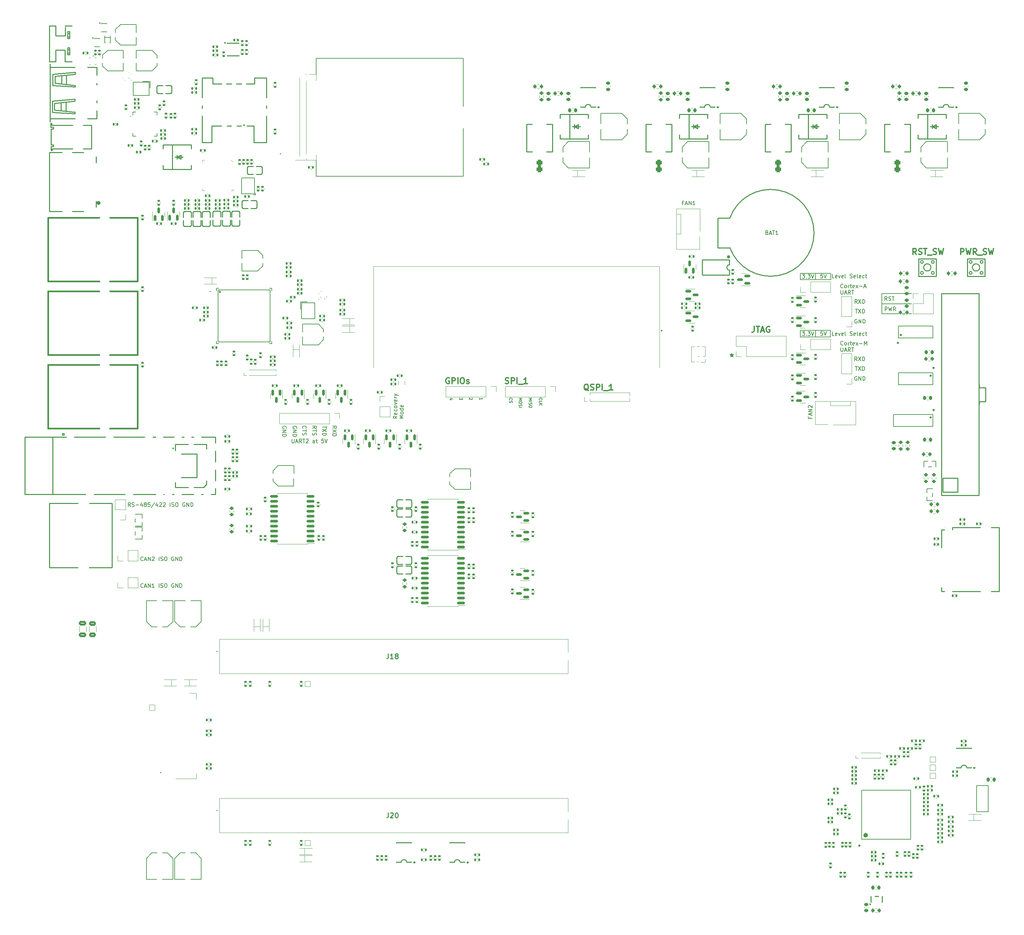
<source format=gto>
%TF.GenerationSoftware,KiCad,Pcbnew,7.0.8-7.0.8~ubuntu22.04.1*%
%TF.CreationDate,2023-11-07T10:09:23+02:00*%
%TF.ProjectId,Tangenta,54616e67-656e-4746-912e-6b696361645f,rev?*%
%TF.SameCoordinates,Original*%
%TF.FileFunction,Legend,Top*%
%TF.FilePolarity,Positive*%
%FSLAX46Y46*%
G04 Gerber Fmt 4.6, Leading zero omitted, Abs format (unit mm)*
G04 Created by KiCad (PCBNEW 7.0.8-7.0.8~ubuntu22.04.1) date 2023-11-07 10:09:23*
%MOMM*%
%LPD*%
G01*
G04 APERTURE LIST*
G04 Aperture macros list*
%AMRoundRect*
0 Rectangle with rounded corners*
0 $1 Rounding radius*
0 $2 $3 $4 $5 $6 $7 $8 $9 X,Y pos of 4 corners*
0 Add a 4 corners polygon primitive as box body*
4,1,4,$2,$3,$4,$5,$6,$7,$8,$9,$2,$3,0*
0 Add four circle primitives for the rounded corners*
1,1,$1+$1,$2,$3*
1,1,$1+$1,$4,$5*
1,1,$1+$1,$6,$7*
1,1,$1+$1,$8,$9*
0 Add four rect primitives between the rounded corners*
20,1,$1+$1,$2,$3,$4,$5,0*
20,1,$1+$1,$4,$5,$6,$7,0*
20,1,$1+$1,$6,$7,$8,$9,0*
20,1,$1+$1,$8,$9,$2,$3,0*%
G04 Aperture macros list end*
%ADD10C,0.150000*%
%ADD11C,0.050000*%
%ADD12C,0.158750*%
%ADD13C,0.300000*%
%ADD14C,0.254000*%
%ADD15C,0.120000*%
%ADD16C,0.151994*%
%ADD17C,0.200000*%
%ADD18C,0.059995*%
%ADD19C,0.600000*%
%ADD20C,0.100000*%
%ADD21C,0.152400*%
%ADD22C,0.080010*%
%ADD23C,0.150013*%
%ADD24C,0.387097*%
%ADD25C,0.101600*%
%ADD26C,0.400000*%
%ADD27C,0.500000*%
%ADD28RoundRect,0.135000X-0.135000X-0.185000X0.135000X-0.185000X0.135000X0.185000X-0.135000X0.185000X0*%
%ADD29RoundRect,0.140000X-0.140000X-0.170000X0.140000X-0.170000X0.140000X0.170000X-0.140000X0.170000X0*%
%ADD30RoundRect,0.140000X0.170000X-0.140000X0.170000X0.140000X-0.170000X0.140000X-0.170000X-0.140000X0*%
%ADD31RoundRect,0.225000X-0.225000X-0.250000X0.225000X-0.250000X0.225000X0.250000X-0.225000X0.250000X0*%
%ADD32RoundRect,0.135000X0.185000X-0.135000X0.185000X0.135000X-0.185000X0.135000X-0.185000X-0.135000X0*%
%ADD33RoundRect,0.140000X-0.170000X0.140000X-0.170000X-0.140000X0.170000X-0.140000X0.170000X0.140000X0*%
%ADD34R,1.700000X1.700000*%
%ADD35O,1.700000X1.700000*%
%ADD36RoundRect,0.135000X-0.185000X0.135000X-0.185000X-0.135000X0.185000X-0.135000X0.185000X0.135000X0*%
%ADD37RoundRect,0.225000X-0.250000X0.225000X-0.250000X-0.225000X0.250000X-0.225000X0.250000X0.225000X0*%
%ADD38RoundRect,0.225000X0.250000X-0.225000X0.250000X0.225000X-0.250000X0.225000X-0.250000X-0.225000X0*%
%ADD39R,0.916002X0.350013*%
%ADD40R,1.377013X1.132537*%
%ADD41RoundRect,0.140000X0.140000X0.170000X-0.140000X0.170000X-0.140000X-0.170000X0.140000X-0.170000X0*%
%ADD42RoundRect,0.200000X0.200000X0.275000X-0.200000X0.275000X-0.200000X-0.275000X0.200000X-0.275000X0*%
%ADD43R,1.132537X1.377013*%
%ADD44O,0.200000X1.500000*%
%ADD45O,1.500000X0.200000*%
%ADD46R,5.800000X5.800000*%
%ADD47R,2.800000X1.100000*%
%ADD48RoundRect,0.150000X-0.587500X-0.150000X0.587500X-0.150000X0.587500X0.150000X-0.587500X0.150000X0*%
%ADD49RoundRect,0.365853X-0.384147X0.384147X-0.384147X-0.384147X0.384147X-0.384147X0.384147X0.384147X0*%
%ADD50C,1.600000*%
%ADD51R,2.000000X0.500000*%
%ADD52R,1.500000X1.358903*%
%ADD53R,1.024994X0.280010*%
%ADD54R,0.280010X1.024994*%
%ADD55C,1.000000*%
%ADD56R,0.850000X0.850000*%
%ADD57R,3.700000X3.700000*%
%ADD58R,3.500000X1.200000*%
%ADD59C,1.100000*%
%ADD60R,1.550000X0.300000*%
%ADD61R,2.750000X1.200000*%
%ADD62RoundRect,0.135000X0.135000X0.185000X-0.135000X0.185000X-0.135000X-0.185000X0.135000X-0.185000X0*%
%ADD63R,1.600000X0.700000*%
%ADD64R,1.500000X1.200000*%
%ADD65R,2.200000X1.200000*%
%ADD66R,1.500000X1.600000*%
%ADD67R,1.200000X3.500000*%
%ADD68R,2.500000X1.100000*%
%ADD69R,2.340005X3.600000*%
%ADD70RoundRect,0.150000X0.875000X0.150000X-0.875000X0.150000X-0.875000X-0.150000X0.875000X-0.150000X0*%
%ADD71C,0.900000*%
%ADD72C,8.000000*%
%ADD73C,2.350000*%
%ADD74R,1.200000X1.200000*%
%ADD75C,1.200000*%
%ADD76C,3.249987*%
%ADD77C,1.549403*%
%ADD78C,2.580645*%
%ADD79RoundRect,0.200000X0.275000X-0.200000X0.275000X0.200000X-0.275000X0.200000X-0.275000X-0.200000X0*%
%ADD80RoundRect,0.150000X-0.150000X0.587500X-0.150000X-0.587500X0.150000X-0.587500X0.150000X0.587500X0*%
%ADD81R,1.400000X1.100000*%
%ADD82R,0.300000X0.500000*%
%ADD83RoundRect,0.225000X0.225000X0.250000X-0.225000X0.250000X-0.225000X-0.250000X0.225000X-0.250000X0*%
%ADD84R,0.700000X1.250013*%
%ADD85R,1.200000X1.400000*%
%ADD86R,1.000000X1.000000*%
%ADD87O,1.000000X1.000000*%
%ADD88R,3.200000X2.400000*%
%ADD89C,1.650000*%
%ADD90C,1.150000*%
%ADD91R,0.300000X1.750000*%
%ADD92R,3.500000X4.600000*%
%ADD93O,0.200000X0.700000*%
%ADD94O,0.700000X0.200000*%
%ADD95R,5.200000X5.200000*%
%ADD96R,1.358903X1.500000*%
%ADD97R,3.029997X3.820015*%
%ADD98O,2.400000X1.100000*%
%ADD99O,1.500000X2.100000*%
%ADD100RoundRect,0.200000X-0.200000X-0.275000X0.200000X-0.275000X0.200000X0.275000X-0.200000X0.275000X0*%
%ADD101RoundRect,0.140000X-0.219203X-0.021213X-0.021213X-0.219203X0.219203X0.021213X0.021213X0.219203X0*%
%ADD102RoundRect,0.150000X0.587500X0.150000X-0.587500X0.150000X-0.587500X-0.150000X0.587500X-0.150000X0*%
%ADD103O,0.602007X1.970993*%
%ADD104RoundRect,0.200000X-0.275000X0.200000X-0.275000X-0.200000X0.275000X-0.200000X0.275000X0.200000X0*%
%ADD105O,0.700000X1.800000*%
%ADD106C,2.900000*%
%ADD107RoundRect,0.140000X0.021213X-0.219203X0.219203X-0.021213X-0.021213X0.219203X-0.219203X0.021213X0*%
%ADD108R,1.070003X0.600000*%
%ADD109RoundRect,0.135000X-0.226274X-0.035355X-0.035355X-0.226274X0.226274X0.035355X0.035355X0.226274X0*%
%ADD110R,1.000000X1.500000*%
%ADD111R,1.600000X1.500000*%
%ADD112RoundRect,0.140000X-0.021213X0.219203X-0.219203X0.021213X0.021213X-0.219203X0.219203X-0.021213X0*%
%ADD113RoundRect,0.250000X-0.625000X0.312500X-0.625000X-0.312500X0.625000X-0.312500X0.625000X0.312500X0*%
%ADD114RoundRect,0.140000X0.219203X0.021213X0.021213X0.219203X-0.219203X-0.021213X-0.021213X-0.219203X0*%
%ADD115C,5.300000*%
%ADD116O,0.850000X0.850000*%
%ADD117O,1.950216X0.568402*%
%ADD118R,0.500000X0.900000*%
%ADD119C,6.400000*%
%ADD120R,1.400000X1.200000*%
%ADD121R,0.200000X0.505004*%
%ADD122R,0.505004X0.200000*%
%ADD123RoundRect,0.150000X0.150000X-0.587500X0.150000X0.587500X-0.150000X0.587500X-0.150000X-0.587500X0*%
%ADD124R,0.750013X1.000000*%
%ADD125C,4.400000*%
%ADD126O,2.400000X1.500000*%
%ADD127C,0.649987*%
%ADD128O,2.100000X1.000000*%
%ADD129O,1.800000X1.000000*%
%ADD130R,1.150013X0.600000*%
%ADD131R,1.150013X0.300000*%
%ADD132R,1.730000X2.030000*%
%ADD133O,1.730000X2.030000*%
%ADD134RoundRect,0.250000X0.650000X-0.325000X0.650000X0.325000X-0.650000X0.325000X-0.650000X-0.325000X0*%
%ADD135C,1.295403*%
%ADD136C,2.400000*%
%ADD137C,1.650013*%
%ADD138C,1.524003*%
%ADD139R,1.250013X0.700000*%
%ADD140R,2.600000X0.300000*%
%ADD141O,3.300000X1.500000*%
%ADD142O,2.300000X1.500000*%
%ADD143C,1.800000*%
%ADD144O,0.573990X2.037998*%
%ADD145R,1.459995X0.200000*%
%ADD146R,0.200000X1.459995*%
%ADD147R,2.030000X1.730000*%
%ADD148O,2.030000X1.730000*%
%ADD149RoundRect,0.135000X0.035355X-0.226274X0.226274X-0.035355X-0.035355X0.226274X-0.226274X0.035355X0*%
%ADD150R,0.500000X0.750013*%
%ADD151R,0.450013X0.250013*%
%ADD152R,1.500000X2.500000*%
G04 APERTURE END LIST*
D10*
X140202000Y-36520000D02*
X102600000Y-36520000D01*
X230174800Y-107696000D02*
X230174800Y-106045000D01*
X230124000Y-107696000D02*
X234035600Y-107696000D01*
X140202000Y-66670000D02*
X102600000Y-66670000D01*
X226314000Y-93040200D02*
X226314000Y-91414600D01*
D11*
X100070000Y-40510000D02*
X100070000Y-62510000D01*
D10*
X226314000Y-91414600D02*
X230251000Y-91414600D01*
D11*
X98320000Y-61520000D02*
X98320000Y-41460000D01*
D10*
X234086400Y-93040200D02*
X234086400Y-91414600D01*
X234035600Y-107696000D02*
X234035600Y-106045000D01*
X140202000Y-66670000D02*
X140202000Y-54370000D01*
X230124000Y-106045000D02*
X234035600Y-106045000D01*
X226314000Y-93040200D02*
X230174800Y-93040200D01*
X226314000Y-107696000D02*
X230174800Y-107696000D01*
X247142000Y-101777800D02*
X247142000Y-99212400D01*
X102600000Y-62574000D02*
X102600000Y-66666000D01*
X226314000Y-107696000D02*
X226314000Y-106045000D01*
X230174800Y-93040200D02*
X230174800Y-91414600D01*
X102600000Y-36520000D02*
X102600000Y-40612000D01*
X247142000Y-96596200D02*
X247142000Y-99212400D01*
X226314000Y-106045000D02*
X230225600Y-106045000D01*
X230098600Y-93040200D02*
X234086400Y-93040200D01*
X254762000Y-101777800D02*
X247142000Y-101777800D01*
X230174800Y-91414600D02*
X234086400Y-91414600D01*
X140202000Y-48820000D02*
X140202000Y-36520000D01*
X254762000Y-96596200D02*
X247142000Y-96596200D01*
X254762000Y-99212400D02*
X247142000Y-99212400D01*
D12*
X152015280Y-123784297D02*
X151978995Y-123748011D01*
X151978995Y-123748011D02*
X151942709Y-123639154D01*
X151942709Y-123639154D02*
X151942709Y-123566582D01*
X151942709Y-123566582D02*
X151978995Y-123457725D01*
X151978995Y-123457725D02*
X152051566Y-123385154D01*
X152051566Y-123385154D02*
X152124137Y-123348868D01*
X152124137Y-123348868D02*
X152269280Y-123312582D01*
X152269280Y-123312582D02*
X152378137Y-123312582D01*
X152378137Y-123312582D02*
X152523280Y-123348868D01*
X152523280Y-123348868D02*
X152595852Y-123385154D01*
X152595852Y-123385154D02*
X152668423Y-123457725D01*
X152668423Y-123457725D02*
X152704709Y-123566582D01*
X152704709Y-123566582D02*
X152704709Y-123639154D01*
X152704709Y-123639154D02*
X152668423Y-123748011D01*
X152668423Y-123748011D02*
X152632137Y-123784297D01*
X151978995Y-124074582D02*
X151942709Y-124183440D01*
X151942709Y-124183440D02*
X151942709Y-124364868D01*
X151942709Y-124364868D02*
X151978995Y-124437440D01*
X151978995Y-124437440D02*
X152015280Y-124473725D01*
X152015280Y-124473725D02*
X152087852Y-124510011D01*
X152087852Y-124510011D02*
X152160423Y-124510011D01*
X152160423Y-124510011D02*
X152232995Y-124473725D01*
X152232995Y-124473725D02*
X152269280Y-124437440D01*
X152269280Y-124437440D02*
X152305566Y-124364868D01*
X152305566Y-124364868D02*
X152341852Y-124219725D01*
X152341852Y-124219725D02*
X152378137Y-124147154D01*
X152378137Y-124147154D02*
X152414423Y-124110868D01*
X152414423Y-124110868D02*
X152486995Y-124074582D01*
X152486995Y-124074582D02*
X152559566Y-124074582D01*
X152559566Y-124074582D02*
X152632137Y-124110868D01*
X152632137Y-124110868D02*
X152668423Y-124147154D01*
X152668423Y-124147154D02*
X152704709Y-124219725D01*
X152704709Y-124219725D02*
X152704709Y-124401154D01*
X152704709Y-124401154D02*
X152668423Y-124510011D01*
X144373509Y-123748011D02*
X144373509Y-123312582D01*
X144373509Y-123530297D02*
X145135509Y-123530297D01*
X145135509Y-123530297D02*
X145026652Y-123457725D01*
X145026652Y-123457725D02*
X144954080Y-123385154D01*
X144954080Y-123385154D02*
X144917795Y-123312582D01*
D10*
X234950169Y-92630619D02*
X234473979Y-92630619D01*
X234473979Y-92630619D02*
X234473979Y-91630619D01*
X235664455Y-92583000D02*
X235569217Y-92630619D01*
X235569217Y-92630619D02*
X235378741Y-92630619D01*
X235378741Y-92630619D02*
X235283503Y-92583000D01*
X235283503Y-92583000D02*
X235235884Y-92487761D01*
X235235884Y-92487761D02*
X235235884Y-92106809D01*
X235235884Y-92106809D02*
X235283503Y-92011571D01*
X235283503Y-92011571D02*
X235378741Y-91963952D01*
X235378741Y-91963952D02*
X235569217Y-91963952D01*
X235569217Y-91963952D02*
X235664455Y-92011571D01*
X235664455Y-92011571D02*
X235712074Y-92106809D01*
X235712074Y-92106809D02*
X235712074Y-92202047D01*
X235712074Y-92202047D02*
X235235884Y-92297285D01*
X236045408Y-91963952D02*
X236283503Y-92630619D01*
X236283503Y-92630619D02*
X236521598Y-91963952D01*
X237283503Y-92583000D02*
X237188265Y-92630619D01*
X237188265Y-92630619D02*
X236997789Y-92630619D01*
X236997789Y-92630619D02*
X236902551Y-92583000D01*
X236902551Y-92583000D02*
X236854932Y-92487761D01*
X236854932Y-92487761D02*
X236854932Y-92106809D01*
X236854932Y-92106809D02*
X236902551Y-92011571D01*
X236902551Y-92011571D02*
X236997789Y-91963952D01*
X236997789Y-91963952D02*
X237188265Y-91963952D01*
X237188265Y-91963952D02*
X237283503Y-92011571D01*
X237283503Y-92011571D02*
X237331122Y-92106809D01*
X237331122Y-92106809D02*
X237331122Y-92202047D01*
X237331122Y-92202047D02*
X236854932Y-92297285D01*
X237902551Y-92630619D02*
X237807313Y-92583000D01*
X237807313Y-92583000D02*
X237759694Y-92487761D01*
X237759694Y-92487761D02*
X237759694Y-91630619D01*
X238997790Y-92583000D02*
X239140647Y-92630619D01*
X239140647Y-92630619D02*
X239378742Y-92630619D01*
X239378742Y-92630619D02*
X239473980Y-92583000D01*
X239473980Y-92583000D02*
X239521599Y-92535380D01*
X239521599Y-92535380D02*
X239569218Y-92440142D01*
X239569218Y-92440142D02*
X239569218Y-92344904D01*
X239569218Y-92344904D02*
X239521599Y-92249666D01*
X239521599Y-92249666D02*
X239473980Y-92202047D01*
X239473980Y-92202047D02*
X239378742Y-92154428D01*
X239378742Y-92154428D02*
X239188266Y-92106809D01*
X239188266Y-92106809D02*
X239093028Y-92059190D01*
X239093028Y-92059190D02*
X239045409Y-92011571D01*
X239045409Y-92011571D02*
X238997790Y-91916333D01*
X238997790Y-91916333D02*
X238997790Y-91821095D01*
X238997790Y-91821095D02*
X239045409Y-91725857D01*
X239045409Y-91725857D02*
X239093028Y-91678238D01*
X239093028Y-91678238D02*
X239188266Y-91630619D01*
X239188266Y-91630619D02*
X239426361Y-91630619D01*
X239426361Y-91630619D02*
X239569218Y-91678238D01*
X240378742Y-92583000D02*
X240283504Y-92630619D01*
X240283504Y-92630619D02*
X240093028Y-92630619D01*
X240093028Y-92630619D02*
X239997790Y-92583000D01*
X239997790Y-92583000D02*
X239950171Y-92487761D01*
X239950171Y-92487761D02*
X239950171Y-92106809D01*
X239950171Y-92106809D02*
X239997790Y-92011571D01*
X239997790Y-92011571D02*
X240093028Y-91963952D01*
X240093028Y-91963952D02*
X240283504Y-91963952D01*
X240283504Y-91963952D02*
X240378742Y-92011571D01*
X240378742Y-92011571D02*
X240426361Y-92106809D01*
X240426361Y-92106809D02*
X240426361Y-92202047D01*
X240426361Y-92202047D02*
X239950171Y-92297285D01*
X240997790Y-92630619D02*
X240902552Y-92583000D01*
X240902552Y-92583000D02*
X240854933Y-92487761D01*
X240854933Y-92487761D02*
X240854933Y-91630619D01*
X241759695Y-92583000D02*
X241664457Y-92630619D01*
X241664457Y-92630619D02*
X241473981Y-92630619D01*
X241473981Y-92630619D02*
X241378743Y-92583000D01*
X241378743Y-92583000D02*
X241331124Y-92487761D01*
X241331124Y-92487761D02*
X241331124Y-92106809D01*
X241331124Y-92106809D02*
X241378743Y-92011571D01*
X241378743Y-92011571D02*
X241473981Y-91963952D01*
X241473981Y-91963952D02*
X241664457Y-91963952D01*
X241664457Y-91963952D02*
X241759695Y-92011571D01*
X241759695Y-92011571D02*
X241807314Y-92106809D01*
X241807314Y-92106809D02*
X241807314Y-92202047D01*
X241807314Y-92202047D02*
X241331124Y-92297285D01*
X242664457Y-92583000D02*
X242569219Y-92630619D01*
X242569219Y-92630619D02*
X242378743Y-92630619D01*
X242378743Y-92630619D02*
X242283505Y-92583000D01*
X242283505Y-92583000D02*
X242235886Y-92535380D01*
X242235886Y-92535380D02*
X242188267Y-92440142D01*
X242188267Y-92440142D02*
X242188267Y-92154428D01*
X242188267Y-92154428D02*
X242235886Y-92059190D01*
X242235886Y-92059190D02*
X242283505Y-92011571D01*
X242283505Y-92011571D02*
X242378743Y-91963952D01*
X242378743Y-91963952D02*
X242569219Y-91963952D01*
X242569219Y-91963952D02*
X242664457Y-92011571D01*
X242950172Y-91963952D02*
X243331124Y-91963952D01*
X243093029Y-91630619D02*
X243093029Y-92487761D01*
X243093029Y-92487761D02*
X243140648Y-92583000D01*
X243140648Y-92583000D02*
X243235886Y-92630619D01*
X243235886Y-92630619D02*
X243331124Y-92630619D01*
X58388407Y-164798380D02*
X58340788Y-164846000D01*
X58340788Y-164846000D02*
X58197931Y-164893619D01*
X58197931Y-164893619D02*
X58102693Y-164893619D01*
X58102693Y-164893619D02*
X57959836Y-164846000D01*
X57959836Y-164846000D02*
X57864598Y-164750761D01*
X57864598Y-164750761D02*
X57816979Y-164655523D01*
X57816979Y-164655523D02*
X57769360Y-164465047D01*
X57769360Y-164465047D02*
X57769360Y-164322190D01*
X57769360Y-164322190D02*
X57816979Y-164131714D01*
X57816979Y-164131714D02*
X57864598Y-164036476D01*
X57864598Y-164036476D02*
X57959836Y-163941238D01*
X57959836Y-163941238D02*
X58102693Y-163893619D01*
X58102693Y-163893619D02*
X58197931Y-163893619D01*
X58197931Y-163893619D02*
X58340788Y-163941238D01*
X58340788Y-163941238D02*
X58388407Y-163988857D01*
X58769360Y-164607904D02*
X59245550Y-164607904D01*
X58674122Y-164893619D02*
X59007455Y-163893619D01*
X59007455Y-163893619D02*
X59340788Y-164893619D01*
X59674122Y-164893619D02*
X59674122Y-163893619D01*
X59674122Y-163893619D02*
X60245550Y-164893619D01*
X60245550Y-164893619D02*
X60245550Y-163893619D01*
X60674122Y-163988857D02*
X60721741Y-163941238D01*
X60721741Y-163941238D02*
X60816979Y-163893619D01*
X60816979Y-163893619D02*
X61055074Y-163893619D01*
X61055074Y-163893619D02*
X61150312Y-163941238D01*
X61150312Y-163941238D02*
X61197931Y-163988857D01*
X61197931Y-163988857D02*
X61245550Y-164084095D01*
X61245550Y-164084095D02*
X61245550Y-164179333D01*
X61245550Y-164179333D02*
X61197931Y-164322190D01*
X61197931Y-164322190D02*
X60626503Y-164893619D01*
X60626503Y-164893619D02*
X61245550Y-164893619D01*
X62436027Y-164893619D02*
X62436027Y-163893619D01*
X62864598Y-164846000D02*
X63007455Y-164893619D01*
X63007455Y-164893619D02*
X63245550Y-164893619D01*
X63245550Y-164893619D02*
X63340788Y-164846000D01*
X63340788Y-164846000D02*
X63388407Y-164798380D01*
X63388407Y-164798380D02*
X63436026Y-164703142D01*
X63436026Y-164703142D02*
X63436026Y-164607904D01*
X63436026Y-164607904D02*
X63388407Y-164512666D01*
X63388407Y-164512666D02*
X63340788Y-164465047D01*
X63340788Y-164465047D02*
X63245550Y-164417428D01*
X63245550Y-164417428D02*
X63055074Y-164369809D01*
X63055074Y-164369809D02*
X62959836Y-164322190D01*
X62959836Y-164322190D02*
X62912217Y-164274571D01*
X62912217Y-164274571D02*
X62864598Y-164179333D01*
X62864598Y-164179333D02*
X62864598Y-164084095D01*
X62864598Y-164084095D02*
X62912217Y-163988857D01*
X62912217Y-163988857D02*
X62959836Y-163941238D01*
X62959836Y-163941238D02*
X63055074Y-163893619D01*
X63055074Y-163893619D02*
X63293169Y-163893619D01*
X63293169Y-163893619D02*
X63436026Y-163941238D01*
X64055074Y-163893619D02*
X64245550Y-163893619D01*
X64245550Y-163893619D02*
X64340788Y-163941238D01*
X64340788Y-163941238D02*
X64436026Y-164036476D01*
X64436026Y-164036476D02*
X64483645Y-164226952D01*
X64483645Y-164226952D02*
X64483645Y-164560285D01*
X64483645Y-164560285D02*
X64436026Y-164750761D01*
X64436026Y-164750761D02*
X64340788Y-164846000D01*
X64340788Y-164846000D02*
X64245550Y-164893619D01*
X64245550Y-164893619D02*
X64055074Y-164893619D01*
X64055074Y-164893619D02*
X63959836Y-164846000D01*
X63959836Y-164846000D02*
X63864598Y-164750761D01*
X63864598Y-164750761D02*
X63816979Y-164560285D01*
X63816979Y-164560285D02*
X63816979Y-164226952D01*
X63816979Y-164226952D02*
X63864598Y-164036476D01*
X63864598Y-164036476D02*
X63959836Y-163941238D01*
X63959836Y-163941238D02*
X64055074Y-163893619D01*
X66197931Y-163941238D02*
X66102693Y-163893619D01*
X66102693Y-163893619D02*
X65959836Y-163893619D01*
X65959836Y-163893619D02*
X65816979Y-163941238D01*
X65816979Y-163941238D02*
X65721741Y-164036476D01*
X65721741Y-164036476D02*
X65674122Y-164131714D01*
X65674122Y-164131714D02*
X65626503Y-164322190D01*
X65626503Y-164322190D02*
X65626503Y-164465047D01*
X65626503Y-164465047D02*
X65674122Y-164655523D01*
X65674122Y-164655523D02*
X65721741Y-164750761D01*
X65721741Y-164750761D02*
X65816979Y-164846000D01*
X65816979Y-164846000D02*
X65959836Y-164893619D01*
X65959836Y-164893619D02*
X66055074Y-164893619D01*
X66055074Y-164893619D02*
X66197931Y-164846000D01*
X66197931Y-164846000D02*
X66245550Y-164798380D01*
X66245550Y-164798380D02*
X66245550Y-164465047D01*
X66245550Y-164465047D02*
X66055074Y-164465047D01*
X66674122Y-164893619D02*
X66674122Y-163893619D01*
X66674122Y-163893619D02*
X67245550Y-164893619D01*
X67245550Y-164893619D02*
X67245550Y-163893619D01*
X67721741Y-164893619D02*
X67721741Y-163893619D01*
X67721741Y-163893619D02*
X67959836Y-163893619D01*
X67959836Y-163893619D02*
X68102693Y-163941238D01*
X68102693Y-163941238D02*
X68197931Y-164036476D01*
X68197931Y-164036476D02*
X68245550Y-164131714D01*
X68245550Y-164131714D02*
X68293169Y-164322190D01*
X68293169Y-164322190D02*
X68293169Y-164465047D01*
X68293169Y-164465047D02*
X68245550Y-164655523D01*
X68245550Y-164655523D02*
X68197931Y-164750761D01*
X68197931Y-164750761D02*
X68102693Y-164846000D01*
X68102693Y-164846000D02*
X67959836Y-164893619D01*
X67959836Y-164893619D02*
X67721741Y-164893619D01*
X228784209Y-128184087D02*
X228784209Y-128517420D01*
X229308019Y-128517420D02*
X228308019Y-128517420D01*
X228308019Y-128517420D02*
X228308019Y-128041230D01*
X229022304Y-127707896D02*
X229022304Y-127231706D01*
X229308019Y-127803134D02*
X228308019Y-127469801D01*
X228308019Y-127469801D02*
X229308019Y-127136468D01*
X229308019Y-126803134D02*
X228308019Y-126803134D01*
X228308019Y-126803134D02*
X229308019Y-126231706D01*
X229308019Y-126231706D02*
X228308019Y-126231706D01*
X228403257Y-125803134D02*
X228355638Y-125755515D01*
X228355638Y-125755515D02*
X228308019Y-125660277D01*
X228308019Y-125660277D02*
X228308019Y-125422182D01*
X228308019Y-125422182D02*
X228355638Y-125326944D01*
X228355638Y-125326944D02*
X228403257Y-125279325D01*
X228403257Y-125279325D02*
X228498495Y-125231706D01*
X228498495Y-125231706D02*
X228593733Y-125231706D01*
X228593733Y-125231706D02*
X228736590Y-125279325D01*
X228736590Y-125279325D02*
X229308019Y-125850753D01*
X229308019Y-125850753D02*
X229308019Y-125231706D01*
D12*
X142421337Y-123312582D02*
X142457623Y-123348868D01*
X142457623Y-123348868D02*
X142493909Y-123421440D01*
X142493909Y-123421440D02*
X142493909Y-123602868D01*
X142493909Y-123602868D02*
X142457623Y-123675440D01*
X142457623Y-123675440D02*
X142421337Y-123711725D01*
X142421337Y-123711725D02*
X142348766Y-123748011D01*
X142348766Y-123748011D02*
X142276195Y-123748011D01*
X142276195Y-123748011D02*
X142167337Y-123711725D01*
X142167337Y-123711725D02*
X141731909Y-123276297D01*
X141731909Y-123276297D02*
X141731909Y-123748011D01*
D10*
X240811207Y-99158419D02*
X240477874Y-98682228D01*
X240239779Y-99158419D02*
X240239779Y-98158419D01*
X240239779Y-98158419D02*
X240620731Y-98158419D01*
X240620731Y-98158419D02*
X240715969Y-98206038D01*
X240715969Y-98206038D02*
X240763588Y-98253657D01*
X240763588Y-98253657D02*
X240811207Y-98348895D01*
X240811207Y-98348895D02*
X240811207Y-98491752D01*
X240811207Y-98491752D02*
X240763588Y-98586990D01*
X240763588Y-98586990D02*
X240715969Y-98634609D01*
X240715969Y-98634609D02*
X240620731Y-98682228D01*
X240620731Y-98682228D02*
X240239779Y-98682228D01*
X241144541Y-98158419D02*
X241811207Y-99158419D01*
X241811207Y-98158419D02*
X241144541Y-99158419D01*
X242192160Y-99158419D02*
X242192160Y-98158419D01*
X242192160Y-98158419D02*
X242430255Y-98158419D01*
X242430255Y-98158419D02*
X242573112Y-98206038D01*
X242573112Y-98206038D02*
X242668350Y-98301276D01*
X242668350Y-98301276D02*
X242715969Y-98396514D01*
X242715969Y-98396514D02*
X242763588Y-98586990D01*
X242763588Y-98586990D02*
X242763588Y-98729847D01*
X242763588Y-98729847D02*
X242715969Y-98920323D01*
X242715969Y-98920323D02*
X242668350Y-99015561D01*
X242668350Y-99015561D02*
X242573112Y-99110800D01*
X242573112Y-99110800D02*
X242430255Y-99158419D01*
X242430255Y-99158419D02*
X242192160Y-99158419D01*
D13*
X172191710Y-121431885D02*
X172048853Y-121360457D01*
X172048853Y-121360457D02*
X171905996Y-121217600D01*
X171905996Y-121217600D02*
X171691710Y-121003314D01*
X171691710Y-121003314D02*
X171548853Y-120931885D01*
X171548853Y-120931885D02*
X171405996Y-120931885D01*
X171477425Y-121289028D02*
X171334568Y-121217600D01*
X171334568Y-121217600D02*
X171191710Y-121074742D01*
X171191710Y-121074742D02*
X171120282Y-120789028D01*
X171120282Y-120789028D02*
X171120282Y-120289028D01*
X171120282Y-120289028D02*
X171191710Y-120003314D01*
X171191710Y-120003314D02*
X171334568Y-119860457D01*
X171334568Y-119860457D02*
X171477425Y-119789028D01*
X171477425Y-119789028D02*
X171763139Y-119789028D01*
X171763139Y-119789028D02*
X171905996Y-119860457D01*
X171905996Y-119860457D02*
X172048853Y-120003314D01*
X172048853Y-120003314D02*
X172120282Y-120289028D01*
X172120282Y-120289028D02*
X172120282Y-120789028D01*
X172120282Y-120789028D02*
X172048853Y-121074742D01*
X172048853Y-121074742D02*
X171905996Y-121217600D01*
X171905996Y-121217600D02*
X171763139Y-121289028D01*
X171763139Y-121289028D02*
X171477425Y-121289028D01*
X172691711Y-121217600D02*
X172905997Y-121289028D01*
X172905997Y-121289028D02*
X173263139Y-121289028D01*
X173263139Y-121289028D02*
X173405997Y-121217600D01*
X173405997Y-121217600D02*
X173477425Y-121146171D01*
X173477425Y-121146171D02*
X173548854Y-121003314D01*
X173548854Y-121003314D02*
X173548854Y-120860457D01*
X173548854Y-120860457D02*
X173477425Y-120717600D01*
X173477425Y-120717600D02*
X173405997Y-120646171D01*
X173405997Y-120646171D02*
X173263139Y-120574742D01*
X173263139Y-120574742D02*
X172977425Y-120503314D01*
X172977425Y-120503314D02*
X172834568Y-120431885D01*
X172834568Y-120431885D02*
X172763139Y-120360457D01*
X172763139Y-120360457D02*
X172691711Y-120217600D01*
X172691711Y-120217600D02*
X172691711Y-120074742D01*
X172691711Y-120074742D02*
X172763139Y-119931885D01*
X172763139Y-119931885D02*
X172834568Y-119860457D01*
X172834568Y-119860457D02*
X172977425Y-119789028D01*
X172977425Y-119789028D02*
X173334568Y-119789028D01*
X173334568Y-119789028D02*
X173548854Y-119860457D01*
X174191710Y-121289028D02*
X174191710Y-119789028D01*
X174191710Y-119789028D02*
X174763139Y-119789028D01*
X174763139Y-119789028D02*
X174905996Y-119860457D01*
X174905996Y-119860457D02*
X174977425Y-119931885D01*
X174977425Y-119931885D02*
X175048853Y-120074742D01*
X175048853Y-120074742D02*
X175048853Y-120289028D01*
X175048853Y-120289028D02*
X174977425Y-120431885D01*
X174977425Y-120431885D02*
X174905996Y-120503314D01*
X174905996Y-120503314D02*
X174763139Y-120574742D01*
X174763139Y-120574742D02*
X174191710Y-120574742D01*
X175691710Y-121289028D02*
X175691710Y-119789028D01*
X176048854Y-121431885D02*
X177191711Y-121431885D01*
X178334568Y-121289028D02*
X177477425Y-121289028D01*
X177905996Y-121289028D02*
X177905996Y-119789028D01*
X177905996Y-119789028D02*
X177763139Y-120003314D01*
X177763139Y-120003314D02*
X177620282Y-120146171D01*
X177620282Y-120146171D02*
X177477425Y-120217600D01*
D10*
X237204407Y-109695980D02*
X237156788Y-109743600D01*
X237156788Y-109743600D02*
X237013931Y-109791219D01*
X237013931Y-109791219D02*
X236918693Y-109791219D01*
X236918693Y-109791219D02*
X236775836Y-109743600D01*
X236775836Y-109743600D02*
X236680598Y-109648361D01*
X236680598Y-109648361D02*
X236632979Y-109553123D01*
X236632979Y-109553123D02*
X236585360Y-109362647D01*
X236585360Y-109362647D02*
X236585360Y-109219790D01*
X236585360Y-109219790D02*
X236632979Y-109029314D01*
X236632979Y-109029314D02*
X236680598Y-108934076D01*
X236680598Y-108934076D02*
X236775836Y-108838838D01*
X236775836Y-108838838D02*
X236918693Y-108791219D01*
X236918693Y-108791219D02*
X237013931Y-108791219D01*
X237013931Y-108791219D02*
X237156788Y-108838838D01*
X237156788Y-108838838D02*
X237204407Y-108886457D01*
X237775836Y-109791219D02*
X237680598Y-109743600D01*
X237680598Y-109743600D02*
X237632979Y-109695980D01*
X237632979Y-109695980D02*
X237585360Y-109600742D01*
X237585360Y-109600742D02*
X237585360Y-109315028D01*
X237585360Y-109315028D02*
X237632979Y-109219790D01*
X237632979Y-109219790D02*
X237680598Y-109172171D01*
X237680598Y-109172171D02*
X237775836Y-109124552D01*
X237775836Y-109124552D02*
X237918693Y-109124552D01*
X237918693Y-109124552D02*
X238013931Y-109172171D01*
X238013931Y-109172171D02*
X238061550Y-109219790D01*
X238061550Y-109219790D02*
X238109169Y-109315028D01*
X238109169Y-109315028D02*
X238109169Y-109600742D01*
X238109169Y-109600742D02*
X238061550Y-109695980D01*
X238061550Y-109695980D02*
X238013931Y-109743600D01*
X238013931Y-109743600D02*
X237918693Y-109791219D01*
X237918693Y-109791219D02*
X237775836Y-109791219D01*
X238537741Y-109791219D02*
X238537741Y-109124552D01*
X238537741Y-109315028D02*
X238585360Y-109219790D01*
X238585360Y-109219790D02*
X238632979Y-109172171D01*
X238632979Y-109172171D02*
X238728217Y-109124552D01*
X238728217Y-109124552D02*
X238823455Y-109124552D01*
X239013932Y-109124552D02*
X239394884Y-109124552D01*
X239156789Y-108791219D02*
X239156789Y-109648361D01*
X239156789Y-109648361D02*
X239204408Y-109743600D01*
X239204408Y-109743600D02*
X239299646Y-109791219D01*
X239299646Y-109791219D02*
X239394884Y-109791219D01*
X240109170Y-109743600D02*
X240013932Y-109791219D01*
X240013932Y-109791219D02*
X239823456Y-109791219D01*
X239823456Y-109791219D02*
X239728218Y-109743600D01*
X239728218Y-109743600D02*
X239680599Y-109648361D01*
X239680599Y-109648361D02*
X239680599Y-109267409D01*
X239680599Y-109267409D02*
X239728218Y-109172171D01*
X239728218Y-109172171D02*
X239823456Y-109124552D01*
X239823456Y-109124552D02*
X240013932Y-109124552D01*
X240013932Y-109124552D02*
X240109170Y-109172171D01*
X240109170Y-109172171D02*
X240156789Y-109267409D01*
X240156789Y-109267409D02*
X240156789Y-109362647D01*
X240156789Y-109362647D02*
X239680599Y-109457885D01*
X240490123Y-109791219D02*
X241013932Y-109124552D01*
X240490123Y-109124552D02*
X241013932Y-109791219D01*
X241394885Y-109410266D02*
X242156790Y-109410266D01*
X242632980Y-109791219D02*
X242632980Y-108791219D01*
X242632980Y-108791219D02*
X242966313Y-109505504D01*
X242966313Y-109505504D02*
X243299646Y-108791219D01*
X243299646Y-108791219D02*
X243299646Y-109791219D01*
X236632979Y-110401219D02*
X236632979Y-111210742D01*
X236632979Y-111210742D02*
X236680598Y-111305980D01*
X236680598Y-111305980D02*
X236728217Y-111353600D01*
X236728217Y-111353600D02*
X236823455Y-111401219D01*
X236823455Y-111401219D02*
X237013931Y-111401219D01*
X237013931Y-111401219D02*
X237109169Y-111353600D01*
X237109169Y-111353600D02*
X237156788Y-111305980D01*
X237156788Y-111305980D02*
X237204407Y-111210742D01*
X237204407Y-111210742D02*
X237204407Y-110401219D01*
X237632979Y-111115504D02*
X238109169Y-111115504D01*
X237537741Y-111401219D02*
X237871074Y-110401219D01*
X237871074Y-110401219D02*
X238204407Y-111401219D01*
X239109169Y-111401219D02*
X238775836Y-110925028D01*
X238537741Y-111401219D02*
X238537741Y-110401219D01*
X238537741Y-110401219D02*
X238918693Y-110401219D01*
X238918693Y-110401219D02*
X239013931Y-110448838D01*
X239013931Y-110448838D02*
X239061550Y-110496457D01*
X239061550Y-110496457D02*
X239109169Y-110591695D01*
X239109169Y-110591695D02*
X239109169Y-110734552D01*
X239109169Y-110734552D02*
X239061550Y-110829790D01*
X239061550Y-110829790D02*
X239013931Y-110877409D01*
X239013931Y-110877409D02*
X238918693Y-110925028D01*
X238918693Y-110925028D02*
X238537741Y-110925028D01*
X239394884Y-110401219D02*
X239966312Y-110401219D01*
X239680598Y-111401219D02*
X239680598Y-110401219D01*
D13*
X267254510Y-86643428D02*
X267254510Y-85143428D01*
X267254510Y-85143428D02*
X267825939Y-85143428D01*
X267825939Y-85143428D02*
X267968796Y-85214857D01*
X267968796Y-85214857D02*
X268040225Y-85286285D01*
X268040225Y-85286285D02*
X268111653Y-85429142D01*
X268111653Y-85429142D02*
X268111653Y-85643428D01*
X268111653Y-85643428D02*
X268040225Y-85786285D01*
X268040225Y-85786285D02*
X267968796Y-85857714D01*
X267968796Y-85857714D02*
X267825939Y-85929142D01*
X267825939Y-85929142D02*
X267254510Y-85929142D01*
X268611653Y-85143428D02*
X268968796Y-86643428D01*
X268968796Y-86643428D02*
X269254510Y-85572000D01*
X269254510Y-85572000D02*
X269540225Y-86643428D01*
X269540225Y-86643428D02*
X269897368Y-85143428D01*
X271325939Y-86643428D02*
X270825939Y-85929142D01*
X270468796Y-86643428D02*
X270468796Y-85143428D01*
X270468796Y-85143428D02*
X271040225Y-85143428D01*
X271040225Y-85143428D02*
X271183082Y-85214857D01*
X271183082Y-85214857D02*
X271254511Y-85286285D01*
X271254511Y-85286285D02*
X271325939Y-85429142D01*
X271325939Y-85429142D02*
X271325939Y-85643428D01*
X271325939Y-85643428D02*
X271254511Y-85786285D01*
X271254511Y-85786285D02*
X271183082Y-85857714D01*
X271183082Y-85857714D02*
X271040225Y-85929142D01*
X271040225Y-85929142D02*
X270468796Y-85929142D01*
X271611654Y-86786285D02*
X272754511Y-86786285D01*
X273040225Y-86572000D02*
X273254511Y-86643428D01*
X273254511Y-86643428D02*
X273611653Y-86643428D01*
X273611653Y-86643428D02*
X273754511Y-86572000D01*
X273754511Y-86572000D02*
X273825939Y-86500571D01*
X273825939Y-86500571D02*
X273897368Y-86357714D01*
X273897368Y-86357714D02*
X273897368Y-86214857D01*
X273897368Y-86214857D02*
X273825939Y-86072000D01*
X273825939Y-86072000D02*
X273754511Y-86000571D01*
X273754511Y-86000571D02*
X273611653Y-85929142D01*
X273611653Y-85929142D02*
X273325939Y-85857714D01*
X273325939Y-85857714D02*
X273183082Y-85786285D01*
X273183082Y-85786285D02*
X273111653Y-85714857D01*
X273111653Y-85714857D02*
X273040225Y-85572000D01*
X273040225Y-85572000D02*
X273040225Y-85429142D01*
X273040225Y-85429142D02*
X273111653Y-85286285D01*
X273111653Y-85286285D02*
X273183082Y-85214857D01*
X273183082Y-85214857D02*
X273325939Y-85143428D01*
X273325939Y-85143428D02*
X273683082Y-85143428D01*
X273683082Y-85143428D02*
X273897368Y-85214857D01*
X274397367Y-85143428D02*
X274754510Y-86643428D01*
X274754510Y-86643428D02*
X275040224Y-85572000D01*
X275040224Y-85572000D02*
X275325939Y-86643428D01*
X275325939Y-86643428D02*
X275683082Y-85143428D01*
D10*
X248482007Y-98396419D02*
X248148674Y-97920228D01*
X247910579Y-98396419D02*
X247910579Y-97396419D01*
X247910579Y-97396419D02*
X248291531Y-97396419D01*
X248291531Y-97396419D02*
X248386769Y-97444038D01*
X248386769Y-97444038D02*
X248434388Y-97491657D01*
X248434388Y-97491657D02*
X248482007Y-97586895D01*
X248482007Y-97586895D02*
X248482007Y-97729752D01*
X248482007Y-97729752D02*
X248434388Y-97824990D01*
X248434388Y-97824990D02*
X248386769Y-97872609D01*
X248386769Y-97872609D02*
X248291531Y-97920228D01*
X248291531Y-97920228D02*
X247910579Y-97920228D01*
X248862960Y-98348800D02*
X249005817Y-98396419D01*
X249005817Y-98396419D02*
X249243912Y-98396419D01*
X249243912Y-98396419D02*
X249339150Y-98348800D01*
X249339150Y-98348800D02*
X249386769Y-98301180D01*
X249386769Y-98301180D02*
X249434388Y-98205942D01*
X249434388Y-98205942D02*
X249434388Y-98110704D01*
X249434388Y-98110704D02*
X249386769Y-98015466D01*
X249386769Y-98015466D02*
X249339150Y-97967847D01*
X249339150Y-97967847D02*
X249243912Y-97920228D01*
X249243912Y-97920228D02*
X249053436Y-97872609D01*
X249053436Y-97872609D02*
X248958198Y-97824990D01*
X248958198Y-97824990D02*
X248910579Y-97777371D01*
X248910579Y-97777371D02*
X248862960Y-97682133D01*
X248862960Y-97682133D02*
X248862960Y-97586895D01*
X248862960Y-97586895D02*
X248910579Y-97491657D01*
X248910579Y-97491657D02*
X248958198Y-97444038D01*
X248958198Y-97444038D02*
X249053436Y-97396419D01*
X249053436Y-97396419D02*
X249291531Y-97396419D01*
X249291531Y-97396419D02*
X249434388Y-97444038D01*
X249720103Y-97396419D02*
X250291531Y-97396419D01*
X250005817Y-98396419D02*
X250005817Y-97396419D01*
X196453312Y-73437809D02*
X196119979Y-73437809D01*
X196119979Y-73961619D02*
X196119979Y-72961619D01*
X196119979Y-72961619D02*
X196596169Y-72961619D01*
X196929503Y-73675904D02*
X197405693Y-73675904D01*
X196834265Y-73961619D02*
X197167598Y-72961619D01*
X197167598Y-72961619D02*
X197500931Y-73961619D01*
X197834265Y-73961619D02*
X197834265Y-72961619D01*
X197834265Y-72961619D02*
X198405693Y-73961619D01*
X198405693Y-73961619D02*
X198405693Y-72961619D01*
X199405693Y-73961619D02*
X198834265Y-73961619D01*
X199119979Y-73961619D02*
X199119979Y-72961619D01*
X199119979Y-72961619D02*
X199024741Y-73104476D01*
X199024741Y-73104476D02*
X198929503Y-73199714D01*
X198929503Y-73199714D02*
X198834265Y-73247333D01*
X240785807Y-113788819D02*
X240452474Y-113312628D01*
X240214379Y-113788819D02*
X240214379Y-112788819D01*
X240214379Y-112788819D02*
X240595331Y-112788819D01*
X240595331Y-112788819D02*
X240690569Y-112836438D01*
X240690569Y-112836438D02*
X240738188Y-112884057D01*
X240738188Y-112884057D02*
X240785807Y-112979295D01*
X240785807Y-112979295D02*
X240785807Y-113122152D01*
X240785807Y-113122152D02*
X240738188Y-113217390D01*
X240738188Y-113217390D02*
X240690569Y-113265009D01*
X240690569Y-113265009D02*
X240595331Y-113312628D01*
X240595331Y-113312628D02*
X240214379Y-113312628D01*
X241119141Y-112788819D02*
X241785807Y-113788819D01*
X241785807Y-112788819D02*
X241119141Y-113788819D01*
X242166760Y-113788819D02*
X242166760Y-112788819D01*
X242166760Y-112788819D02*
X242404855Y-112788819D01*
X242404855Y-112788819D02*
X242547712Y-112836438D01*
X242547712Y-112836438D02*
X242642950Y-112931676D01*
X242642950Y-112931676D02*
X242690569Y-113026914D01*
X242690569Y-113026914D02*
X242738188Y-113217390D01*
X242738188Y-113217390D02*
X242738188Y-113360247D01*
X242738188Y-113360247D02*
X242690569Y-113550723D01*
X242690569Y-113550723D02*
X242642950Y-113645961D01*
X242642950Y-113645961D02*
X242547712Y-113741200D01*
X242547712Y-113741200D02*
X242404855Y-113788819D01*
X242404855Y-113788819D02*
X242166760Y-113788819D01*
X58388407Y-171630980D02*
X58340788Y-171678600D01*
X58340788Y-171678600D02*
X58197931Y-171726219D01*
X58197931Y-171726219D02*
X58102693Y-171726219D01*
X58102693Y-171726219D02*
X57959836Y-171678600D01*
X57959836Y-171678600D02*
X57864598Y-171583361D01*
X57864598Y-171583361D02*
X57816979Y-171488123D01*
X57816979Y-171488123D02*
X57769360Y-171297647D01*
X57769360Y-171297647D02*
X57769360Y-171154790D01*
X57769360Y-171154790D02*
X57816979Y-170964314D01*
X57816979Y-170964314D02*
X57864598Y-170869076D01*
X57864598Y-170869076D02*
X57959836Y-170773838D01*
X57959836Y-170773838D02*
X58102693Y-170726219D01*
X58102693Y-170726219D02*
X58197931Y-170726219D01*
X58197931Y-170726219D02*
X58340788Y-170773838D01*
X58340788Y-170773838D02*
X58388407Y-170821457D01*
X58769360Y-171440504D02*
X59245550Y-171440504D01*
X58674122Y-171726219D02*
X59007455Y-170726219D01*
X59007455Y-170726219D02*
X59340788Y-171726219D01*
X59674122Y-171726219D02*
X59674122Y-170726219D01*
X59674122Y-170726219D02*
X60245550Y-171726219D01*
X60245550Y-171726219D02*
X60245550Y-170726219D01*
X61245550Y-171726219D02*
X60674122Y-171726219D01*
X60959836Y-171726219D02*
X60959836Y-170726219D01*
X60959836Y-170726219D02*
X60864598Y-170869076D01*
X60864598Y-170869076D02*
X60769360Y-170964314D01*
X60769360Y-170964314D02*
X60674122Y-171011933D01*
X62436027Y-171726219D02*
X62436027Y-170726219D01*
X62864598Y-171678600D02*
X63007455Y-171726219D01*
X63007455Y-171726219D02*
X63245550Y-171726219D01*
X63245550Y-171726219D02*
X63340788Y-171678600D01*
X63340788Y-171678600D02*
X63388407Y-171630980D01*
X63388407Y-171630980D02*
X63436026Y-171535742D01*
X63436026Y-171535742D02*
X63436026Y-171440504D01*
X63436026Y-171440504D02*
X63388407Y-171345266D01*
X63388407Y-171345266D02*
X63340788Y-171297647D01*
X63340788Y-171297647D02*
X63245550Y-171250028D01*
X63245550Y-171250028D02*
X63055074Y-171202409D01*
X63055074Y-171202409D02*
X62959836Y-171154790D01*
X62959836Y-171154790D02*
X62912217Y-171107171D01*
X62912217Y-171107171D02*
X62864598Y-171011933D01*
X62864598Y-171011933D02*
X62864598Y-170916695D01*
X62864598Y-170916695D02*
X62912217Y-170821457D01*
X62912217Y-170821457D02*
X62959836Y-170773838D01*
X62959836Y-170773838D02*
X63055074Y-170726219D01*
X63055074Y-170726219D02*
X63293169Y-170726219D01*
X63293169Y-170726219D02*
X63436026Y-170773838D01*
X64055074Y-170726219D02*
X64245550Y-170726219D01*
X64245550Y-170726219D02*
X64340788Y-170773838D01*
X64340788Y-170773838D02*
X64436026Y-170869076D01*
X64436026Y-170869076D02*
X64483645Y-171059552D01*
X64483645Y-171059552D02*
X64483645Y-171392885D01*
X64483645Y-171392885D02*
X64436026Y-171583361D01*
X64436026Y-171583361D02*
X64340788Y-171678600D01*
X64340788Y-171678600D02*
X64245550Y-171726219D01*
X64245550Y-171726219D02*
X64055074Y-171726219D01*
X64055074Y-171726219D02*
X63959836Y-171678600D01*
X63959836Y-171678600D02*
X63864598Y-171583361D01*
X63864598Y-171583361D02*
X63816979Y-171392885D01*
X63816979Y-171392885D02*
X63816979Y-171059552D01*
X63816979Y-171059552D02*
X63864598Y-170869076D01*
X63864598Y-170869076D02*
X63959836Y-170773838D01*
X63959836Y-170773838D02*
X64055074Y-170726219D01*
X66197931Y-170773838D02*
X66102693Y-170726219D01*
X66102693Y-170726219D02*
X65959836Y-170726219D01*
X65959836Y-170726219D02*
X65816979Y-170773838D01*
X65816979Y-170773838D02*
X65721741Y-170869076D01*
X65721741Y-170869076D02*
X65674122Y-170964314D01*
X65674122Y-170964314D02*
X65626503Y-171154790D01*
X65626503Y-171154790D02*
X65626503Y-171297647D01*
X65626503Y-171297647D02*
X65674122Y-171488123D01*
X65674122Y-171488123D02*
X65721741Y-171583361D01*
X65721741Y-171583361D02*
X65816979Y-171678600D01*
X65816979Y-171678600D02*
X65959836Y-171726219D01*
X65959836Y-171726219D02*
X66055074Y-171726219D01*
X66055074Y-171726219D02*
X66197931Y-171678600D01*
X66197931Y-171678600D02*
X66245550Y-171630980D01*
X66245550Y-171630980D02*
X66245550Y-171297647D01*
X66245550Y-171297647D02*
X66055074Y-171297647D01*
X66674122Y-171726219D02*
X66674122Y-170726219D01*
X66674122Y-170726219D02*
X67245550Y-171726219D01*
X67245550Y-171726219D02*
X67245550Y-170726219D01*
X67721741Y-171726219D02*
X67721741Y-170726219D01*
X67721741Y-170726219D02*
X67959836Y-170726219D01*
X67959836Y-170726219D02*
X68102693Y-170773838D01*
X68102693Y-170773838D02*
X68197931Y-170869076D01*
X68197931Y-170869076D02*
X68245550Y-170964314D01*
X68245550Y-170964314D02*
X68293169Y-171154790D01*
X68293169Y-171154790D02*
X68293169Y-171297647D01*
X68293169Y-171297647D02*
X68245550Y-171488123D01*
X68245550Y-171488123D02*
X68197931Y-171583361D01*
X68197931Y-171583361D02*
X68102693Y-171678600D01*
X68102693Y-171678600D02*
X67959836Y-171726219D01*
X67959836Y-171726219D02*
X67721741Y-171726219D01*
X55137207Y-151050619D02*
X54803874Y-150574428D01*
X54565779Y-151050619D02*
X54565779Y-150050619D01*
X54565779Y-150050619D02*
X54946731Y-150050619D01*
X54946731Y-150050619D02*
X55041969Y-150098238D01*
X55041969Y-150098238D02*
X55089588Y-150145857D01*
X55089588Y-150145857D02*
X55137207Y-150241095D01*
X55137207Y-150241095D02*
X55137207Y-150383952D01*
X55137207Y-150383952D02*
X55089588Y-150479190D01*
X55089588Y-150479190D02*
X55041969Y-150526809D01*
X55041969Y-150526809D02*
X54946731Y-150574428D01*
X54946731Y-150574428D02*
X54565779Y-150574428D01*
X55518160Y-151003000D02*
X55661017Y-151050619D01*
X55661017Y-151050619D02*
X55899112Y-151050619D01*
X55899112Y-151050619D02*
X55994350Y-151003000D01*
X55994350Y-151003000D02*
X56041969Y-150955380D01*
X56041969Y-150955380D02*
X56089588Y-150860142D01*
X56089588Y-150860142D02*
X56089588Y-150764904D01*
X56089588Y-150764904D02*
X56041969Y-150669666D01*
X56041969Y-150669666D02*
X55994350Y-150622047D01*
X55994350Y-150622047D02*
X55899112Y-150574428D01*
X55899112Y-150574428D02*
X55708636Y-150526809D01*
X55708636Y-150526809D02*
X55613398Y-150479190D01*
X55613398Y-150479190D02*
X55565779Y-150431571D01*
X55565779Y-150431571D02*
X55518160Y-150336333D01*
X55518160Y-150336333D02*
X55518160Y-150241095D01*
X55518160Y-150241095D02*
X55565779Y-150145857D01*
X55565779Y-150145857D02*
X55613398Y-150098238D01*
X55613398Y-150098238D02*
X55708636Y-150050619D01*
X55708636Y-150050619D02*
X55946731Y-150050619D01*
X55946731Y-150050619D02*
X56089588Y-150098238D01*
X56518160Y-150669666D02*
X57280065Y-150669666D01*
X58184826Y-150383952D02*
X58184826Y-151050619D01*
X57946731Y-150003000D02*
X57708636Y-150717285D01*
X57708636Y-150717285D02*
X58327683Y-150717285D01*
X58851493Y-150479190D02*
X58756255Y-150431571D01*
X58756255Y-150431571D02*
X58708636Y-150383952D01*
X58708636Y-150383952D02*
X58661017Y-150288714D01*
X58661017Y-150288714D02*
X58661017Y-150241095D01*
X58661017Y-150241095D02*
X58708636Y-150145857D01*
X58708636Y-150145857D02*
X58756255Y-150098238D01*
X58756255Y-150098238D02*
X58851493Y-150050619D01*
X58851493Y-150050619D02*
X59041969Y-150050619D01*
X59041969Y-150050619D02*
X59137207Y-150098238D01*
X59137207Y-150098238D02*
X59184826Y-150145857D01*
X59184826Y-150145857D02*
X59232445Y-150241095D01*
X59232445Y-150241095D02*
X59232445Y-150288714D01*
X59232445Y-150288714D02*
X59184826Y-150383952D01*
X59184826Y-150383952D02*
X59137207Y-150431571D01*
X59137207Y-150431571D02*
X59041969Y-150479190D01*
X59041969Y-150479190D02*
X58851493Y-150479190D01*
X58851493Y-150479190D02*
X58756255Y-150526809D01*
X58756255Y-150526809D02*
X58708636Y-150574428D01*
X58708636Y-150574428D02*
X58661017Y-150669666D01*
X58661017Y-150669666D02*
X58661017Y-150860142D01*
X58661017Y-150860142D02*
X58708636Y-150955380D01*
X58708636Y-150955380D02*
X58756255Y-151003000D01*
X58756255Y-151003000D02*
X58851493Y-151050619D01*
X58851493Y-151050619D02*
X59041969Y-151050619D01*
X59041969Y-151050619D02*
X59137207Y-151003000D01*
X59137207Y-151003000D02*
X59184826Y-150955380D01*
X59184826Y-150955380D02*
X59232445Y-150860142D01*
X59232445Y-150860142D02*
X59232445Y-150669666D01*
X59232445Y-150669666D02*
X59184826Y-150574428D01*
X59184826Y-150574428D02*
X59137207Y-150526809D01*
X59137207Y-150526809D02*
X59041969Y-150479190D01*
X60137207Y-150050619D02*
X59661017Y-150050619D01*
X59661017Y-150050619D02*
X59613398Y-150526809D01*
X59613398Y-150526809D02*
X59661017Y-150479190D01*
X59661017Y-150479190D02*
X59756255Y-150431571D01*
X59756255Y-150431571D02*
X59994350Y-150431571D01*
X59994350Y-150431571D02*
X60089588Y-150479190D01*
X60089588Y-150479190D02*
X60137207Y-150526809D01*
X60137207Y-150526809D02*
X60184826Y-150622047D01*
X60184826Y-150622047D02*
X60184826Y-150860142D01*
X60184826Y-150860142D02*
X60137207Y-150955380D01*
X60137207Y-150955380D02*
X60089588Y-151003000D01*
X60089588Y-151003000D02*
X59994350Y-151050619D01*
X59994350Y-151050619D02*
X59756255Y-151050619D01*
X59756255Y-151050619D02*
X59661017Y-151003000D01*
X59661017Y-151003000D02*
X59613398Y-150955380D01*
X61327683Y-150003000D02*
X60470541Y-151288714D01*
X62089588Y-150383952D02*
X62089588Y-151050619D01*
X61851493Y-150003000D02*
X61613398Y-150717285D01*
X61613398Y-150717285D02*
X62232445Y-150717285D01*
X62565779Y-150145857D02*
X62613398Y-150098238D01*
X62613398Y-150098238D02*
X62708636Y-150050619D01*
X62708636Y-150050619D02*
X62946731Y-150050619D01*
X62946731Y-150050619D02*
X63041969Y-150098238D01*
X63041969Y-150098238D02*
X63089588Y-150145857D01*
X63089588Y-150145857D02*
X63137207Y-150241095D01*
X63137207Y-150241095D02*
X63137207Y-150336333D01*
X63137207Y-150336333D02*
X63089588Y-150479190D01*
X63089588Y-150479190D02*
X62518160Y-151050619D01*
X62518160Y-151050619D02*
X63137207Y-151050619D01*
X63518160Y-150145857D02*
X63565779Y-150098238D01*
X63565779Y-150098238D02*
X63661017Y-150050619D01*
X63661017Y-150050619D02*
X63899112Y-150050619D01*
X63899112Y-150050619D02*
X63994350Y-150098238D01*
X63994350Y-150098238D02*
X64041969Y-150145857D01*
X64041969Y-150145857D02*
X64089588Y-150241095D01*
X64089588Y-150241095D02*
X64089588Y-150336333D01*
X64089588Y-150336333D02*
X64041969Y-150479190D01*
X64041969Y-150479190D02*
X63470541Y-151050619D01*
X63470541Y-151050619D02*
X64089588Y-151050619D01*
X65280065Y-151050619D02*
X65280065Y-150050619D01*
X65708636Y-151003000D02*
X65851493Y-151050619D01*
X65851493Y-151050619D02*
X66089588Y-151050619D01*
X66089588Y-151050619D02*
X66184826Y-151003000D01*
X66184826Y-151003000D02*
X66232445Y-150955380D01*
X66232445Y-150955380D02*
X66280064Y-150860142D01*
X66280064Y-150860142D02*
X66280064Y-150764904D01*
X66280064Y-150764904D02*
X66232445Y-150669666D01*
X66232445Y-150669666D02*
X66184826Y-150622047D01*
X66184826Y-150622047D02*
X66089588Y-150574428D01*
X66089588Y-150574428D02*
X65899112Y-150526809D01*
X65899112Y-150526809D02*
X65803874Y-150479190D01*
X65803874Y-150479190D02*
X65756255Y-150431571D01*
X65756255Y-150431571D02*
X65708636Y-150336333D01*
X65708636Y-150336333D02*
X65708636Y-150241095D01*
X65708636Y-150241095D02*
X65756255Y-150145857D01*
X65756255Y-150145857D02*
X65803874Y-150098238D01*
X65803874Y-150098238D02*
X65899112Y-150050619D01*
X65899112Y-150050619D02*
X66137207Y-150050619D01*
X66137207Y-150050619D02*
X66280064Y-150098238D01*
X66899112Y-150050619D02*
X67089588Y-150050619D01*
X67089588Y-150050619D02*
X67184826Y-150098238D01*
X67184826Y-150098238D02*
X67280064Y-150193476D01*
X67280064Y-150193476D02*
X67327683Y-150383952D01*
X67327683Y-150383952D02*
X67327683Y-150717285D01*
X67327683Y-150717285D02*
X67280064Y-150907761D01*
X67280064Y-150907761D02*
X67184826Y-151003000D01*
X67184826Y-151003000D02*
X67089588Y-151050619D01*
X67089588Y-151050619D02*
X66899112Y-151050619D01*
X66899112Y-151050619D02*
X66803874Y-151003000D01*
X66803874Y-151003000D02*
X66708636Y-150907761D01*
X66708636Y-150907761D02*
X66661017Y-150717285D01*
X66661017Y-150717285D02*
X66661017Y-150383952D01*
X66661017Y-150383952D02*
X66708636Y-150193476D01*
X66708636Y-150193476D02*
X66803874Y-150098238D01*
X66803874Y-150098238D02*
X66899112Y-150050619D01*
X69041969Y-150098238D02*
X68946731Y-150050619D01*
X68946731Y-150050619D02*
X68803874Y-150050619D01*
X68803874Y-150050619D02*
X68661017Y-150098238D01*
X68661017Y-150098238D02*
X68565779Y-150193476D01*
X68565779Y-150193476D02*
X68518160Y-150288714D01*
X68518160Y-150288714D02*
X68470541Y-150479190D01*
X68470541Y-150479190D02*
X68470541Y-150622047D01*
X68470541Y-150622047D02*
X68518160Y-150812523D01*
X68518160Y-150812523D02*
X68565779Y-150907761D01*
X68565779Y-150907761D02*
X68661017Y-151003000D01*
X68661017Y-151003000D02*
X68803874Y-151050619D01*
X68803874Y-151050619D02*
X68899112Y-151050619D01*
X68899112Y-151050619D02*
X69041969Y-151003000D01*
X69041969Y-151003000D02*
X69089588Y-150955380D01*
X69089588Y-150955380D02*
X69089588Y-150622047D01*
X69089588Y-150622047D02*
X68899112Y-150622047D01*
X69518160Y-151050619D02*
X69518160Y-150050619D01*
X69518160Y-150050619D02*
X70089588Y-151050619D01*
X70089588Y-151050619D02*
X70089588Y-150050619D01*
X70565779Y-151050619D02*
X70565779Y-150050619D01*
X70565779Y-150050619D02*
X70803874Y-150050619D01*
X70803874Y-150050619D02*
X70946731Y-150098238D01*
X70946731Y-150098238D02*
X71041969Y-150193476D01*
X71041969Y-150193476D02*
X71089588Y-150288714D01*
X71089588Y-150288714D02*
X71137207Y-150479190D01*
X71137207Y-150479190D02*
X71137207Y-150622047D01*
X71137207Y-150622047D02*
X71089588Y-150812523D01*
X71089588Y-150812523D02*
X71041969Y-150907761D01*
X71041969Y-150907761D02*
X70946731Y-151003000D01*
X70946731Y-151003000D02*
X70803874Y-151050619D01*
X70803874Y-151050619D02*
X70565779Y-151050619D01*
X99183819Y-131083207D02*
X99136200Y-131035588D01*
X99136200Y-131035588D02*
X99088580Y-130892731D01*
X99088580Y-130892731D02*
X99088580Y-130797493D01*
X99088580Y-130797493D02*
X99136200Y-130654636D01*
X99136200Y-130654636D02*
X99231438Y-130559398D01*
X99231438Y-130559398D02*
X99326676Y-130511779D01*
X99326676Y-130511779D02*
X99517152Y-130464160D01*
X99517152Y-130464160D02*
X99660009Y-130464160D01*
X99660009Y-130464160D02*
X99850485Y-130511779D01*
X99850485Y-130511779D02*
X99945723Y-130559398D01*
X99945723Y-130559398D02*
X100040961Y-130654636D01*
X100040961Y-130654636D02*
X100088580Y-130797493D01*
X100088580Y-130797493D02*
X100088580Y-130892731D01*
X100088580Y-130892731D02*
X100040961Y-131035588D01*
X100040961Y-131035588D02*
X99993342Y-131083207D01*
X100088580Y-131368922D02*
X100088580Y-131940350D01*
X99088580Y-131654636D02*
X100088580Y-131654636D01*
X99136200Y-132226065D02*
X99088580Y-132368922D01*
X99088580Y-132368922D02*
X99088580Y-132607017D01*
X99088580Y-132607017D02*
X99136200Y-132702255D01*
X99136200Y-132702255D02*
X99183819Y-132749874D01*
X99183819Y-132749874D02*
X99279057Y-132797493D01*
X99279057Y-132797493D02*
X99374295Y-132797493D01*
X99374295Y-132797493D02*
X99469533Y-132749874D01*
X99469533Y-132749874D02*
X99517152Y-132702255D01*
X99517152Y-132702255D02*
X99564771Y-132607017D01*
X99564771Y-132607017D02*
X99612390Y-132416541D01*
X99612390Y-132416541D02*
X99660009Y-132321303D01*
X99660009Y-132321303D02*
X99707628Y-132273684D01*
X99707628Y-132273684D02*
X99802866Y-132226065D01*
X99802866Y-132226065D02*
X99898104Y-132226065D01*
X99898104Y-132226065D02*
X99993342Y-132273684D01*
X99993342Y-132273684D02*
X100040961Y-132321303D01*
X100040961Y-132321303D02*
X100088580Y-132416541D01*
X100088580Y-132416541D02*
X100088580Y-132654636D01*
X100088580Y-132654636D02*
X100040961Y-132797493D01*
D12*
X156971909Y-123348868D02*
X157733909Y-123348868D01*
X157733909Y-123348868D02*
X157189623Y-123602868D01*
X157189623Y-123602868D02*
X157733909Y-123856868D01*
X157733909Y-123856868D02*
X156971909Y-123856868D01*
X156971909Y-124219725D02*
X157733909Y-124219725D01*
X157008195Y-124546296D02*
X156971909Y-124655154D01*
X156971909Y-124655154D02*
X156971909Y-124836582D01*
X156971909Y-124836582D02*
X157008195Y-124909154D01*
X157008195Y-124909154D02*
X157044480Y-124945439D01*
X157044480Y-124945439D02*
X157117052Y-124981725D01*
X157117052Y-124981725D02*
X157189623Y-124981725D01*
X157189623Y-124981725D02*
X157262195Y-124945439D01*
X157262195Y-124945439D02*
X157298480Y-124909154D01*
X157298480Y-124909154D02*
X157334766Y-124836582D01*
X157334766Y-124836582D02*
X157371052Y-124691439D01*
X157371052Y-124691439D02*
X157407337Y-124618868D01*
X157407337Y-124618868D02*
X157443623Y-124582582D01*
X157443623Y-124582582D02*
X157516195Y-124546296D01*
X157516195Y-124546296D02*
X157588766Y-124546296D01*
X157588766Y-124546296D02*
X157661337Y-124582582D01*
X157661337Y-124582582D02*
X157697623Y-124618868D01*
X157697623Y-124618868D02*
X157733909Y-124691439D01*
X157733909Y-124691439D02*
X157733909Y-124872868D01*
X157733909Y-124872868D02*
X157697623Y-124981725D01*
X157733909Y-125453439D02*
X157733909Y-125598582D01*
X157733909Y-125598582D02*
X157697623Y-125671153D01*
X157697623Y-125671153D02*
X157625052Y-125743725D01*
X157625052Y-125743725D02*
X157479909Y-125780010D01*
X157479909Y-125780010D02*
X157225909Y-125780010D01*
X157225909Y-125780010D02*
X157080766Y-125743725D01*
X157080766Y-125743725D02*
X157008195Y-125671153D01*
X157008195Y-125671153D02*
X156971909Y-125598582D01*
X156971909Y-125598582D02*
X156971909Y-125453439D01*
X156971909Y-125453439D02*
X157008195Y-125380868D01*
X157008195Y-125380868D02*
X157080766Y-125308296D01*
X157080766Y-125308296D02*
X157225909Y-125272010D01*
X157225909Y-125272010D02*
X157479909Y-125272010D01*
X157479909Y-125272010D02*
X157625052Y-125308296D01*
X157625052Y-125308296D02*
X157697623Y-125380868D01*
X157697623Y-125380868D02*
X157733909Y-125453439D01*
D13*
X136595225Y-118209457D02*
X136452368Y-118138028D01*
X136452368Y-118138028D02*
X136238082Y-118138028D01*
X136238082Y-118138028D02*
X136023796Y-118209457D01*
X136023796Y-118209457D02*
X135880939Y-118352314D01*
X135880939Y-118352314D02*
X135809510Y-118495171D01*
X135809510Y-118495171D02*
X135738082Y-118780885D01*
X135738082Y-118780885D02*
X135738082Y-118995171D01*
X135738082Y-118995171D02*
X135809510Y-119280885D01*
X135809510Y-119280885D02*
X135880939Y-119423742D01*
X135880939Y-119423742D02*
X136023796Y-119566600D01*
X136023796Y-119566600D02*
X136238082Y-119638028D01*
X136238082Y-119638028D02*
X136380939Y-119638028D01*
X136380939Y-119638028D02*
X136595225Y-119566600D01*
X136595225Y-119566600D02*
X136666653Y-119495171D01*
X136666653Y-119495171D02*
X136666653Y-118995171D01*
X136666653Y-118995171D02*
X136380939Y-118995171D01*
X137309510Y-119638028D02*
X137309510Y-118138028D01*
X137309510Y-118138028D02*
X137880939Y-118138028D01*
X137880939Y-118138028D02*
X138023796Y-118209457D01*
X138023796Y-118209457D02*
X138095225Y-118280885D01*
X138095225Y-118280885D02*
X138166653Y-118423742D01*
X138166653Y-118423742D02*
X138166653Y-118638028D01*
X138166653Y-118638028D02*
X138095225Y-118780885D01*
X138095225Y-118780885D02*
X138023796Y-118852314D01*
X138023796Y-118852314D02*
X137880939Y-118923742D01*
X137880939Y-118923742D02*
X137309510Y-118923742D01*
X138809510Y-119638028D02*
X138809510Y-118138028D01*
X139809511Y-118138028D02*
X140095225Y-118138028D01*
X140095225Y-118138028D02*
X140238082Y-118209457D01*
X140238082Y-118209457D02*
X140380939Y-118352314D01*
X140380939Y-118352314D02*
X140452368Y-118638028D01*
X140452368Y-118638028D02*
X140452368Y-119138028D01*
X140452368Y-119138028D02*
X140380939Y-119423742D01*
X140380939Y-119423742D02*
X140238082Y-119566600D01*
X140238082Y-119566600D02*
X140095225Y-119638028D01*
X140095225Y-119638028D02*
X139809511Y-119638028D01*
X139809511Y-119638028D02*
X139666654Y-119566600D01*
X139666654Y-119566600D02*
X139523796Y-119423742D01*
X139523796Y-119423742D02*
X139452368Y-119138028D01*
X139452368Y-119138028D02*
X139452368Y-118638028D01*
X139452368Y-118638028D02*
X139523796Y-118352314D01*
X139523796Y-118352314D02*
X139666654Y-118209457D01*
X139666654Y-118209457D02*
X139809511Y-118138028D01*
X141023797Y-119566600D02*
X141166654Y-119638028D01*
X141166654Y-119638028D02*
X141452368Y-119638028D01*
X141452368Y-119638028D02*
X141595225Y-119566600D01*
X141595225Y-119566600D02*
X141666654Y-119423742D01*
X141666654Y-119423742D02*
X141666654Y-119352314D01*
X141666654Y-119352314D02*
X141595225Y-119209457D01*
X141595225Y-119209457D02*
X141452368Y-119138028D01*
X141452368Y-119138028D02*
X141238083Y-119138028D01*
X141238083Y-119138028D02*
X141095225Y-119066600D01*
X141095225Y-119066600D02*
X141023797Y-118923742D01*
X141023797Y-118923742D02*
X141023797Y-118852314D01*
X141023797Y-118852314D02*
X141095225Y-118709457D01*
X141095225Y-118709457D02*
X141238083Y-118638028D01*
X141238083Y-118638028D02*
X141452368Y-118638028D01*
X141452368Y-118638028D02*
X141595225Y-118709457D01*
D10*
X105219380Y-130470522D02*
X105219380Y-131041950D01*
X104219380Y-130756236D02*
X105219380Y-130756236D01*
X105219380Y-131280046D02*
X104219380Y-131946712D01*
X105219380Y-131946712D02*
X104219380Y-131280046D01*
X104219380Y-132327665D02*
X105219380Y-132327665D01*
X105219380Y-132327665D02*
X105219380Y-132565760D01*
X105219380Y-132565760D02*
X105171761Y-132708617D01*
X105171761Y-132708617D02*
X105076523Y-132803855D01*
X105076523Y-132803855D02*
X104981285Y-132851474D01*
X104981285Y-132851474D02*
X104790809Y-132899093D01*
X104790809Y-132899093D02*
X104647952Y-132899093D01*
X104647952Y-132899093D02*
X104457476Y-132851474D01*
X104457476Y-132851474D02*
X104362238Y-132803855D01*
X104362238Y-132803855D02*
X104267000Y-132708617D01*
X104267000Y-132708617D02*
X104219380Y-132565760D01*
X104219380Y-132565760D02*
X104219380Y-132327665D01*
X240763588Y-103235238D02*
X240668350Y-103187619D01*
X240668350Y-103187619D02*
X240525493Y-103187619D01*
X240525493Y-103187619D02*
X240382636Y-103235238D01*
X240382636Y-103235238D02*
X240287398Y-103330476D01*
X240287398Y-103330476D02*
X240239779Y-103425714D01*
X240239779Y-103425714D02*
X240192160Y-103616190D01*
X240192160Y-103616190D02*
X240192160Y-103759047D01*
X240192160Y-103759047D02*
X240239779Y-103949523D01*
X240239779Y-103949523D02*
X240287398Y-104044761D01*
X240287398Y-104044761D02*
X240382636Y-104140000D01*
X240382636Y-104140000D02*
X240525493Y-104187619D01*
X240525493Y-104187619D02*
X240620731Y-104187619D01*
X240620731Y-104187619D02*
X240763588Y-104140000D01*
X240763588Y-104140000D02*
X240811207Y-104092380D01*
X240811207Y-104092380D02*
X240811207Y-103759047D01*
X240811207Y-103759047D02*
X240620731Y-103759047D01*
X241239779Y-104187619D02*
X241239779Y-103187619D01*
X241239779Y-103187619D02*
X241811207Y-104187619D01*
X241811207Y-104187619D02*
X241811207Y-103187619D01*
X242287398Y-104187619D02*
X242287398Y-103187619D01*
X242287398Y-103187619D02*
X242525493Y-103187619D01*
X242525493Y-103187619D02*
X242668350Y-103235238D01*
X242668350Y-103235238D02*
X242763588Y-103330476D01*
X242763588Y-103330476D02*
X242811207Y-103425714D01*
X242811207Y-103425714D02*
X242858826Y-103616190D01*
X242858826Y-103616190D02*
X242858826Y-103759047D01*
X242858826Y-103759047D02*
X242811207Y-103949523D01*
X242811207Y-103949523D02*
X242763588Y-104044761D01*
X242763588Y-104044761D02*
X242668350Y-104140000D01*
X242668350Y-104140000D02*
X242525493Y-104187619D01*
X242525493Y-104187619D02*
X242287398Y-104187619D01*
X123278619Y-127920592D02*
X122802428Y-128253925D01*
X123278619Y-128492020D02*
X122278619Y-128492020D01*
X122278619Y-128492020D02*
X122278619Y-128111068D01*
X122278619Y-128111068D02*
X122326238Y-128015830D01*
X122326238Y-128015830D02*
X122373857Y-127968211D01*
X122373857Y-127968211D02*
X122469095Y-127920592D01*
X122469095Y-127920592D02*
X122611952Y-127920592D01*
X122611952Y-127920592D02*
X122707190Y-127968211D01*
X122707190Y-127968211D02*
X122754809Y-128015830D01*
X122754809Y-128015830D02*
X122802428Y-128111068D01*
X122802428Y-128111068D02*
X122802428Y-128492020D01*
X123231000Y-127111068D02*
X123278619Y-127206306D01*
X123278619Y-127206306D02*
X123278619Y-127396782D01*
X123278619Y-127396782D02*
X123231000Y-127492020D01*
X123231000Y-127492020D02*
X123135761Y-127539639D01*
X123135761Y-127539639D02*
X122754809Y-127539639D01*
X122754809Y-127539639D02*
X122659571Y-127492020D01*
X122659571Y-127492020D02*
X122611952Y-127396782D01*
X122611952Y-127396782D02*
X122611952Y-127206306D01*
X122611952Y-127206306D02*
X122659571Y-127111068D01*
X122659571Y-127111068D02*
X122754809Y-127063449D01*
X122754809Y-127063449D02*
X122850047Y-127063449D01*
X122850047Y-127063449D02*
X122945285Y-127539639D01*
X123231000Y-126206306D02*
X123278619Y-126301544D01*
X123278619Y-126301544D02*
X123278619Y-126492020D01*
X123278619Y-126492020D02*
X123231000Y-126587258D01*
X123231000Y-126587258D02*
X123183380Y-126634877D01*
X123183380Y-126634877D02*
X123088142Y-126682496D01*
X123088142Y-126682496D02*
X122802428Y-126682496D01*
X122802428Y-126682496D02*
X122707190Y-126634877D01*
X122707190Y-126634877D02*
X122659571Y-126587258D01*
X122659571Y-126587258D02*
X122611952Y-126492020D01*
X122611952Y-126492020D02*
X122611952Y-126301544D01*
X122611952Y-126301544D02*
X122659571Y-126206306D01*
X123278619Y-125634877D02*
X123231000Y-125730115D01*
X123231000Y-125730115D02*
X123183380Y-125777734D01*
X123183380Y-125777734D02*
X123088142Y-125825353D01*
X123088142Y-125825353D02*
X122802428Y-125825353D01*
X122802428Y-125825353D02*
X122707190Y-125777734D01*
X122707190Y-125777734D02*
X122659571Y-125730115D01*
X122659571Y-125730115D02*
X122611952Y-125634877D01*
X122611952Y-125634877D02*
X122611952Y-125492020D01*
X122611952Y-125492020D02*
X122659571Y-125396782D01*
X122659571Y-125396782D02*
X122707190Y-125349163D01*
X122707190Y-125349163D02*
X122802428Y-125301544D01*
X122802428Y-125301544D02*
X123088142Y-125301544D01*
X123088142Y-125301544D02*
X123183380Y-125349163D01*
X123183380Y-125349163D02*
X123231000Y-125396782D01*
X123231000Y-125396782D02*
X123278619Y-125492020D01*
X123278619Y-125492020D02*
X123278619Y-125634877D01*
X122611952Y-124968210D02*
X123278619Y-124730115D01*
X123278619Y-124730115D02*
X122611952Y-124492020D01*
X123231000Y-123730115D02*
X123278619Y-123825353D01*
X123278619Y-123825353D02*
X123278619Y-124015829D01*
X123278619Y-124015829D02*
X123231000Y-124111067D01*
X123231000Y-124111067D02*
X123135761Y-124158686D01*
X123135761Y-124158686D02*
X122754809Y-124158686D01*
X122754809Y-124158686D02*
X122659571Y-124111067D01*
X122659571Y-124111067D02*
X122611952Y-124015829D01*
X122611952Y-124015829D02*
X122611952Y-123825353D01*
X122611952Y-123825353D02*
X122659571Y-123730115D01*
X122659571Y-123730115D02*
X122754809Y-123682496D01*
X122754809Y-123682496D02*
X122850047Y-123682496D01*
X122850047Y-123682496D02*
X122945285Y-124158686D01*
X123278619Y-123253924D02*
X122611952Y-123253924D01*
X122802428Y-123253924D02*
X122707190Y-123206305D01*
X122707190Y-123206305D02*
X122659571Y-123158686D01*
X122659571Y-123158686D02*
X122611952Y-123063448D01*
X122611952Y-123063448D02*
X122611952Y-122968210D01*
X122611952Y-122730114D02*
X123278619Y-122492019D01*
X122611952Y-122253924D02*
X123278619Y-122492019D01*
X123278619Y-122492019D02*
X123516714Y-122587257D01*
X123516714Y-122587257D02*
X123564333Y-122634876D01*
X123564333Y-122634876D02*
X123611952Y-122730114D01*
X124888619Y-128492020D02*
X123888619Y-128492020D01*
X123888619Y-128492020D02*
X124602904Y-128158687D01*
X124602904Y-128158687D02*
X123888619Y-127825354D01*
X123888619Y-127825354D02*
X124888619Y-127825354D01*
X124888619Y-127206306D02*
X124841000Y-127301544D01*
X124841000Y-127301544D02*
X124793380Y-127349163D01*
X124793380Y-127349163D02*
X124698142Y-127396782D01*
X124698142Y-127396782D02*
X124412428Y-127396782D01*
X124412428Y-127396782D02*
X124317190Y-127349163D01*
X124317190Y-127349163D02*
X124269571Y-127301544D01*
X124269571Y-127301544D02*
X124221952Y-127206306D01*
X124221952Y-127206306D02*
X124221952Y-127063449D01*
X124221952Y-127063449D02*
X124269571Y-126968211D01*
X124269571Y-126968211D02*
X124317190Y-126920592D01*
X124317190Y-126920592D02*
X124412428Y-126872973D01*
X124412428Y-126872973D02*
X124698142Y-126872973D01*
X124698142Y-126872973D02*
X124793380Y-126920592D01*
X124793380Y-126920592D02*
X124841000Y-126968211D01*
X124841000Y-126968211D02*
X124888619Y-127063449D01*
X124888619Y-127063449D02*
X124888619Y-127206306D01*
X124888619Y-126015830D02*
X123888619Y-126015830D01*
X124841000Y-126015830D02*
X124888619Y-126111068D01*
X124888619Y-126111068D02*
X124888619Y-126301544D01*
X124888619Y-126301544D02*
X124841000Y-126396782D01*
X124841000Y-126396782D02*
X124793380Y-126444401D01*
X124793380Y-126444401D02*
X124698142Y-126492020D01*
X124698142Y-126492020D02*
X124412428Y-126492020D01*
X124412428Y-126492020D02*
X124317190Y-126444401D01*
X124317190Y-126444401D02*
X124269571Y-126396782D01*
X124269571Y-126396782D02*
X124221952Y-126301544D01*
X124221952Y-126301544D02*
X124221952Y-126111068D01*
X124221952Y-126111068D02*
X124269571Y-126015830D01*
X124841000Y-125158687D02*
X124888619Y-125253925D01*
X124888619Y-125253925D02*
X124888619Y-125444401D01*
X124888619Y-125444401D02*
X124841000Y-125539639D01*
X124841000Y-125539639D02*
X124745761Y-125587258D01*
X124745761Y-125587258D02*
X124364809Y-125587258D01*
X124364809Y-125587258D02*
X124269571Y-125539639D01*
X124269571Y-125539639D02*
X124221952Y-125444401D01*
X124221952Y-125444401D02*
X124221952Y-125253925D01*
X124221952Y-125253925D02*
X124269571Y-125158687D01*
X124269571Y-125158687D02*
X124364809Y-125111068D01*
X124364809Y-125111068D02*
X124460047Y-125111068D01*
X124460047Y-125111068D02*
X124555285Y-125587258D01*
D13*
X214520882Y-105006228D02*
X214520882Y-106077657D01*
X214520882Y-106077657D02*
X214449453Y-106291942D01*
X214449453Y-106291942D02*
X214306596Y-106434800D01*
X214306596Y-106434800D02*
X214092310Y-106506228D01*
X214092310Y-106506228D02*
X213949453Y-106506228D01*
X215020882Y-105006228D02*
X215878025Y-105006228D01*
X215449453Y-106506228D02*
X215449453Y-105006228D01*
X216306596Y-106077657D02*
X217020882Y-106077657D01*
X216163739Y-106506228D02*
X216663739Y-105006228D01*
X216663739Y-105006228D02*
X217163739Y-106506228D01*
X218449453Y-105077657D02*
X218306596Y-105006228D01*
X218306596Y-105006228D02*
X218092310Y-105006228D01*
X218092310Y-105006228D02*
X217878024Y-105077657D01*
X217878024Y-105077657D02*
X217735167Y-105220514D01*
X217735167Y-105220514D02*
X217663738Y-105363371D01*
X217663738Y-105363371D02*
X217592310Y-105649085D01*
X217592310Y-105649085D02*
X217592310Y-105863371D01*
X217592310Y-105863371D02*
X217663738Y-106149085D01*
X217663738Y-106149085D02*
X217735167Y-106291942D01*
X217735167Y-106291942D02*
X217878024Y-106434800D01*
X217878024Y-106434800D02*
X218092310Y-106506228D01*
X218092310Y-106506228D02*
X218235167Y-106506228D01*
X218235167Y-106506228D02*
X218449453Y-106434800D01*
X218449453Y-106434800D02*
X218520881Y-106363371D01*
X218520881Y-106363371D02*
X218520881Y-105863371D01*
X218520881Y-105863371D02*
X218235167Y-105863371D01*
D12*
X137261509Y-123726240D02*
X136753509Y-123726240D01*
X137551795Y-123544811D02*
X137007509Y-123363382D01*
X137007509Y-123363382D02*
X137007509Y-123835097D01*
D10*
X234950169Y-107337219D02*
X234473979Y-107337219D01*
X234473979Y-107337219D02*
X234473979Y-106337219D01*
X235664455Y-107289600D02*
X235569217Y-107337219D01*
X235569217Y-107337219D02*
X235378741Y-107337219D01*
X235378741Y-107337219D02*
X235283503Y-107289600D01*
X235283503Y-107289600D02*
X235235884Y-107194361D01*
X235235884Y-107194361D02*
X235235884Y-106813409D01*
X235235884Y-106813409D02*
X235283503Y-106718171D01*
X235283503Y-106718171D02*
X235378741Y-106670552D01*
X235378741Y-106670552D02*
X235569217Y-106670552D01*
X235569217Y-106670552D02*
X235664455Y-106718171D01*
X235664455Y-106718171D02*
X235712074Y-106813409D01*
X235712074Y-106813409D02*
X235712074Y-106908647D01*
X235712074Y-106908647D02*
X235235884Y-107003885D01*
X236045408Y-106670552D02*
X236283503Y-107337219D01*
X236283503Y-107337219D02*
X236521598Y-106670552D01*
X237283503Y-107289600D02*
X237188265Y-107337219D01*
X237188265Y-107337219D02*
X236997789Y-107337219D01*
X236997789Y-107337219D02*
X236902551Y-107289600D01*
X236902551Y-107289600D02*
X236854932Y-107194361D01*
X236854932Y-107194361D02*
X236854932Y-106813409D01*
X236854932Y-106813409D02*
X236902551Y-106718171D01*
X236902551Y-106718171D02*
X236997789Y-106670552D01*
X236997789Y-106670552D02*
X237188265Y-106670552D01*
X237188265Y-106670552D02*
X237283503Y-106718171D01*
X237283503Y-106718171D02*
X237331122Y-106813409D01*
X237331122Y-106813409D02*
X237331122Y-106908647D01*
X237331122Y-106908647D02*
X236854932Y-107003885D01*
X237902551Y-107337219D02*
X237807313Y-107289600D01*
X237807313Y-107289600D02*
X237759694Y-107194361D01*
X237759694Y-107194361D02*
X237759694Y-106337219D01*
X238997790Y-107289600D02*
X239140647Y-107337219D01*
X239140647Y-107337219D02*
X239378742Y-107337219D01*
X239378742Y-107337219D02*
X239473980Y-107289600D01*
X239473980Y-107289600D02*
X239521599Y-107241980D01*
X239521599Y-107241980D02*
X239569218Y-107146742D01*
X239569218Y-107146742D02*
X239569218Y-107051504D01*
X239569218Y-107051504D02*
X239521599Y-106956266D01*
X239521599Y-106956266D02*
X239473980Y-106908647D01*
X239473980Y-106908647D02*
X239378742Y-106861028D01*
X239378742Y-106861028D02*
X239188266Y-106813409D01*
X239188266Y-106813409D02*
X239093028Y-106765790D01*
X239093028Y-106765790D02*
X239045409Y-106718171D01*
X239045409Y-106718171D02*
X238997790Y-106622933D01*
X238997790Y-106622933D02*
X238997790Y-106527695D01*
X238997790Y-106527695D02*
X239045409Y-106432457D01*
X239045409Y-106432457D02*
X239093028Y-106384838D01*
X239093028Y-106384838D02*
X239188266Y-106337219D01*
X239188266Y-106337219D02*
X239426361Y-106337219D01*
X239426361Y-106337219D02*
X239569218Y-106384838D01*
X240378742Y-107289600D02*
X240283504Y-107337219D01*
X240283504Y-107337219D02*
X240093028Y-107337219D01*
X240093028Y-107337219D02*
X239997790Y-107289600D01*
X239997790Y-107289600D02*
X239950171Y-107194361D01*
X239950171Y-107194361D02*
X239950171Y-106813409D01*
X239950171Y-106813409D02*
X239997790Y-106718171D01*
X239997790Y-106718171D02*
X240093028Y-106670552D01*
X240093028Y-106670552D02*
X240283504Y-106670552D01*
X240283504Y-106670552D02*
X240378742Y-106718171D01*
X240378742Y-106718171D02*
X240426361Y-106813409D01*
X240426361Y-106813409D02*
X240426361Y-106908647D01*
X240426361Y-106908647D02*
X239950171Y-107003885D01*
X240997790Y-107337219D02*
X240902552Y-107289600D01*
X240902552Y-107289600D02*
X240854933Y-107194361D01*
X240854933Y-107194361D02*
X240854933Y-106337219D01*
X241759695Y-107289600D02*
X241664457Y-107337219D01*
X241664457Y-107337219D02*
X241473981Y-107337219D01*
X241473981Y-107337219D02*
X241378743Y-107289600D01*
X241378743Y-107289600D02*
X241331124Y-107194361D01*
X241331124Y-107194361D02*
X241331124Y-106813409D01*
X241331124Y-106813409D02*
X241378743Y-106718171D01*
X241378743Y-106718171D02*
X241473981Y-106670552D01*
X241473981Y-106670552D02*
X241664457Y-106670552D01*
X241664457Y-106670552D02*
X241759695Y-106718171D01*
X241759695Y-106718171D02*
X241807314Y-106813409D01*
X241807314Y-106813409D02*
X241807314Y-106908647D01*
X241807314Y-106908647D02*
X241331124Y-107003885D01*
X242664457Y-107289600D02*
X242569219Y-107337219D01*
X242569219Y-107337219D02*
X242378743Y-107337219D01*
X242378743Y-107337219D02*
X242283505Y-107289600D01*
X242283505Y-107289600D02*
X242235886Y-107241980D01*
X242235886Y-107241980D02*
X242188267Y-107146742D01*
X242188267Y-107146742D02*
X242188267Y-106861028D01*
X242188267Y-106861028D02*
X242235886Y-106765790D01*
X242235886Y-106765790D02*
X242283505Y-106718171D01*
X242283505Y-106718171D02*
X242378743Y-106670552D01*
X242378743Y-106670552D02*
X242569219Y-106670552D01*
X242569219Y-106670552D02*
X242664457Y-106718171D01*
X242950172Y-106670552D02*
X243331124Y-106670552D01*
X243093029Y-106337219D02*
X243093029Y-107194361D01*
X243093029Y-107194361D02*
X243140648Y-107289600D01*
X243140648Y-107289600D02*
X243235886Y-107337219D01*
X243235886Y-107337219D02*
X243331124Y-107337219D01*
X94935561Y-131060988D02*
X94983180Y-130965750D01*
X94983180Y-130965750D02*
X94983180Y-130822893D01*
X94983180Y-130822893D02*
X94935561Y-130680036D01*
X94935561Y-130680036D02*
X94840323Y-130584798D01*
X94840323Y-130584798D02*
X94745085Y-130537179D01*
X94745085Y-130537179D02*
X94554609Y-130489560D01*
X94554609Y-130489560D02*
X94411752Y-130489560D01*
X94411752Y-130489560D02*
X94221276Y-130537179D01*
X94221276Y-130537179D02*
X94126038Y-130584798D01*
X94126038Y-130584798D02*
X94030800Y-130680036D01*
X94030800Y-130680036D02*
X93983180Y-130822893D01*
X93983180Y-130822893D02*
X93983180Y-130918131D01*
X93983180Y-130918131D02*
X94030800Y-131060988D01*
X94030800Y-131060988D02*
X94078419Y-131108607D01*
X94078419Y-131108607D02*
X94411752Y-131108607D01*
X94411752Y-131108607D02*
X94411752Y-130918131D01*
X93983180Y-131537179D02*
X94983180Y-131537179D01*
X94983180Y-131537179D02*
X93983180Y-132108607D01*
X93983180Y-132108607D02*
X94983180Y-132108607D01*
X93983180Y-132584798D02*
X94983180Y-132584798D01*
X94983180Y-132584798D02*
X94983180Y-132822893D01*
X94983180Y-132822893D02*
X94935561Y-132965750D01*
X94935561Y-132965750D02*
X94840323Y-133060988D01*
X94840323Y-133060988D02*
X94745085Y-133108607D01*
X94745085Y-133108607D02*
X94554609Y-133156226D01*
X94554609Y-133156226D02*
X94411752Y-133156226D01*
X94411752Y-133156226D02*
X94221276Y-133108607D01*
X94221276Y-133108607D02*
X94126038Y-133060988D01*
X94126038Y-133060988D02*
X94030800Y-132965750D01*
X94030800Y-132965750D02*
X93983180Y-132822893D01*
X93983180Y-132822893D02*
X93983180Y-132584798D01*
X97577161Y-131060988D02*
X97624780Y-130965750D01*
X97624780Y-130965750D02*
X97624780Y-130822893D01*
X97624780Y-130822893D02*
X97577161Y-130680036D01*
X97577161Y-130680036D02*
X97481923Y-130584798D01*
X97481923Y-130584798D02*
X97386685Y-130537179D01*
X97386685Y-130537179D02*
X97196209Y-130489560D01*
X97196209Y-130489560D02*
X97053352Y-130489560D01*
X97053352Y-130489560D02*
X96862876Y-130537179D01*
X96862876Y-130537179D02*
X96767638Y-130584798D01*
X96767638Y-130584798D02*
X96672400Y-130680036D01*
X96672400Y-130680036D02*
X96624780Y-130822893D01*
X96624780Y-130822893D02*
X96624780Y-130918131D01*
X96624780Y-130918131D02*
X96672400Y-131060988D01*
X96672400Y-131060988D02*
X96720019Y-131108607D01*
X96720019Y-131108607D02*
X97053352Y-131108607D01*
X97053352Y-131108607D02*
X97053352Y-130918131D01*
X96624780Y-131537179D02*
X97624780Y-131537179D01*
X97624780Y-131537179D02*
X96624780Y-132108607D01*
X96624780Y-132108607D02*
X97624780Y-132108607D01*
X96624780Y-132584798D02*
X97624780Y-132584798D01*
X97624780Y-132584798D02*
X97624780Y-132822893D01*
X97624780Y-132822893D02*
X97577161Y-132965750D01*
X97577161Y-132965750D02*
X97481923Y-133060988D01*
X97481923Y-133060988D02*
X97386685Y-133108607D01*
X97386685Y-133108607D02*
X97196209Y-133156226D01*
X97196209Y-133156226D02*
X97053352Y-133156226D01*
X97053352Y-133156226D02*
X96862876Y-133108607D01*
X96862876Y-133108607D02*
X96767638Y-133060988D01*
X96767638Y-133060988D02*
X96672400Y-132965750D01*
X96672400Y-132965750D02*
X96624780Y-132822893D01*
X96624780Y-132822893D02*
X96624780Y-132584798D01*
D12*
X140004709Y-123276297D02*
X140004709Y-123748011D01*
X140004709Y-123748011D02*
X139714423Y-123494011D01*
X139714423Y-123494011D02*
X139714423Y-123602868D01*
X139714423Y-123602868D02*
X139678137Y-123675440D01*
X139678137Y-123675440D02*
X139641852Y-123711725D01*
X139641852Y-123711725D02*
X139569280Y-123748011D01*
X139569280Y-123748011D02*
X139387852Y-123748011D01*
X139387852Y-123748011D02*
X139315280Y-123711725D01*
X139315280Y-123711725D02*
X139278995Y-123675440D01*
X139278995Y-123675440D02*
X139242709Y-123602868D01*
X139242709Y-123602868D02*
X139242709Y-123385154D01*
X139242709Y-123385154D02*
X139278995Y-123312582D01*
X139278995Y-123312582D02*
X139315280Y-123276297D01*
D10*
X226784141Y-106337219D02*
X227403188Y-106337219D01*
X227403188Y-106337219D02*
X227069855Y-106718171D01*
X227069855Y-106718171D02*
X227212712Y-106718171D01*
X227212712Y-106718171D02*
X227307950Y-106765790D01*
X227307950Y-106765790D02*
X227355569Y-106813409D01*
X227355569Y-106813409D02*
X227403188Y-106908647D01*
X227403188Y-106908647D02*
X227403188Y-107146742D01*
X227403188Y-107146742D02*
X227355569Y-107241980D01*
X227355569Y-107241980D02*
X227307950Y-107289600D01*
X227307950Y-107289600D02*
X227212712Y-107337219D01*
X227212712Y-107337219D02*
X226926998Y-107337219D01*
X226926998Y-107337219D02*
X226831760Y-107289600D01*
X226831760Y-107289600D02*
X226784141Y-107241980D01*
X227831760Y-107241980D02*
X227879379Y-107289600D01*
X227879379Y-107289600D02*
X227831760Y-107337219D01*
X227831760Y-107337219D02*
X227784141Y-107289600D01*
X227784141Y-107289600D02*
X227831760Y-107241980D01*
X227831760Y-107241980D02*
X227831760Y-107337219D01*
X228212712Y-106337219D02*
X228831759Y-106337219D01*
X228831759Y-106337219D02*
X228498426Y-106718171D01*
X228498426Y-106718171D02*
X228641283Y-106718171D01*
X228641283Y-106718171D02*
X228736521Y-106765790D01*
X228736521Y-106765790D02*
X228784140Y-106813409D01*
X228784140Y-106813409D02*
X228831759Y-106908647D01*
X228831759Y-106908647D02*
X228831759Y-107146742D01*
X228831759Y-107146742D02*
X228784140Y-107241980D01*
X228784140Y-107241980D02*
X228736521Y-107289600D01*
X228736521Y-107289600D02*
X228641283Y-107337219D01*
X228641283Y-107337219D02*
X228355569Y-107337219D01*
X228355569Y-107337219D02*
X228260331Y-107289600D01*
X228260331Y-107289600D02*
X228212712Y-107241980D01*
X229117474Y-106337219D02*
X229450807Y-107337219D01*
X229450807Y-107337219D02*
X229784140Y-106337219D01*
X106784780Y-131057807D02*
X107260971Y-130724474D01*
X106784780Y-130486379D02*
X107784780Y-130486379D01*
X107784780Y-130486379D02*
X107784780Y-130867331D01*
X107784780Y-130867331D02*
X107737161Y-130962569D01*
X107737161Y-130962569D02*
X107689542Y-131010188D01*
X107689542Y-131010188D02*
X107594304Y-131057807D01*
X107594304Y-131057807D02*
X107451447Y-131057807D01*
X107451447Y-131057807D02*
X107356209Y-131010188D01*
X107356209Y-131010188D02*
X107308590Y-130962569D01*
X107308590Y-130962569D02*
X107260971Y-130867331D01*
X107260971Y-130867331D02*
X107260971Y-130486379D01*
X107784780Y-131391141D02*
X106784780Y-132057807D01*
X107784780Y-132057807D02*
X106784780Y-131391141D01*
X106784780Y-132438760D02*
X107784780Y-132438760D01*
X107784780Y-132438760D02*
X107784780Y-132676855D01*
X107784780Y-132676855D02*
X107737161Y-132819712D01*
X107737161Y-132819712D02*
X107641923Y-132914950D01*
X107641923Y-132914950D02*
X107546685Y-132962569D01*
X107546685Y-132962569D02*
X107356209Y-133010188D01*
X107356209Y-133010188D02*
X107213352Y-133010188D01*
X107213352Y-133010188D02*
X107022876Y-132962569D01*
X107022876Y-132962569D02*
X106927638Y-132914950D01*
X106927638Y-132914950D02*
X106832400Y-132819712D01*
X106832400Y-132819712D02*
X106784780Y-132676855D01*
X106784780Y-132676855D02*
X106784780Y-132438760D01*
D12*
X159609880Y-123784297D02*
X159573595Y-123748011D01*
X159573595Y-123748011D02*
X159537309Y-123639154D01*
X159537309Y-123639154D02*
X159537309Y-123566582D01*
X159537309Y-123566582D02*
X159573595Y-123457725D01*
X159573595Y-123457725D02*
X159646166Y-123385154D01*
X159646166Y-123385154D02*
X159718737Y-123348868D01*
X159718737Y-123348868D02*
X159863880Y-123312582D01*
X159863880Y-123312582D02*
X159972737Y-123312582D01*
X159972737Y-123312582D02*
X160117880Y-123348868D01*
X160117880Y-123348868D02*
X160190452Y-123385154D01*
X160190452Y-123385154D02*
X160263023Y-123457725D01*
X160263023Y-123457725D02*
X160299309Y-123566582D01*
X160299309Y-123566582D02*
X160299309Y-123639154D01*
X160299309Y-123639154D02*
X160263023Y-123748011D01*
X160263023Y-123748011D02*
X160226737Y-123784297D01*
X159537309Y-124473725D02*
X159537309Y-124110868D01*
X159537309Y-124110868D02*
X160299309Y-124110868D01*
X159537309Y-124727725D02*
X160299309Y-124727725D01*
X159537309Y-125163154D02*
X159972737Y-124836582D01*
X160299309Y-125163154D02*
X159863880Y-124727725D01*
D10*
X101679380Y-131083207D02*
X102155571Y-130749874D01*
X101679380Y-130511779D02*
X102679380Y-130511779D01*
X102679380Y-130511779D02*
X102679380Y-130892731D01*
X102679380Y-130892731D02*
X102631761Y-130987969D01*
X102631761Y-130987969D02*
X102584142Y-131035588D01*
X102584142Y-131035588D02*
X102488904Y-131083207D01*
X102488904Y-131083207D02*
X102346047Y-131083207D01*
X102346047Y-131083207D02*
X102250809Y-131035588D01*
X102250809Y-131035588D02*
X102203190Y-130987969D01*
X102203190Y-130987969D02*
X102155571Y-130892731D01*
X102155571Y-130892731D02*
X102155571Y-130511779D01*
X102679380Y-131368922D02*
X102679380Y-131940350D01*
X101679380Y-131654636D02*
X102679380Y-131654636D01*
X101727000Y-132226065D02*
X101679380Y-132368922D01*
X101679380Y-132368922D02*
X101679380Y-132607017D01*
X101679380Y-132607017D02*
X101727000Y-132702255D01*
X101727000Y-132702255D02*
X101774619Y-132749874D01*
X101774619Y-132749874D02*
X101869857Y-132797493D01*
X101869857Y-132797493D02*
X101965095Y-132797493D01*
X101965095Y-132797493D02*
X102060333Y-132749874D01*
X102060333Y-132749874D02*
X102107952Y-132702255D01*
X102107952Y-132702255D02*
X102155571Y-132607017D01*
X102155571Y-132607017D02*
X102203190Y-132416541D01*
X102203190Y-132416541D02*
X102250809Y-132321303D01*
X102250809Y-132321303D02*
X102298428Y-132273684D01*
X102298428Y-132273684D02*
X102393666Y-132226065D01*
X102393666Y-132226065D02*
X102488904Y-132226065D01*
X102488904Y-132226065D02*
X102584142Y-132273684D01*
X102584142Y-132273684D02*
X102631761Y-132321303D01*
X102631761Y-132321303D02*
X102679380Y-132416541D01*
X102679380Y-132416541D02*
X102679380Y-132654636D01*
X102679380Y-132654636D02*
X102631761Y-132797493D01*
X247935979Y-101038019D02*
X247935979Y-100038019D01*
X247935979Y-100038019D02*
X248316931Y-100038019D01*
X248316931Y-100038019D02*
X248412169Y-100085638D01*
X248412169Y-100085638D02*
X248459788Y-100133257D01*
X248459788Y-100133257D02*
X248507407Y-100228495D01*
X248507407Y-100228495D02*
X248507407Y-100371352D01*
X248507407Y-100371352D02*
X248459788Y-100466590D01*
X248459788Y-100466590D02*
X248412169Y-100514209D01*
X248412169Y-100514209D02*
X248316931Y-100561828D01*
X248316931Y-100561828D02*
X247935979Y-100561828D01*
X248840741Y-100038019D02*
X249078836Y-101038019D01*
X249078836Y-101038019D02*
X249269312Y-100323733D01*
X249269312Y-100323733D02*
X249459788Y-101038019D01*
X249459788Y-101038019D02*
X249697884Y-100038019D01*
X250650264Y-101038019D02*
X250316931Y-100561828D01*
X250078836Y-101038019D02*
X250078836Y-100038019D01*
X250078836Y-100038019D02*
X250459788Y-100038019D01*
X250459788Y-100038019D02*
X250555026Y-100085638D01*
X250555026Y-100085638D02*
X250602645Y-100133257D01*
X250602645Y-100133257D02*
X250650264Y-100228495D01*
X250650264Y-100228495D02*
X250650264Y-100371352D01*
X250650264Y-100371352D02*
X250602645Y-100466590D01*
X250602645Y-100466590D02*
X250555026Y-100514209D01*
X250555026Y-100514209D02*
X250459788Y-100561828D01*
X250459788Y-100561828D02*
X250078836Y-100561828D01*
X240300122Y-115252619D02*
X240871550Y-115252619D01*
X240585836Y-116252619D02*
X240585836Y-115252619D01*
X241109646Y-115252619D02*
X241776312Y-116252619D01*
X241776312Y-115252619D02*
X241109646Y-116252619D01*
X242157265Y-116252619D02*
X242157265Y-115252619D01*
X242157265Y-115252619D02*
X242395360Y-115252619D01*
X242395360Y-115252619D02*
X242538217Y-115300238D01*
X242538217Y-115300238D02*
X242633455Y-115395476D01*
X242633455Y-115395476D02*
X242681074Y-115490714D01*
X242681074Y-115490714D02*
X242728693Y-115681190D01*
X242728693Y-115681190D02*
X242728693Y-115824047D01*
X242728693Y-115824047D02*
X242681074Y-116014523D01*
X242681074Y-116014523D02*
X242633455Y-116109761D01*
X242633455Y-116109761D02*
X242538217Y-116205000D01*
X242538217Y-116205000D02*
X242395360Y-116252619D01*
X242395360Y-116252619D02*
X242157265Y-116252619D01*
X96399579Y-133769219D02*
X96399579Y-134578742D01*
X96399579Y-134578742D02*
X96447198Y-134673980D01*
X96447198Y-134673980D02*
X96494817Y-134721600D01*
X96494817Y-134721600D02*
X96590055Y-134769219D01*
X96590055Y-134769219D02*
X96780531Y-134769219D01*
X96780531Y-134769219D02*
X96875769Y-134721600D01*
X96875769Y-134721600D02*
X96923388Y-134673980D01*
X96923388Y-134673980D02*
X96971007Y-134578742D01*
X96971007Y-134578742D02*
X96971007Y-133769219D01*
X97399579Y-134483504D02*
X97875769Y-134483504D01*
X97304341Y-134769219D02*
X97637674Y-133769219D01*
X97637674Y-133769219D02*
X97971007Y-134769219D01*
X98875769Y-134769219D02*
X98542436Y-134293028D01*
X98304341Y-134769219D02*
X98304341Y-133769219D01*
X98304341Y-133769219D02*
X98685293Y-133769219D01*
X98685293Y-133769219D02*
X98780531Y-133816838D01*
X98780531Y-133816838D02*
X98828150Y-133864457D01*
X98828150Y-133864457D02*
X98875769Y-133959695D01*
X98875769Y-133959695D02*
X98875769Y-134102552D01*
X98875769Y-134102552D02*
X98828150Y-134197790D01*
X98828150Y-134197790D02*
X98780531Y-134245409D01*
X98780531Y-134245409D02*
X98685293Y-134293028D01*
X98685293Y-134293028D02*
X98304341Y-134293028D01*
X99161484Y-133769219D02*
X99732912Y-133769219D01*
X99447198Y-134769219D02*
X99447198Y-133769219D01*
X100018627Y-133864457D02*
X100066246Y-133816838D01*
X100066246Y-133816838D02*
X100161484Y-133769219D01*
X100161484Y-133769219D02*
X100399579Y-133769219D01*
X100399579Y-133769219D02*
X100494817Y-133816838D01*
X100494817Y-133816838D02*
X100542436Y-133864457D01*
X100542436Y-133864457D02*
X100590055Y-133959695D01*
X100590055Y-133959695D02*
X100590055Y-134054933D01*
X100590055Y-134054933D02*
X100542436Y-134197790D01*
X100542436Y-134197790D02*
X99971008Y-134769219D01*
X99971008Y-134769219D02*
X100590055Y-134769219D01*
X102209103Y-134769219D02*
X102209103Y-134245409D01*
X102209103Y-134245409D02*
X102161484Y-134150171D01*
X102161484Y-134150171D02*
X102066246Y-134102552D01*
X102066246Y-134102552D02*
X101875770Y-134102552D01*
X101875770Y-134102552D02*
X101780532Y-134150171D01*
X102209103Y-134721600D02*
X102113865Y-134769219D01*
X102113865Y-134769219D02*
X101875770Y-134769219D01*
X101875770Y-134769219D02*
X101780532Y-134721600D01*
X101780532Y-134721600D02*
X101732913Y-134626361D01*
X101732913Y-134626361D02*
X101732913Y-134531123D01*
X101732913Y-134531123D02*
X101780532Y-134435885D01*
X101780532Y-134435885D02*
X101875770Y-134388266D01*
X101875770Y-134388266D02*
X102113865Y-134388266D01*
X102113865Y-134388266D02*
X102209103Y-134340647D01*
X102542437Y-134102552D02*
X102923389Y-134102552D01*
X102685294Y-133769219D02*
X102685294Y-134626361D01*
X102685294Y-134626361D02*
X102732913Y-134721600D01*
X102732913Y-134721600D02*
X102828151Y-134769219D01*
X102828151Y-134769219D02*
X102923389Y-134769219D01*
X104494818Y-133769219D02*
X104018628Y-133769219D01*
X104018628Y-133769219D02*
X103971009Y-134245409D01*
X103971009Y-134245409D02*
X104018628Y-134197790D01*
X104018628Y-134197790D02*
X104113866Y-134150171D01*
X104113866Y-134150171D02*
X104351961Y-134150171D01*
X104351961Y-134150171D02*
X104447199Y-134197790D01*
X104447199Y-134197790D02*
X104494818Y-134245409D01*
X104494818Y-134245409D02*
X104542437Y-134340647D01*
X104542437Y-134340647D02*
X104542437Y-134578742D01*
X104542437Y-134578742D02*
X104494818Y-134673980D01*
X104494818Y-134673980D02*
X104447199Y-134721600D01*
X104447199Y-134721600D02*
X104351961Y-134769219D01*
X104351961Y-134769219D02*
X104113866Y-134769219D01*
X104113866Y-134769219D02*
X104018628Y-134721600D01*
X104018628Y-134721600D02*
X103971009Y-134673980D01*
X104828152Y-133769219D02*
X105161485Y-134769219D01*
X105161485Y-134769219D02*
X105494818Y-133769219D01*
X240738188Y-117865638D02*
X240642950Y-117818019D01*
X240642950Y-117818019D02*
X240500093Y-117818019D01*
X240500093Y-117818019D02*
X240357236Y-117865638D01*
X240357236Y-117865638D02*
X240261998Y-117960876D01*
X240261998Y-117960876D02*
X240214379Y-118056114D01*
X240214379Y-118056114D02*
X240166760Y-118246590D01*
X240166760Y-118246590D02*
X240166760Y-118389447D01*
X240166760Y-118389447D02*
X240214379Y-118579923D01*
X240214379Y-118579923D02*
X240261998Y-118675161D01*
X240261998Y-118675161D02*
X240357236Y-118770400D01*
X240357236Y-118770400D02*
X240500093Y-118818019D01*
X240500093Y-118818019D02*
X240595331Y-118818019D01*
X240595331Y-118818019D02*
X240738188Y-118770400D01*
X240738188Y-118770400D02*
X240785807Y-118722780D01*
X240785807Y-118722780D02*
X240785807Y-118389447D01*
X240785807Y-118389447D02*
X240595331Y-118389447D01*
X241214379Y-118818019D02*
X241214379Y-117818019D01*
X241214379Y-117818019D02*
X241785807Y-118818019D01*
X241785807Y-118818019D02*
X241785807Y-117818019D01*
X242261998Y-118818019D02*
X242261998Y-117818019D01*
X242261998Y-117818019D02*
X242500093Y-117818019D01*
X242500093Y-117818019D02*
X242642950Y-117865638D01*
X242642950Y-117865638D02*
X242738188Y-117960876D01*
X242738188Y-117960876D02*
X242785807Y-118056114D01*
X242785807Y-118056114D02*
X242833426Y-118246590D01*
X242833426Y-118246590D02*
X242833426Y-118389447D01*
X242833426Y-118389447D02*
X242785807Y-118579923D01*
X242785807Y-118579923D02*
X242738188Y-118675161D01*
X242738188Y-118675161D02*
X242642950Y-118770400D01*
X242642950Y-118770400D02*
X242500093Y-118818019D01*
X242500093Y-118818019D02*
X242261998Y-118818019D01*
X231978369Y-91681419D02*
X231502179Y-91681419D01*
X231502179Y-91681419D02*
X231454560Y-92157609D01*
X231454560Y-92157609D02*
X231502179Y-92109990D01*
X231502179Y-92109990D02*
X231597417Y-92062371D01*
X231597417Y-92062371D02*
X231835512Y-92062371D01*
X231835512Y-92062371D02*
X231930750Y-92109990D01*
X231930750Y-92109990D02*
X231978369Y-92157609D01*
X231978369Y-92157609D02*
X232025988Y-92252847D01*
X232025988Y-92252847D02*
X232025988Y-92490942D01*
X232025988Y-92490942D02*
X231978369Y-92586180D01*
X231978369Y-92586180D02*
X231930750Y-92633800D01*
X231930750Y-92633800D02*
X231835512Y-92681419D01*
X231835512Y-92681419D02*
X231597417Y-92681419D01*
X231597417Y-92681419D02*
X231502179Y-92633800D01*
X231502179Y-92633800D02*
X231454560Y-92586180D01*
X232311703Y-91681419D02*
X232645036Y-92681419D01*
X232645036Y-92681419D02*
X232978369Y-91681419D01*
X237204407Y-95065580D02*
X237156788Y-95113200D01*
X237156788Y-95113200D02*
X237013931Y-95160819D01*
X237013931Y-95160819D02*
X236918693Y-95160819D01*
X236918693Y-95160819D02*
X236775836Y-95113200D01*
X236775836Y-95113200D02*
X236680598Y-95017961D01*
X236680598Y-95017961D02*
X236632979Y-94922723D01*
X236632979Y-94922723D02*
X236585360Y-94732247D01*
X236585360Y-94732247D02*
X236585360Y-94589390D01*
X236585360Y-94589390D02*
X236632979Y-94398914D01*
X236632979Y-94398914D02*
X236680598Y-94303676D01*
X236680598Y-94303676D02*
X236775836Y-94208438D01*
X236775836Y-94208438D02*
X236918693Y-94160819D01*
X236918693Y-94160819D02*
X237013931Y-94160819D01*
X237013931Y-94160819D02*
X237156788Y-94208438D01*
X237156788Y-94208438D02*
X237204407Y-94256057D01*
X237775836Y-95160819D02*
X237680598Y-95113200D01*
X237680598Y-95113200D02*
X237632979Y-95065580D01*
X237632979Y-95065580D02*
X237585360Y-94970342D01*
X237585360Y-94970342D02*
X237585360Y-94684628D01*
X237585360Y-94684628D02*
X237632979Y-94589390D01*
X237632979Y-94589390D02*
X237680598Y-94541771D01*
X237680598Y-94541771D02*
X237775836Y-94494152D01*
X237775836Y-94494152D02*
X237918693Y-94494152D01*
X237918693Y-94494152D02*
X238013931Y-94541771D01*
X238013931Y-94541771D02*
X238061550Y-94589390D01*
X238061550Y-94589390D02*
X238109169Y-94684628D01*
X238109169Y-94684628D02*
X238109169Y-94970342D01*
X238109169Y-94970342D02*
X238061550Y-95065580D01*
X238061550Y-95065580D02*
X238013931Y-95113200D01*
X238013931Y-95113200D02*
X237918693Y-95160819D01*
X237918693Y-95160819D02*
X237775836Y-95160819D01*
X238537741Y-95160819D02*
X238537741Y-94494152D01*
X238537741Y-94684628D02*
X238585360Y-94589390D01*
X238585360Y-94589390D02*
X238632979Y-94541771D01*
X238632979Y-94541771D02*
X238728217Y-94494152D01*
X238728217Y-94494152D02*
X238823455Y-94494152D01*
X239013932Y-94494152D02*
X239394884Y-94494152D01*
X239156789Y-94160819D02*
X239156789Y-95017961D01*
X239156789Y-95017961D02*
X239204408Y-95113200D01*
X239204408Y-95113200D02*
X239299646Y-95160819D01*
X239299646Y-95160819D02*
X239394884Y-95160819D01*
X240109170Y-95113200D02*
X240013932Y-95160819D01*
X240013932Y-95160819D02*
X239823456Y-95160819D01*
X239823456Y-95160819D02*
X239728218Y-95113200D01*
X239728218Y-95113200D02*
X239680599Y-95017961D01*
X239680599Y-95017961D02*
X239680599Y-94637009D01*
X239680599Y-94637009D02*
X239728218Y-94541771D01*
X239728218Y-94541771D02*
X239823456Y-94494152D01*
X239823456Y-94494152D02*
X240013932Y-94494152D01*
X240013932Y-94494152D02*
X240109170Y-94541771D01*
X240109170Y-94541771D02*
X240156789Y-94637009D01*
X240156789Y-94637009D02*
X240156789Y-94732247D01*
X240156789Y-94732247D02*
X239680599Y-94827485D01*
X240490123Y-95160819D02*
X241013932Y-94494152D01*
X240490123Y-94494152D02*
X241013932Y-95160819D01*
X241394885Y-94779866D02*
X242156790Y-94779866D01*
X242585361Y-94875104D02*
X243061551Y-94875104D01*
X242490123Y-95160819D02*
X242823456Y-94160819D01*
X242823456Y-94160819D02*
X243156789Y-95160819D01*
X236632979Y-95770819D02*
X236632979Y-96580342D01*
X236632979Y-96580342D02*
X236680598Y-96675580D01*
X236680598Y-96675580D02*
X236728217Y-96723200D01*
X236728217Y-96723200D02*
X236823455Y-96770819D01*
X236823455Y-96770819D02*
X237013931Y-96770819D01*
X237013931Y-96770819D02*
X237109169Y-96723200D01*
X237109169Y-96723200D02*
X237156788Y-96675580D01*
X237156788Y-96675580D02*
X237204407Y-96580342D01*
X237204407Y-96580342D02*
X237204407Y-95770819D01*
X237632979Y-96485104D02*
X238109169Y-96485104D01*
X237537741Y-96770819D02*
X237871074Y-95770819D01*
X237871074Y-95770819D02*
X238204407Y-96770819D01*
X239109169Y-96770819D02*
X238775836Y-96294628D01*
X238537741Y-96770819D02*
X238537741Y-95770819D01*
X238537741Y-95770819D02*
X238918693Y-95770819D01*
X238918693Y-95770819D02*
X239013931Y-95818438D01*
X239013931Y-95818438D02*
X239061550Y-95866057D01*
X239061550Y-95866057D02*
X239109169Y-95961295D01*
X239109169Y-95961295D02*
X239109169Y-96104152D01*
X239109169Y-96104152D02*
X239061550Y-96199390D01*
X239061550Y-96199390D02*
X239013931Y-96247009D01*
X239013931Y-96247009D02*
X238918693Y-96294628D01*
X238918693Y-96294628D02*
X238537741Y-96294628D01*
X239394884Y-95770819D02*
X239966312Y-95770819D01*
X239680598Y-96770819D02*
X239680598Y-95770819D01*
D13*
X255945053Y-86643428D02*
X255445053Y-85929142D01*
X255087910Y-86643428D02*
X255087910Y-85143428D01*
X255087910Y-85143428D02*
X255659339Y-85143428D01*
X255659339Y-85143428D02*
X255802196Y-85214857D01*
X255802196Y-85214857D02*
X255873625Y-85286285D01*
X255873625Y-85286285D02*
X255945053Y-85429142D01*
X255945053Y-85429142D02*
X255945053Y-85643428D01*
X255945053Y-85643428D02*
X255873625Y-85786285D01*
X255873625Y-85786285D02*
X255802196Y-85857714D01*
X255802196Y-85857714D02*
X255659339Y-85929142D01*
X255659339Y-85929142D02*
X255087910Y-85929142D01*
X256516482Y-86572000D02*
X256730768Y-86643428D01*
X256730768Y-86643428D02*
X257087910Y-86643428D01*
X257087910Y-86643428D02*
X257230768Y-86572000D01*
X257230768Y-86572000D02*
X257302196Y-86500571D01*
X257302196Y-86500571D02*
X257373625Y-86357714D01*
X257373625Y-86357714D02*
X257373625Y-86214857D01*
X257373625Y-86214857D02*
X257302196Y-86072000D01*
X257302196Y-86072000D02*
X257230768Y-86000571D01*
X257230768Y-86000571D02*
X257087910Y-85929142D01*
X257087910Y-85929142D02*
X256802196Y-85857714D01*
X256802196Y-85857714D02*
X256659339Y-85786285D01*
X256659339Y-85786285D02*
X256587910Y-85714857D01*
X256587910Y-85714857D02*
X256516482Y-85572000D01*
X256516482Y-85572000D02*
X256516482Y-85429142D01*
X256516482Y-85429142D02*
X256587910Y-85286285D01*
X256587910Y-85286285D02*
X256659339Y-85214857D01*
X256659339Y-85214857D02*
X256802196Y-85143428D01*
X256802196Y-85143428D02*
X257159339Y-85143428D01*
X257159339Y-85143428D02*
X257373625Y-85214857D01*
X257802196Y-85143428D02*
X258659339Y-85143428D01*
X258230767Y-86643428D02*
X258230767Y-85143428D01*
X258802196Y-86786285D02*
X259945053Y-86786285D01*
X260230767Y-86572000D02*
X260445053Y-86643428D01*
X260445053Y-86643428D02*
X260802195Y-86643428D01*
X260802195Y-86643428D02*
X260945053Y-86572000D01*
X260945053Y-86572000D02*
X261016481Y-86500571D01*
X261016481Y-86500571D02*
X261087910Y-86357714D01*
X261087910Y-86357714D02*
X261087910Y-86214857D01*
X261087910Y-86214857D02*
X261016481Y-86072000D01*
X261016481Y-86072000D02*
X260945053Y-86000571D01*
X260945053Y-86000571D02*
X260802195Y-85929142D01*
X260802195Y-85929142D02*
X260516481Y-85857714D01*
X260516481Y-85857714D02*
X260373624Y-85786285D01*
X260373624Y-85786285D02*
X260302195Y-85714857D01*
X260302195Y-85714857D02*
X260230767Y-85572000D01*
X260230767Y-85572000D02*
X260230767Y-85429142D01*
X260230767Y-85429142D02*
X260302195Y-85286285D01*
X260302195Y-85286285D02*
X260373624Y-85214857D01*
X260373624Y-85214857D02*
X260516481Y-85143428D01*
X260516481Y-85143428D02*
X260873624Y-85143428D01*
X260873624Y-85143428D02*
X261087910Y-85214857D01*
X261587909Y-85143428D02*
X261945052Y-86643428D01*
X261945052Y-86643428D02*
X262230766Y-85572000D01*
X262230766Y-85572000D02*
X262516481Y-86643428D01*
X262516481Y-86643428D02*
X262873624Y-85143428D01*
D10*
X226784141Y-91706819D02*
X227403188Y-91706819D01*
X227403188Y-91706819D02*
X227069855Y-92087771D01*
X227069855Y-92087771D02*
X227212712Y-92087771D01*
X227212712Y-92087771D02*
X227307950Y-92135390D01*
X227307950Y-92135390D02*
X227355569Y-92183009D01*
X227355569Y-92183009D02*
X227403188Y-92278247D01*
X227403188Y-92278247D02*
X227403188Y-92516342D01*
X227403188Y-92516342D02*
X227355569Y-92611580D01*
X227355569Y-92611580D02*
X227307950Y-92659200D01*
X227307950Y-92659200D02*
X227212712Y-92706819D01*
X227212712Y-92706819D02*
X226926998Y-92706819D01*
X226926998Y-92706819D02*
X226831760Y-92659200D01*
X226831760Y-92659200D02*
X226784141Y-92611580D01*
X227831760Y-92611580D02*
X227879379Y-92659200D01*
X227879379Y-92659200D02*
X227831760Y-92706819D01*
X227831760Y-92706819D02*
X227784141Y-92659200D01*
X227784141Y-92659200D02*
X227831760Y-92611580D01*
X227831760Y-92611580D02*
X227831760Y-92706819D01*
X228212712Y-91706819D02*
X228831759Y-91706819D01*
X228831759Y-91706819D02*
X228498426Y-92087771D01*
X228498426Y-92087771D02*
X228641283Y-92087771D01*
X228641283Y-92087771D02*
X228736521Y-92135390D01*
X228736521Y-92135390D02*
X228784140Y-92183009D01*
X228784140Y-92183009D02*
X228831759Y-92278247D01*
X228831759Y-92278247D02*
X228831759Y-92516342D01*
X228831759Y-92516342D02*
X228784140Y-92611580D01*
X228784140Y-92611580D02*
X228736521Y-92659200D01*
X228736521Y-92659200D02*
X228641283Y-92706819D01*
X228641283Y-92706819D02*
X228355569Y-92706819D01*
X228355569Y-92706819D02*
X228260331Y-92659200D01*
X228260331Y-92659200D02*
X228212712Y-92611580D01*
X229117474Y-91706819D02*
X229450807Y-92706819D01*
X229450807Y-92706819D02*
X229784140Y-91706819D01*
D13*
X208769396Y-112042028D02*
X208769396Y-112399171D01*
X208412253Y-112256314D02*
X208769396Y-112399171D01*
X208769396Y-112399171D02*
X209126539Y-112256314D01*
X208555110Y-112684885D02*
X208769396Y-112399171D01*
X208769396Y-112399171D02*
X208983682Y-112684885D01*
D10*
X231978369Y-106311819D02*
X231502179Y-106311819D01*
X231502179Y-106311819D02*
X231454560Y-106788009D01*
X231454560Y-106788009D02*
X231502179Y-106740390D01*
X231502179Y-106740390D02*
X231597417Y-106692771D01*
X231597417Y-106692771D02*
X231835512Y-106692771D01*
X231835512Y-106692771D02*
X231930750Y-106740390D01*
X231930750Y-106740390D02*
X231978369Y-106788009D01*
X231978369Y-106788009D02*
X232025988Y-106883247D01*
X232025988Y-106883247D02*
X232025988Y-107121342D01*
X232025988Y-107121342D02*
X231978369Y-107216580D01*
X231978369Y-107216580D02*
X231930750Y-107264200D01*
X231930750Y-107264200D02*
X231835512Y-107311819D01*
X231835512Y-107311819D02*
X231597417Y-107311819D01*
X231597417Y-107311819D02*
X231502179Y-107264200D01*
X231502179Y-107264200D02*
X231454560Y-107216580D01*
X232311703Y-106311819D02*
X232645036Y-107311819D01*
X232645036Y-107311819D02*
X232978369Y-106311819D01*
X240325522Y-100622219D02*
X240896950Y-100622219D01*
X240611236Y-101622219D02*
X240611236Y-100622219D01*
X241135046Y-100622219D02*
X241801712Y-101622219D01*
X241801712Y-100622219D02*
X241135046Y-101622219D01*
X242182665Y-101622219D02*
X242182665Y-100622219D01*
X242182665Y-100622219D02*
X242420760Y-100622219D01*
X242420760Y-100622219D02*
X242563617Y-100669838D01*
X242563617Y-100669838D02*
X242658855Y-100765076D01*
X242658855Y-100765076D02*
X242706474Y-100860314D01*
X242706474Y-100860314D02*
X242754093Y-101050790D01*
X242754093Y-101050790D02*
X242754093Y-101193647D01*
X242754093Y-101193647D02*
X242706474Y-101384123D01*
X242706474Y-101384123D02*
X242658855Y-101479361D01*
X242658855Y-101479361D02*
X242563617Y-101574600D01*
X242563617Y-101574600D02*
X242420760Y-101622219D01*
X242420760Y-101622219D02*
X242182665Y-101622219D01*
D13*
X150927282Y-119566600D02*
X151141568Y-119638028D01*
X151141568Y-119638028D02*
X151498710Y-119638028D01*
X151498710Y-119638028D02*
X151641568Y-119566600D01*
X151641568Y-119566600D02*
X151712996Y-119495171D01*
X151712996Y-119495171D02*
X151784425Y-119352314D01*
X151784425Y-119352314D02*
X151784425Y-119209457D01*
X151784425Y-119209457D02*
X151712996Y-119066600D01*
X151712996Y-119066600D02*
X151641568Y-118995171D01*
X151641568Y-118995171D02*
X151498710Y-118923742D01*
X151498710Y-118923742D02*
X151212996Y-118852314D01*
X151212996Y-118852314D02*
X151070139Y-118780885D01*
X151070139Y-118780885D02*
X150998710Y-118709457D01*
X150998710Y-118709457D02*
X150927282Y-118566600D01*
X150927282Y-118566600D02*
X150927282Y-118423742D01*
X150927282Y-118423742D02*
X150998710Y-118280885D01*
X150998710Y-118280885D02*
X151070139Y-118209457D01*
X151070139Y-118209457D02*
X151212996Y-118138028D01*
X151212996Y-118138028D02*
X151570139Y-118138028D01*
X151570139Y-118138028D02*
X151784425Y-118209457D01*
X152427281Y-119638028D02*
X152427281Y-118138028D01*
X152427281Y-118138028D02*
X152998710Y-118138028D01*
X152998710Y-118138028D02*
X153141567Y-118209457D01*
X153141567Y-118209457D02*
X153212996Y-118280885D01*
X153212996Y-118280885D02*
X153284424Y-118423742D01*
X153284424Y-118423742D02*
X153284424Y-118638028D01*
X153284424Y-118638028D02*
X153212996Y-118780885D01*
X153212996Y-118780885D02*
X153141567Y-118852314D01*
X153141567Y-118852314D02*
X152998710Y-118923742D01*
X152998710Y-118923742D02*
X152427281Y-118923742D01*
X153927281Y-119638028D02*
X153927281Y-118138028D01*
X154284425Y-119780885D02*
X155427282Y-119780885D01*
X156570139Y-119638028D02*
X155712996Y-119638028D01*
X156141567Y-119638028D02*
X156141567Y-118138028D01*
X156141567Y-118138028D02*
X155998710Y-118352314D01*
X155998710Y-118352314D02*
X155855853Y-118495171D01*
X155855853Y-118495171D02*
X155712996Y-118566600D01*
D12*
X154406509Y-123348868D02*
X155168509Y-123348868D01*
X155168509Y-123348868D02*
X154624223Y-123602868D01*
X154624223Y-123602868D02*
X155168509Y-123856868D01*
X155168509Y-123856868D02*
X154406509Y-123856868D01*
X155168509Y-124364868D02*
X155168509Y-124510011D01*
X155168509Y-124510011D02*
X155132223Y-124582582D01*
X155132223Y-124582582D02*
X155059652Y-124655154D01*
X155059652Y-124655154D02*
X154914509Y-124691439D01*
X154914509Y-124691439D02*
X154660509Y-124691439D01*
X154660509Y-124691439D02*
X154515366Y-124655154D01*
X154515366Y-124655154D02*
X154442795Y-124582582D01*
X154442795Y-124582582D02*
X154406509Y-124510011D01*
X154406509Y-124510011D02*
X154406509Y-124364868D01*
X154406509Y-124364868D02*
X154442795Y-124292297D01*
X154442795Y-124292297D02*
X154515366Y-124219725D01*
X154515366Y-124219725D02*
X154660509Y-124183439D01*
X154660509Y-124183439D02*
X154914509Y-124183439D01*
X154914509Y-124183439D02*
X155059652Y-124219725D01*
X155059652Y-124219725D02*
X155132223Y-124292297D01*
X155132223Y-124292297D02*
X155168509Y-124364868D01*
X154442795Y-124981725D02*
X154406509Y-125090583D01*
X154406509Y-125090583D02*
X154406509Y-125272011D01*
X154406509Y-125272011D02*
X154442795Y-125344583D01*
X154442795Y-125344583D02*
X154479080Y-125380868D01*
X154479080Y-125380868D02*
X154551652Y-125417154D01*
X154551652Y-125417154D02*
X154624223Y-125417154D01*
X154624223Y-125417154D02*
X154696795Y-125380868D01*
X154696795Y-125380868D02*
X154733080Y-125344583D01*
X154733080Y-125344583D02*
X154769366Y-125272011D01*
X154769366Y-125272011D02*
X154805652Y-125126868D01*
X154805652Y-125126868D02*
X154841937Y-125054297D01*
X154841937Y-125054297D02*
X154878223Y-125018011D01*
X154878223Y-125018011D02*
X154950795Y-124981725D01*
X154950795Y-124981725D02*
X155023366Y-124981725D01*
X155023366Y-124981725D02*
X155095937Y-125018011D01*
X155095937Y-125018011D02*
X155132223Y-125054297D01*
X155132223Y-125054297D02*
X155168509Y-125126868D01*
X155168509Y-125126868D02*
X155168509Y-125308297D01*
X155168509Y-125308297D02*
X155132223Y-125417154D01*
X154406509Y-125743725D02*
X155168509Y-125743725D01*
D14*
X120996905Y-188648318D02*
X120996905Y-189555461D01*
X120996905Y-189555461D02*
X120936428Y-189736889D01*
X120936428Y-189736889D02*
X120815476Y-189857842D01*
X120815476Y-189857842D02*
X120634047Y-189918318D01*
X120634047Y-189918318D02*
X120513095Y-189918318D01*
X122266905Y-189918318D02*
X121541190Y-189918318D01*
X121904047Y-189918318D02*
X121904047Y-188648318D01*
X121904047Y-188648318D02*
X121783095Y-188829746D01*
X121783095Y-188829746D02*
X121662143Y-188950699D01*
X121662143Y-188950699D02*
X121541190Y-189011175D01*
X122992619Y-189192603D02*
X122871667Y-189132127D01*
X122871667Y-189132127D02*
X122811190Y-189071651D01*
X122811190Y-189071651D02*
X122750714Y-188950699D01*
X122750714Y-188950699D02*
X122750714Y-188890222D01*
X122750714Y-188890222D02*
X122811190Y-188769270D01*
X122811190Y-188769270D02*
X122871667Y-188708794D01*
X122871667Y-188708794D02*
X122992619Y-188648318D01*
X122992619Y-188648318D02*
X123234524Y-188648318D01*
X123234524Y-188648318D02*
X123355476Y-188708794D01*
X123355476Y-188708794D02*
X123415952Y-188769270D01*
X123415952Y-188769270D02*
X123476429Y-188890222D01*
X123476429Y-188890222D02*
X123476429Y-188950699D01*
X123476429Y-188950699D02*
X123415952Y-189071651D01*
X123415952Y-189071651D02*
X123355476Y-189132127D01*
X123355476Y-189132127D02*
X123234524Y-189192603D01*
X123234524Y-189192603D02*
X122992619Y-189192603D01*
X122992619Y-189192603D02*
X122871667Y-189253080D01*
X122871667Y-189253080D02*
X122811190Y-189313556D01*
X122811190Y-189313556D02*
X122750714Y-189434508D01*
X122750714Y-189434508D02*
X122750714Y-189676413D01*
X122750714Y-189676413D02*
X122811190Y-189797365D01*
X122811190Y-189797365D02*
X122871667Y-189857842D01*
X122871667Y-189857842D02*
X122992619Y-189918318D01*
X122992619Y-189918318D02*
X123234524Y-189918318D01*
X123234524Y-189918318D02*
X123355476Y-189857842D01*
X123355476Y-189857842D02*
X123415952Y-189797365D01*
X123415952Y-189797365D02*
X123476429Y-189676413D01*
X123476429Y-189676413D02*
X123476429Y-189434508D01*
X123476429Y-189434508D02*
X123415952Y-189313556D01*
X123415952Y-189313556D02*
X123355476Y-189253080D01*
X123355476Y-189253080D02*
X123234524Y-189192603D01*
X120996905Y-229288318D02*
X120996905Y-230195461D01*
X120996905Y-230195461D02*
X120936428Y-230376889D01*
X120936428Y-230376889D02*
X120815476Y-230497842D01*
X120815476Y-230497842D02*
X120634047Y-230558318D01*
X120634047Y-230558318D02*
X120513095Y-230558318D01*
X121541190Y-229409270D02*
X121601666Y-229348794D01*
X121601666Y-229348794D02*
X121722619Y-229288318D01*
X121722619Y-229288318D02*
X122025000Y-229288318D01*
X122025000Y-229288318D02*
X122145952Y-229348794D01*
X122145952Y-229348794D02*
X122206428Y-229409270D01*
X122206428Y-229409270D02*
X122266905Y-229530222D01*
X122266905Y-229530222D02*
X122266905Y-229651175D01*
X122266905Y-229651175D02*
X122206428Y-229832603D01*
X122206428Y-229832603D02*
X121480714Y-230558318D01*
X121480714Y-230558318D02*
X122266905Y-230558318D01*
X123053095Y-229288318D02*
X123174048Y-229288318D01*
X123174048Y-229288318D02*
X123295000Y-229348794D01*
X123295000Y-229348794D02*
X123355476Y-229409270D01*
X123355476Y-229409270D02*
X123415952Y-229530222D01*
X123415952Y-229530222D02*
X123476429Y-229772127D01*
X123476429Y-229772127D02*
X123476429Y-230074508D01*
X123476429Y-230074508D02*
X123415952Y-230316413D01*
X123415952Y-230316413D02*
X123355476Y-230437365D01*
X123355476Y-230437365D02*
X123295000Y-230497842D01*
X123295000Y-230497842D02*
X123174048Y-230558318D01*
X123174048Y-230558318D02*
X123053095Y-230558318D01*
X123053095Y-230558318D02*
X122932143Y-230497842D01*
X122932143Y-230497842D02*
X122871667Y-230437365D01*
X122871667Y-230437365D02*
X122811190Y-230316413D01*
X122811190Y-230316413D02*
X122750714Y-230074508D01*
X122750714Y-230074508D02*
X122750714Y-229772127D01*
X122750714Y-229772127D02*
X122811190Y-229530222D01*
X122811190Y-229530222D02*
X122871667Y-229409270D01*
X122871667Y-229409270D02*
X122932143Y-229348794D01*
X122932143Y-229348794D02*
X123053095Y-229288318D01*
D10*
X217784514Y-81033209D02*
X217927371Y-81080828D01*
X217927371Y-81080828D02*
X217974990Y-81128447D01*
X217974990Y-81128447D02*
X218022609Y-81223685D01*
X218022609Y-81223685D02*
X218022609Y-81366542D01*
X218022609Y-81366542D02*
X217974990Y-81461780D01*
X217974990Y-81461780D02*
X217927371Y-81509400D01*
X217927371Y-81509400D02*
X217832133Y-81557019D01*
X217832133Y-81557019D02*
X217451181Y-81557019D01*
X217451181Y-81557019D02*
X217451181Y-80557019D01*
X217451181Y-80557019D02*
X217784514Y-80557019D01*
X217784514Y-80557019D02*
X217879752Y-80604638D01*
X217879752Y-80604638D02*
X217927371Y-80652257D01*
X217927371Y-80652257D02*
X217974990Y-80747495D01*
X217974990Y-80747495D02*
X217974990Y-80842733D01*
X217974990Y-80842733D02*
X217927371Y-80937971D01*
X217927371Y-80937971D02*
X217879752Y-80985590D01*
X217879752Y-80985590D02*
X217784514Y-81033209D01*
X217784514Y-81033209D02*
X217451181Y-81033209D01*
X218403562Y-81271304D02*
X218879752Y-81271304D01*
X218308324Y-81557019D02*
X218641657Y-80557019D01*
X218641657Y-80557019D02*
X218974990Y-81557019D01*
X219165467Y-80557019D02*
X219736895Y-80557019D01*
X219451181Y-81557019D02*
X219451181Y-80557019D01*
X220594038Y-81557019D02*
X220022610Y-81557019D01*
X220308324Y-81557019D02*
X220308324Y-80557019D01*
X220308324Y-80557019D02*
X220213086Y-80699876D01*
X220213086Y-80699876D02*
X220117848Y-80795114D01*
X220117848Y-80795114D02*
X220022610Y-80842733D01*
D15*
X94560959Y-102540800D02*
X94868241Y-102540800D01*
X94560959Y-103300800D02*
X94868241Y-103300800D01*
X233826164Y-225649200D02*
X234041836Y-225649200D01*
X233826164Y-226369200D02*
X234041836Y-226369200D01*
X127964400Y-160684036D02*
X127964400Y-160468364D01*
X128684400Y-160684036D02*
X128684400Y-160468364D01*
X274917855Y-220343000D02*
X275199015Y-220343000D01*
X274917855Y-221363000D02*
X275199015Y-221363000D01*
X71316964Y-43886800D02*
X71532636Y-43886800D01*
X71316964Y-44606800D02*
X71532636Y-44606800D01*
X152297100Y-153305441D02*
X152297100Y-152998159D01*
X153057100Y-153305441D02*
X153057100Y-152998159D01*
X76683359Y-35307000D02*
X76990641Y-35307000D01*
X76683359Y-36067000D02*
X76990641Y-36067000D01*
X118647800Y-240762964D02*
X118647800Y-240978636D01*
X117927800Y-240762964D02*
X117927800Y-240978636D01*
X235299364Y-234336000D02*
X235515036Y-234336000D01*
X235299364Y-235056000D02*
X235515036Y-235056000D01*
X57831400Y-77298436D02*
X57831400Y-77082764D01*
X58551400Y-77298436D02*
X58551400Y-77082764D01*
X53882600Y-154446200D02*
X52552600Y-154446200D01*
X53882600Y-153116200D02*
X53882600Y-154446200D01*
X53882600Y-151846200D02*
X53882600Y-149246200D01*
X53882600Y-151846200D02*
X51222600Y-151846200D01*
X53882600Y-149246200D02*
X51222600Y-149246200D01*
X51222600Y-151846200D02*
X51222600Y-149246200D01*
X158340300Y-153074359D02*
X158340300Y-153381641D01*
X157580300Y-153074359D02*
X157580300Y-153381641D01*
X269109000Y-43522020D02*
X269109000Y-43803180D01*
X268089000Y-43522020D02*
X268089000Y-43803180D01*
X243231400Y-245314441D02*
X243231400Y-245007159D01*
X243991400Y-245314441D02*
X243991400Y-245007159D01*
X129960583Y-240970801D02*
X130267865Y-240970801D01*
X129960583Y-241730801D02*
X130267865Y-241730801D01*
X252976000Y-96027580D02*
X252976000Y-95746420D01*
X253996000Y-96027580D02*
X253996000Y-95746420D01*
D16*
X47268995Y-31462013D02*
X45958987Y-31462013D01*
X45958987Y-31462013D02*
X45958987Y-31506869D01*
X47268995Y-31506869D02*
X47268995Y-31471995D01*
X45958987Y-33517131D02*
X45958987Y-33562013D01*
X47268995Y-33562013D02*
X47268995Y-33517131D01*
X45958987Y-33562013D02*
X47268995Y-33562013D01*
D17*
X45679104Y-31301942D02*
G75*
G03*
X45679104Y-31301942I-100076J0D01*
G01*
D18*
X45488858Y-31461962D02*
G75*
G03*
X45488858Y-31461962I-29972J0D01*
G01*
D14*
X78867049Y-79389863D02*
X80264052Y-79389863D01*
X80264052Y-79389863D02*
X80391052Y-79389863D01*
X80391052Y-79389863D02*
X80645053Y-79135862D01*
X78613049Y-79135862D02*
X78867049Y-79389863D01*
X80645053Y-79135862D02*
X80645053Y-77865860D01*
X78613049Y-79008862D02*
X78613049Y-79135862D01*
X78613049Y-77865860D02*
X78613049Y-79008862D01*
X80645053Y-77103858D02*
X80645053Y-75960856D01*
X80645053Y-75960856D02*
X80645053Y-75833856D01*
X78613049Y-75833856D02*
X78613049Y-77103858D01*
X80645053Y-75833856D02*
X80391052Y-75579855D01*
X78867049Y-75579855D02*
X78613049Y-75833856D01*
X78994050Y-75579855D02*
X78867049Y-75579855D01*
X80391052Y-75579855D02*
X78994050Y-75579855D01*
D18*
X80296437Y-78444600D02*
G75*
G03*
X80296437Y-78444600I-29997J0D01*
G01*
D15*
X84456000Y-35076641D02*
X84456000Y-34769359D01*
X85216000Y-35076641D02*
X85216000Y-34769359D01*
D16*
X49046995Y-27652013D02*
X47736987Y-27652013D01*
X47736987Y-27652013D02*
X47736987Y-27696869D01*
X49046995Y-27696869D02*
X49046995Y-27661995D01*
X47736987Y-29707131D02*
X47736987Y-29752013D01*
X49046995Y-29752013D02*
X49046995Y-29707131D01*
X47736987Y-29752013D02*
X49046995Y-29752013D01*
D17*
X47457104Y-27491942D02*
G75*
G03*
X47457104Y-27491942I-100076J0D01*
G01*
D18*
X47266858Y-27651962D02*
G75*
G03*
X47266858Y-27651962I-29972J0D01*
G01*
D15*
X82177836Y-73385000D02*
X81962164Y-73385000D01*
X82177836Y-72665000D02*
X81962164Y-72665000D01*
X208631200Y-93630636D02*
X208631200Y-93414964D01*
X209351200Y-93630636D02*
X209351200Y-93414964D01*
X164696258Y-45988500D02*
X164221742Y-45988500D01*
X164696258Y-44943500D02*
X164221742Y-44943500D01*
X74311564Y-99893800D02*
X74527236Y-99893800D01*
X74311564Y-100613800D02*
X74527236Y-100613800D01*
X143157000Y-166236764D02*
X143157000Y-166452436D01*
X142437000Y-166236764D02*
X142437000Y-166452436D01*
D14*
X87416263Y-74647951D02*
X87416263Y-73250948D01*
X87416263Y-73250948D02*
X87416263Y-73123948D01*
X87416263Y-73123948D02*
X87162262Y-72869947D01*
X87162262Y-74901951D02*
X87416263Y-74647951D01*
X87162262Y-72869947D02*
X85892260Y-72869947D01*
X87035262Y-74901951D02*
X87162262Y-74901951D01*
X85892260Y-74901951D02*
X87035262Y-74901951D01*
X85130258Y-72869947D02*
X83987256Y-72869947D01*
X83987256Y-72869947D02*
X83860256Y-72869947D01*
X83860256Y-74901951D02*
X85130258Y-74901951D01*
X83860256Y-72869947D02*
X83606255Y-73123948D01*
X83606255Y-74647951D02*
X83860256Y-74901951D01*
X83606255Y-74520950D02*
X83606255Y-74647951D01*
X83606255Y-73123948D02*
X83606255Y-74520950D01*
D18*
X86500997Y-73248560D02*
G75*
G03*
X86500997Y-73248560I-29997J0D01*
G01*
D15*
X102889200Y-159188036D02*
X102889200Y-158972364D01*
X103609200Y-159188036D02*
X103609200Y-158972364D01*
D17*
X241973169Y-223536966D02*
X254473041Y-223536966D01*
X241973169Y-236036838D02*
X241973169Y-223536966D01*
X254473041Y-223536966D02*
X254473041Y-236036838D01*
X254473041Y-236036838D02*
X241973169Y-236036838D01*
D13*
X241373130Y-237561855D02*
G75*
G03*
X241375251Y-237561858I848J-150010D01*
G01*
D19*
X242973752Y-234737367D02*
G75*
G03*
X242977995Y-234737373I1697J-299994D01*
G01*
D20*
X240273143Y-237786902D02*
G75*
G03*
X240273143Y-237786902I-50038J0D01*
G01*
D15*
X109117159Y-98959400D02*
X109424441Y-98959400D01*
X109117159Y-99719400D02*
X109424441Y-99719400D01*
X64642000Y-51029359D02*
X64642000Y-51336641D01*
X63882000Y-51029359D02*
X63882000Y-51336641D01*
D21*
X88943185Y-89555323D02*
X88943185Y-88821261D01*
X88943185Y-86883237D02*
X88943185Y-87607139D01*
X87655403Y-85595455D02*
X88943185Y-86883237D01*
X87632543Y-90863425D02*
X88943185Y-89555323D01*
X83634575Y-87607139D02*
X83634575Y-85595455D01*
X83634575Y-85595455D02*
X87655403Y-85595455D01*
X83624415Y-90863425D02*
X87632543Y-90863425D01*
X83624415Y-88821261D02*
X83624415Y-90863425D01*
D18*
X89263734Y-85564213D02*
G75*
G03*
X89263734Y-85564213I-29972J0D01*
G01*
D15*
X198600300Y-101026000D02*
X196925300Y-101026000D01*
X198600300Y-101026000D02*
X199250300Y-101026000D01*
X198600300Y-104146000D02*
X197950300Y-104146000D01*
X198600300Y-104146000D02*
X199250300Y-104146000D01*
X196969000Y-46368580D02*
X196969000Y-46087420D01*
X197989000Y-46368580D02*
X197989000Y-46087420D01*
D20*
X189413000Y-63330000D02*
G75*
G03*
X190813000Y-63330000I700000J0D01*
G01*
X190813000Y-64700000D02*
G75*
G03*
X189413000Y-64700000I-700000J0D01*
G01*
D14*
X74537451Y-135114197D02*
X71340778Y-135114197D01*
X74537451Y-135114197D02*
X74537451Y-136333145D01*
X69934123Y-135114197D02*
X66637451Y-135114197D01*
X66637451Y-135114197D02*
X66637451Y-136533044D01*
X66637451Y-136733145D02*
X66637451Y-136533044D01*
X72137400Y-137614324D02*
X72137400Y-143614324D01*
X68137400Y-137614324D02*
X72137400Y-137614324D01*
X72137400Y-143614324D02*
X68137400Y-143614324D01*
X74537451Y-144495579D02*
X74537451Y-144695350D01*
X74537451Y-144695350D02*
X74537451Y-145358215D01*
X74538467Y-145358113D02*
X73781545Y-146115035D01*
X69934123Y-146114197D02*
X66637451Y-146114197D01*
X66637451Y-146114197D02*
X66637451Y-144895579D01*
X73781545Y-146115035D02*
X71340778Y-146114197D01*
X73781545Y-146115035D02*
X73728205Y-146115035D01*
D18*
X66167397Y-135114324D02*
G75*
G03*
X66167397Y-135114324I-29997J0D01*
G01*
D14*
X66192518Y-136169137D02*
G75*
G03*
X66192518Y-136169137I-127000J0D01*
G01*
D22*
X112395003Y-104584502D02*
X109194597Y-104584502D01*
X112369603Y-102984298D02*
X109219997Y-102984298D01*
X111118295Y-102984298D02*
X111114561Y-104584502D01*
D18*
X112424873Y-102984400D02*
G75*
G03*
X112424873Y-102984400I-29997J0D01*
G01*
D15*
X61969000Y-73559641D02*
X61969000Y-73252359D01*
X62729000Y-73559641D02*
X62729000Y-73252359D01*
D21*
X61939786Y-50257673D02*
X61939786Y-51003368D01*
X61194091Y-50257673D02*
X61939786Y-50257673D01*
X56533081Y-50257673D02*
X55787386Y-50257673D01*
X55787386Y-50257673D02*
X55787386Y-51003368D01*
X61939786Y-56410073D02*
X61939786Y-55664378D01*
X61194091Y-56410073D02*
X61939786Y-56410073D01*
X56533081Y-56410073D02*
X55787386Y-56410073D01*
X55787386Y-56410073D02*
X55787386Y-55664378D01*
D18*
X55893558Y-50333873D02*
G75*
G03*
X55893558Y-50333873I-29972J0D01*
G01*
D23*
X55263383Y-51333873D02*
G75*
G03*
X55263383Y-51333873I-74930J0D01*
G01*
D21*
X243023000Y-53266717D02*
X243023000Y-51972483D01*
X243019175Y-55929610D02*
X243019175Y-54635376D01*
X241624229Y-50573908D02*
X243018692Y-51968371D01*
X241623036Y-57325749D02*
X243019175Y-55929610D01*
X236273531Y-54657271D02*
X236273531Y-57325749D01*
X236273531Y-53210281D02*
X236273531Y-50573908D01*
X236267333Y-50573908D02*
X241624229Y-50573908D01*
X236266825Y-57325749D02*
X241623036Y-57325749D01*
D18*
X243324635Y-50649575D02*
G75*
G03*
X243324635Y-50649575I-29997J0D01*
G01*
D15*
X109119159Y-101448600D02*
X109426441Y-101448600D01*
X109119159Y-102208600D02*
X109426441Y-102208600D01*
X129960583Y-238405401D02*
X130267865Y-238405401D01*
X129960583Y-239165401D02*
X130267865Y-239165401D01*
X198600300Y-95438000D02*
X196925300Y-95438000D01*
X198600300Y-95438000D02*
X199250300Y-95438000D01*
X198600300Y-98558000D02*
X197950300Y-98558000D01*
X198600300Y-98558000D02*
X199250300Y-98558000D01*
D20*
X66666000Y-220603600D02*
X71953000Y-220603600D01*
X71953000Y-220603600D02*
X71953000Y-219253600D01*
D17*
X62866000Y-219103600D02*
X62866000Y-219103600D01*
X62866000Y-218903600D02*
X62866000Y-218903600D01*
D20*
X71953000Y-200253600D02*
X71953000Y-198703600D01*
X71953000Y-198703600D02*
X70266000Y-198703600D01*
D17*
X62866000Y-218903600D02*
G75*
G03*
X62866000Y-219103600I0J-100000D01*
G01*
X62866000Y-219103600D02*
G75*
G03*
X62866000Y-218903600I0J100000D01*
G01*
D15*
X122478041Y-119048800D02*
X122170759Y-119048800D01*
X122478041Y-118288800D02*
X122170759Y-118288800D01*
X78634000Y-35568836D02*
X78634000Y-35353164D01*
X79354000Y-35568836D02*
X79354000Y-35353164D01*
X143162400Y-151885764D02*
X143162400Y-152101436D01*
X142442400Y-151885764D02*
X142442400Y-152101436D01*
X265601564Y-173452200D02*
X265817236Y-173452200D01*
X265601564Y-174172200D02*
X265817236Y-174172200D01*
X121736000Y-166150236D02*
X121736000Y-165934564D01*
X122456000Y-166150236D02*
X122456000Y-165934564D01*
X134462024Y-240755405D02*
X134462024Y-240971077D01*
X133742024Y-240755405D02*
X133742024Y-240971077D01*
X262154641Y-230046800D02*
X261847359Y-230046800D01*
X262154641Y-229286800D02*
X261847359Y-229286800D01*
X236647400Y-237597836D02*
X236647400Y-237382164D01*
X237367400Y-237597836D02*
X237367400Y-237382164D01*
D14*
X262381985Y-172756059D02*
X262381985Y-171740057D01*
X263143987Y-172756059D02*
X262381985Y-172756059D01*
X265175991Y-172756059D02*
X272288005Y-172756059D01*
X275082010Y-172756059D02*
X277114015Y-172756059D01*
X277114015Y-172756059D02*
X277114015Y-156373026D01*
X262381985Y-161580037D02*
X262381985Y-157008027D01*
X262381985Y-157008027D02*
X263143987Y-157008027D01*
X265175991Y-156373026D02*
X265175991Y-157008027D01*
X272288005Y-156373026D02*
X265175991Y-156373026D01*
X277114015Y-156373026D02*
X275082010Y-156373026D01*
D18*
X263093974Y-156441886D02*
G75*
G03*
X263093974Y-156441886I-29998J0D01*
G01*
D15*
X80062041Y-133476000D02*
X79754759Y-133476000D01*
X80062041Y-132716000D02*
X79754759Y-132716000D01*
X237262400Y-245314441D02*
X237262400Y-245007159D01*
X238022400Y-245314441D02*
X238022400Y-245007159D01*
D14*
X127017445Y-153466751D02*
X127017445Y-152069748D01*
X127017445Y-152069748D02*
X127017445Y-151942748D01*
X127017445Y-151942748D02*
X126763444Y-151688747D01*
X126763444Y-153720751D02*
X127017445Y-153466751D01*
X126763444Y-151688747D02*
X125493442Y-151688747D01*
X126636444Y-153720751D02*
X126763444Y-153720751D01*
X125493442Y-153720751D02*
X126636444Y-153720751D01*
X124731440Y-151688747D02*
X123588438Y-151688747D01*
X123588438Y-151688747D02*
X123461438Y-151688747D01*
X123461438Y-153720751D02*
X124731440Y-153720751D01*
X123461438Y-151688747D02*
X123207437Y-151942748D01*
X123207437Y-153466751D02*
X123461438Y-153720751D01*
X123207437Y-153339750D02*
X123207437Y-153466751D01*
X123207437Y-151942748D02*
X123207437Y-153339750D01*
D18*
X126102179Y-152067360D02*
G75*
G03*
X126102179Y-152067360I-29997J0D01*
G01*
D15*
X251689600Y-245312441D02*
X251689600Y-245005159D01*
X252449600Y-245312441D02*
X252449600Y-245005159D01*
D21*
X69161117Y-239573000D02*
X67866883Y-239573000D01*
X71824010Y-239576825D02*
X70529776Y-239576825D01*
X66468308Y-240971771D02*
X67862771Y-239577308D01*
X73220149Y-240972964D02*
X71824010Y-239576825D01*
X70551671Y-246322469D02*
X73220149Y-246322469D01*
X69104681Y-246322469D02*
X66468308Y-246322469D01*
X66468308Y-246328667D02*
X66468308Y-240971771D01*
X73220149Y-246329175D02*
X73220149Y-240972964D01*
D18*
X66573972Y-239301362D02*
G75*
G03*
X66573972Y-239301362I-29997J0D01*
G01*
D15*
X262154641Y-228954600D02*
X261847359Y-228954600D01*
X262154641Y-228194600D02*
X261847359Y-228194600D01*
D14*
X127013063Y-165559751D02*
X127013063Y-164162748D01*
X127013063Y-164162748D02*
X127013063Y-164035748D01*
X127013063Y-164035748D02*
X126759062Y-163781747D01*
X126759062Y-165813751D02*
X127013063Y-165559751D01*
X126759062Y-163781747D02*
X125489060Y-163781747D01*
X126632062Y-165813751D02*
X126759062Y-165813751D01*
X125489060Y-165813751D02*
X126632062Y-165813751D01*
X124727058Y-163781747D02*
X123584056Y-163781747D01*
X123584056Y-163781747D02*
X123457056Y-163781747D01*
X123457056Y-165813751D02*
X124727058Y-165813751D01*
X123457056Y-163781747D02*
X123203055Y-164035748D01*
X123203055Y-165559751D02*
X123457056Y-165813751D01*
X123203055Y-165432750D02*
X123203055Y-165559751D01*
X123203055Y-164035748D02*
X123203055Y-165432750D01*
D18*
X126097797Y-164160360D02*
G75*
G03*
X126097797Y-164160360I-29997J0D01*
G01*
D21*
X271326187Y-222352787D02*
X274268986Y-222352787D01*
X271326187Y-229005213D02*
X271326187Y-222352787D01*
X274268986Y-222352787D02*
X274268986Y-229005213D01*
X274268986Y-229005213D02*
X271326187Y-229005213D01*
D18*
X276327686Y-228928936D02*
G75*
G03*
X276327686Y-228928936I-29972J0D01*
G01*
D15*
X75024359Y-205235000D02*
X75331641Y-205235000D01*
X75024359Y-205995000D02*
X75331641Y-205995000D01*
X148548400Y-120336000D02*
X148548400Y-121666000D01*
X147218400Y-120336000D02*
X148548400Y-120336000D01*
X145948400Y-120336000D02*
X135728400Y-120336000D01*
X145948400Y-120336000D02*
X145948400Y-122996000D01*
X135728400Y-120336000D02*
X135728400Y-122996000D01*
X145948400Y-122996000D02*
X135728400Y-122996000D01*
X138837400Y-162161200D02*
X138837400Y-161926200D01*
X138837400Y-161926200D02*
X140652400Y-161926200D01*
X138837400Y-149141200D02*
X138837400Y-149376200D01*
X134977400Y-162161200D02*
X138837400Y-162161200D01*
X134977400Y-162161200D02*
X131117400Y-162161200D01*
X134977400Y-149141200D02*
X138837400Y-149141200D01*
X134977400Y-149141200D02*
X131117400Y-149141200D01*
X131117400Y-162161200D02*
X131117400Y-161926200D01*
X131117400Y-149141200D02*
X131117400Y-149376200D01*
X250894200Y-216254359D02*
X250894200Y-216561641D01*
X250134200Y-216254359D02*
X250134200Y-216561641D01*
X103484000Y-150387164D02*
X103484000Y-150602836D01*
X102764000Y-150387164D02*
X102764000Y-150602836D01*
X81736200Y-136877359D02*
X81736200Y-137184641D01*
X80976200Y-136877359D02*
X80976200Y-137184641D01*
X81224800Y-111994836D02*
X81224800Y-111779164D01*
X81944800Y-111994836D02*
X81944800Y-111779164D01*
D17*
X77150000Y-188094000D02*
X77150000Y-188094000D01*
X77150000Y-188094000D02*
X77150000Y-188094000D01*
X77350000Y-188094000D02*
X77350000Y-188094000D01*
D20*
X77900000Y-184944000D02*
X77900000Y-184944000D01*
X77900000Y-184944000D02*
X77900000Y-184944000D01*
X77900000Y-184944000D02*
X77900000Y-193744000D01*
X77900000Y-184944000D02*
X166900000Y-184944000D01*
X77900000Y-193744000D02*
X77900000Y-184944000D01*
X77900000Y-193744000D02*
X77900000Y-193744000D01*
X77900000Y-193744000D02*
X77900000Y-193744000D01*
X77900000Y-193744000D02*
X166900000Y-193744000D01*
X166900000Y-184944000D02*
X77900000Y-184944000D01*
X166900000Y-184944000D02*
X166900000Y-184944000D01*
X166900000Y-184944000D02*
X166900000Y-184944000D01*
X166900000Y-184944000D02*
X166900000Y-188344000D01*
X166900000Y-188344000D02*
X166900000Y-184944000D01*
X166900000Y-188344000D02*
X166900000Y-188344000D01*
X166900000Y-190344000D02*
X166900000Y-190344000D01*
X166900000Y-190344000D02*
X166900000Y-193744000D01*
X166900000Y-193744000D02*
X77900000Y-193744000D01*
X166900000Y-193744000D02*
X166900000Y-190344000D01*
X166900000Y-193744000D02*
X166900000Y-193744000D01*
X166900000Y-193744000D02*
X166900000Y-193744000D01*
D17*
X77350000Y-188094000D02*
G75*
G03*
X77150000Y-188094000I-100000J0D01*
G01*
X77150000Y-188094000D02*
G75*
G03*
X77350000Y-188094000I100000J0D01*
G01*
X77150000Y-188094000D02*
G75*
G03*
X77350000Y-188094000I100000J0D01*
G01*
D15*
X250673600Y-245314441D02*
X250673600Y-245007159D01*
X251433600Y-245314441D02*
X251433600Y-245007159D01*
D20*
X97279000Y-62512000D02*
X102566000Y-62512000D01*
X102566000Y-62512000D02*
X102566000Y-61162000D01*
D17*
X93479000Y-61012000D02*
X93479000Y-61012000D01*
X93479000Y-60812000D02*
X93479000Y-60812000D01*
D20*
X102566000Y-42162000D02*
X102566000Y-40612000D01*
X102566000Y-40612000D02*
X100879000Y-40612000D01*
D17*
X93479000Y-60812000D02*
G75*
G03*
X93479000Y-61012000I0J-100000D01*
G01*
X93479000Y-61012000D02*
G75*
G03*
X93479000Y-60812000I0J100000D01*
G01*
D24*
X56984267Y-95993402D02*
X45533924Y-95993402D01*
X45533924Y-95993402D02*
X34083581Y-95993402D01*
X34083581Y-95993402D02*
X34083581Y-112249434D01*
X56984267Y-112249434D02*
X56984267Y-95993402D01*
X45533924Y-112249434D02*
X56984267Y-112249434D01*
X34083581Y-112249434D02*
X45533924Y-112249434D01*
D18*
X57207812Y-95085604D02*
G75*
G03*
X57207812Y-95085604I-29997J0D01*
G01*
D15*
X120902759Y-131293600D02*
X121210041Y-131293600D01*
X120902759Y-132053600D02*
X121210041Y-132053600D01*
X98291764Y-96160000D02*
X98507436Y-96160000D01*
X98291764Y-96880000D02*
X98507436Y-96880000D01*
X259900500Y-144005296D02*
X259900500Y-143530780D01*
X260945500Y-144005296D02*
X260945500Y-143530780D01*
X110602200Y-122834400D02*
X110602200Y-121159400D01*
X110602200Y-122834400D02*
X110602200Y-123484400D01*
X107482200Y-122834400D02*
X107482200Y-122184400D01*
X107482200Y-122834400D02*
X107482200Y-123484400D01*
D14*
X73744049Y-79400263D02*
X75141052Y-79400263D01*
X75141052Y-79400263D02*
X75268052Y-79400263D01*
X75268052Y-79400263D02*
X75522053Y-79146262D01*
X73490049Y-79146262D02*
X73744049Y-79400263D01*
X75522053Y-79146262D02*
X75522053Y-77876260D01*
X73490049Y-79019262D02*
X73490049Y-79146262D01*
X73490049Y-77876260D02*
X73490049Y-79019262D01*
X75522053Y-77114258D02*
X75522053Y-75971256D01*
X75522053Y-75971256D02*
X75522053Y-75844256D01*
X73490049Y-75844256D02*
X73490049Y-77114258D01*
X75522053Y-75844256D02*
X75268052Y-75590255D01*
X73744049Y-75590255D02*
X73490049Y-75844256D01*
X73871050Y-75590255D02*
X73744049Y-75590255D01*
X75268052Y-75590255D02*
X73871050Y-75590255D01*
D18*
X75173437Y-78455000D02*
G75*
G03*
X75173437Y-78455000I-29997J0D01*
G01*
D15*
X115619559Y-131293600D02*
X115926841Y-131293600D01*
X115619559Y-132053600D02*
X115926841Y-132053600D01*
X239922164Y-219350000D02*
X240137836Y-219350000D01*
X239922164Y-220070000D02*
X240137836Y-220070000D01*
X260772258Y-151019500D02*
X260297742Y-151019500D01*
X260772258Y-149974500D02*
X260297742Y-149974500D01*
D22*
X68878797Y-195289898D02*
X72079203Y-195289898D01*
X68904197Y-196890102D02*
X72053803Y-196890102D01*
X70155505Y-196890102D02*
X70159239Y-195289898D01*
D18*
X68908921Y-196890000D02*
G75*
G03*
X68908921Y-196890000I-29997J0D01*
G01*
D14*
X256498523Y-87689860D02*
X260998549Y-87689860D01*
X256498523Y-92189886D02*
X256498523Y-87689860D01*
X260998549Y-87689860D02*
X260998549Y-92189886D01*
X260998549Y-92189886D02*
X256498523Y-92189886D01*
D18*
X255375663Y-87684602D02*
G75*
G03*
X255375663Y-87684602I-29972J0D01*
G01*
D14*
X257709166Y-88539822D02*
G75*
G03*
X257709166Y-88539822I-360681J0D01*
G01*
X257709166Y-91339924D02*
G75*
G03*
X257709166Y-91339924I-360681J0D01*
G01*
X259670558Y-89939873D02*
G75*
G03*
X259670558Y-89939873I-922022J0D01*
G01*
X260509268Y-88539822D02*
G75*
G03*
X260509268Y-88539822I-360681J0D01*
G01*
X260509268Y-91339924D02*
G75*
G03*
X260509268Y-91339924I-360681J0D01*
G01*
D20*
X125197541Y-119905857D02*
X125197541Y-118955895D01*
X123622738Y-119905857D02*
X123622738Y-118955895D01*
D25*
X125400030Y-118590693D02*
G75*
G03*
X125400030Y-118590693I-59944J0D01*
G01*
D18*
X125230180Y-118630800D02*
G75*
G03*
X125230180Y-118630800I-29997J0D01*
G01*
D15*
X257868500Y-144005296D02*
X257868500Y-143530780D01*
X258913500Y-144005296D02*
X258913500Y-143530780D01*
X233826164Y-231338800D02*
X234041836Y-231338800D01*
X233826164Y-232058800D02*
X234041836Y-232058800D01*
X69660836Y-75197782D02*
X69445164Y-75197782D01*
X69660836Y-74477782D02*
X69445164Y-74477782D01*
X258476636Y-225962800D02*
X258260964Y-225962800D01*
X258476636Y-225242800D02*
X258260964Y-225242800D01*
X118998000Y-135611359D02*
X118998000Y-135918641D01*
X118238000Y-135611359D02*
X118238000Y-135918641D01*
X267798436Y-154690400D02*
X267582764Y-154690400D01*
X267798436Y-153970400D02*
X267582764Y-153970400D01*
X101366641Y-64771000D02*
X101059359Y-64771000D01*
X101366641Y-64011000D02*
X101059359Y-64011000D01*
X91644441Y-115238800D02*
X91337159Y-115238800D01*
X91644441Y-114478800D02*
X91337159Y-114478800D01*
X244923364Y-241016200D02*
X245139036Y-241016200D01*
X244923364Y-241736200D02*
X245139036Y-241736200D01*
X236258564Y-229131000D02*
X236474236Y-229131000D01*
X236258564Y-229851000D02*
X236474236Y-229851000D01*
X74779164Y-71253000D02*
X74994836Y-71253000D01*
X74779164Y-71973000D02*
X74994836Y-71973000D01*
X229769400Y-98299241D02*
X229769400Y-97991959D01*
X230529400Y-98299241D02*
X230529400Y-97991959D01*
X61187359Y-57278000D02*
X61494641Y-57278000D01*
X61187359Y-58038000D02*
X61494641Y-58038000D01*
X51200164Y-52980000D02*
X51415836Y-52980000D01*
X51200164Y-53700000D02*
X51415836Y-53700000D01*
X71316964Y-44902800D02*
X71532636Y-44902800D01*
X71316964Y-45622800D02*
X71532636Y-45622800D01*
X223851200Y-103559041D02*
X223851200Y-103251759D01*
X224611200Y-103559041D02*
X224611200Y-103251759D01*
X239922164Y-217343400D02*
X240137836Y-217343400D01*
X239922164Y-218063400D02*
X240137836Y-218063400D01*
X152301700Y-172873641D02*
X152301700Y-172566359D01*
X153061700Y-172873641D02*
X153061700Y-172566359D01*
X127608359Y-168987200D02*
X127915641Y-168987200D01*
X127608359Y-169747200D02*
X127915641Y-169747200D01*
X77347164Y-72445782D02*
X77562836Y-72445782D01*
X77347164Y-73165782D02*
X77562836Y-73165782D01*
X198762580Y-50268600D02*
X198481420Y-50268600D01*
X198762580Y-49248600D02*
X198481420Y-49248600D01*
X75331641Y-218314000D02*
X75024359Y-218314000D01*
X75331641Y-217554000D02*
X75024359Y-217554000D01*
X238629000Y-43522020D02*
X238629000Y-43803180D01*
X237609000Y-43522020D02*
X237609000Y-43803180D01*
X239241600Y-230095359D02*
X239241600Y-230402641D01*
X238481600Y-230095359D02*
X238481600Y-230402641D01*
X246703200Y-219911959D02*
X246703200Y-220219241D01*
X245943200Y-219911959D02*
X245943200Y-220219241D01*
X152299400Y-168037441D02*
X152299400Y-167730159D01*
X153059400Y-168037441D02*
X153059400Y-167730159D01*
X143157000Y-168776764D02*
X143157000Y-168992436D01*
X142437000Y-168776764D02*
X142437000Y-168992436D01*
X66312641Y-79122000D02*
X66005359Y-79122000D01*
X66312641Y-78362000D02*
X66005359Y-78362000D01*
D21*
X260933213Y-139485825D02*
X259901590Y-139485825D01*
X257880787Y-139485825D02*
X258912410Y-139485825D01*
X260933213Y-140938251D02*
X260933213Y-139485825D01*
X259862398Y-140938251D02*
X258951602Y-140938251D01*
X257880787Y-140938251D02*
X257880787Y-139485825D01*
D18*
X257986984Y-141412038D02*
G75*
G03*
X257986984Y-141412038I-29997J0D01*
G01*
D22*
X98354895Y-240247898D02*
X101555301Y-240247898D01*
X98380295Y-241848102D02*
X101529901Y-241848102D01*
X99631603Y-241848102D02*
X99635337Y-240247898D01*
D18*
X98385019Y-241848000D02*
G75*
G03*
X98385019Y-241848000I-29997J0D01*
G01*
D15*
X248000841Y-218923600D02*
X247693559Y-218923600D01*
X248000841Y-218163600D02*
X247693559Y-218163600D01*
X85070836Y-72214000D02*
X84855164Y-72214000D01*
X85070836Y-71494000D02*
X84855164Y-71494000D01*
X110310959Y-131293600D02*
X110618241Y-131293600D01*
X110310959Y-132053600D02*
X110618241Y-132053600D01*
X198368400Y-105738841D02*
X198368400Y-105431559D01*
X199128400Y-105738841D02*
X199128400Y-105431559D01*
X118812000Y-122896400D02*
X120142000Y-122896400D01*
X118812000Y-124226400D02*
X118812000Y-122896400D01*
X118812000Y-125496400D02*
X118812000Y-128096400D01*
X118812000Y-125496400D02*
X121472000Y-125496400D01*
X118812000Y-128096400D02*
X121472000Y-128096400D01*
X121472000Y-125496400D02*
X121472000Y-128096400D01*
X80976200Y-139142441D02*
X80976200Y-138835159D01*
X81736200Y-139142441D02*
X81736200Y-138835159D01*
X158344900Y-172644559D02*
X158344900Y-172951841D01*
X157584900Y-172644559D02*
X157584900Y-172951841D01*
X58568000Y-59416836D02*
X58568000Y-59201164D01*
X59288000Y-59416836D02*
X59288000Y-59201164D01*
X260927964Y-160345800D02*
X261143636Y-160345800D01*
X260927964Y-161065800D02*
X261143636Y-161065800D01*
X198603841Y-92838300D02*
X198296559Y-92838300D01*
X198603841Y-92078300D02*
X198296559Y-92078300D01*
X198372759Y-86744300D02*
X198680041Y-86744300D01*
X198372759Y-87504300D02*
X198680041Y-87504300D01*
D22*
X66872203Y-196890102D02*
X63671797Y-196890102D01*
X66846803Y-195289898D02*
X63697197Y-195289898D01*
X65595495Y-195289898D02*
X65591761Y-196890102D01*
D18*
X66902073Y-195290000D02*
G75*
G03*
X66902073Y-195290000I-29997J0D01*
G01*
D15*
X103935559Y-103048800D02*
X104242841Y-103048800D01*
X103935559Y-103808800D02*
X104242841Y-103808800D01*
X77999000Y-114532236D02*
X77999000Y-114316564D01*
X78719000Y-114532236D02*
X78719000Y-114316564D01*
X124674100Y-170925258D02*
X124674100Y-170450742D01*
X125719100Y-170925258D02*
X125719100Y-170450742D01*
X80036400Y-141963841D02*
X80036400Y-141656559D01*
X80796400Y-141963841D02*
X80796400Y-141656559D01*
X83438000Y-62838359D02*
X83438000Y-63145641D01*
X82678000Y-62838359D02*
X82678000Y-63145641D01*
X91134200Y-236830359D02*
X91134200Y-237137641D01*
X90374200Y-236830359D02*
X90374200Y-237137641D01*
D21*
X100283314Y-98733199D02*
X98626113Y-98733199D01*
X98626113Y-98733199D02*
X98626113Y-100590400D01*
X102211940Y-98961800D02*
X102211940Y-103019000D01*
X98854714Y-98961800D02*
X102211940Y-98961800D01*
X102211940Y-103019000D02*
X98854714Y-103019000D01*
X98854714Y-103019000D02*
X98854714Y-98961800D01*
D18*
X99313311Y-99390400D02*
G75*
G03*
X99313311Y-99390400I-29997J0D01*
G01*
D15*
X201983200Y-114150600D02*
X200853200Y-114150600D01*
X201983200Y-113390600D02*
X201983200Y-114150600D01*
X201983200Y-112630600D02*
X201983200Y-110155600D01*
X201983200Y-112630600D02*
X201416671Y-112630600D01*
X201983200Y-110155600D02*
X201160730Y-110155600D01*
X200545670Y-110155600D02*
X199890730Y-110155600D01*
X200289729Y-112630600D02*
X200146671Y-112630600D01*
X200093200Y-114085600D02*
X199890730Y-114085600D01*
X200093200Y-113954071D02*
X200093200Y-114085600D01*
X200093200Y-112684071D02*
X200093200Y-112827129D01*
X199275670Y-114085600D02*
X198453200Y-114085600D01*
X199275670Y-110155600D02*
X198453200Y-110155600D01*
X198453200Y-114085600D02*
X198453200Y-110155600D01*
X227449000Y-46368580D02*
X227449000Y-46087420D01*
X228469000Y-46368580D02*
X228469000Y-46087420D01*
D14*
X254373025Y-53320613D02*
X254373025Y-60420613D01*
X252904140Y-53320613D02*
X254373025Y-53320613D01*
X247772975Y-53320613D02*
X249241860Y-53320613D01*
X247772975Y-53320613D02*
X247772975Y-60420613D01*
X252904140Y-60420613D02*
X254373025Y-60420613D01*
X247772975Y-60420613D02*
X249241860Y-60420613D01*
D18*
X247802973Y-53320587D02*
G75*
G03*
X247802973Y-53320587I-29998J0D01*
G01*
D15*
X59584000Y-59416836D02*
X59584000Y-59201164D01*
X60304000Y-59416836D02*
X60304000Y-59201164D01*
X142019400Y-154425764D02*
X142019400Y-154641436D01*
X141299400Y-154425764D02*
X141299400Y-154641436D01*
X120822224Y-240762965D02*
X120822224Y-240978637D01*
X120102224Y-240762965D02*
X120102224Y-240978637D01*
X118667559Y-121438400D02*
X118974841Y-121438400D01*
X118667559Y-122198400D02*
X118974841Y-122198400D01*
X79549164Y-74393218D02*
X79764836Y-74393218D01*
X79549164Y-75113218D02*
X79764836Y-75113218D01*
X80062041Y-146963400D02*
X79754759Y-146963400D01*
X80062041Y-146203400D02*
X79754759Y-146203400D01*
X47604000Y-34944164D02*
X47604000Y-35159836D01*
X46884000Y-34944164D02*
X46884000Y-35159836D01*
D13*
X190873000Y-106129000D02*
X190873000Y-106129000D01*
X190773000Y-106129000D02*
X190773000Y-106129000D01*
D20*
X190273000Y-115554000D02*
X190273000Y-89704000D01*
X190273000Y-89704000D02*
X117273000Y-89704000D01*
X117273000Y-89704000D02*
X117273000Y-115554000D01*
D13*
X190773000Y-106129000D02*
G75*
G03*
X190873000Y-106129000I50000J0D01*
G01*
X190873000Y-106129000D02*
G75*
G03*
X190773000Y-106129000I-50000J0D01*
G01*
D15*
X257504441Y-211301600D02*
X257197159Y-211301600D01*
X257504441Y-210541600D02*
X257197159Y-210541600D01*
X99706200Y-195644000D02*
X101106200Y-195644000D01*
X99706200Y-197044000D02*
X99706200Y-195644000D01*
X101106200Y-195644000D02*
X101106200Y-197044000D01*
X101106200Y-197044000D02*
X99706200Y-197044000D01*
D24*
X56984267Y-114789402D02*
X45533924Y-114789402D01*
X45533924Y-114789402D02*
X34083581Y-114789402D01*
X34083581Y-114789402D02*
X34083581Y-131045434D01*
X56984267Y-131045434D02*
X56984267Y-114789402D01*
X45533924Y-131045434D02*
X56984267Y-131045434D01*
X34083581Y-131045434D02*
X45533924Y-131045434D01*
D18*
X57207812Y-113881604D02*
G75*
G03*
X57207812Y-113881604I-29997J0D01*
G01*
D15*
X239922164Y-220366000D02*
X240137836Y-220366000D01*
X239922164Y-221086000D02*
X240137836Y-221086000D01*
D14*
X76454049Y-79389863D02*
X77851052Y-79389863D01*
X77851052Y-79389863D02*
X77978052Y-79389863D01*
X77978052Y-79389863D02*
X78232053Y-79135862D01*
X76200049Y-79135862D02*
X76454049Y-79389863D01*
X78232053Y-79135862D02*
X78232053Y-77865860D01*
X76200049Y-79008862D02*
X76200049Y-79135862D01*
X76200049Y-77865860D02*
X76200049Y-79008862D01*
X78232053Y-77103858D02*
X78232053Y-75960856D01*
X78232053Y-75960856D02*
X78232053Y-75833856D01*
X76200049Y-75833856D02*
X76200049Y-77103858D01*
X78232053Y-75833856D02*
X77978052Y-75579855D01*
X76454049Y-75579855D02*
X76200049Y-75833856D01*
X76581050Y-75579855D02*
X76454049Y-75579855D01*
X77978052Y-75579855D02*
X76581050Y-75579855D01*
D18*
X77883437Y-78444600D02*
G75*
G03*
X77883437Y-78444600I-29997J0D01*
G01*
D15*
X73564000Y-62523000D02*
X74064000Y-62523000D01*
X81364000Y-63023000D02*
X80864000Y-62523000D01*
X73564000Y-63023000D02*
X73564000Y-62523000D01*
X81364000Y-69823000D02*
X81364000Y-70323000D01*
X73564000Y-69823000D02*
X73564000Y-70323000D01*
X81364000Y-70323000D02*
X80864000Y-70323000D01*
X73564000Y-70323000D02*
X74064000Y-70323000D01*
X265944236Y-220171600D02*
X265728564Y-220171600D01*
X265944236Y-219451600D02*
X265728564Y-219451600D01*
X168282580Y-50268600D02*
X168001420Y-50268600D01*
X168282580Y-49248600D02*
X168001420Y-49248600D01*
D22*
X88982898Y-182958203D02*
X88982898Y-179757797D01*
X90583102Y-182932803D02*
X90583102Y-179783197D01*
X90583102Y-181681495D02*
X88982898Y-181677761D01*
D18*
X90612997Y-182958076D02*
G75*
G03*
X90612997Y-182958076I-29997J0D01*
G01*
D15*
X91642441Y-114222800D02*
X91335159Y-114222800D01*
X91642441Y-113462800D02*
X91335159Y-113462800D01*
D14*
X256362975Y-50839592D02*
X256362975Y-51808452D01*
X256362975Y-50839592D02*
X263562975Y-50839592D01*
X256362975Y-56090748D02*
X256362975Y-57059608D01*
X256362975Y-57059608D02*
X263562975Y-57059608D01*
X258771179Y-50839592D02*
X258771179Y-57059608D01*
X259962975Y-53949600D02*
X259962975Y-54457601D01*
X259962975Y-53949600D02*
X260978977Y-54457601D01*
X259962975Y-54457601D02*
X259962975Y-53441599D01*
X260978977Y-53441599D02*
X259962975Y-53949600D01*
X260978977Y-54457601D02*
X260978977Y-53441599D01*
X261486978Y-53949600D02*
X259454974Y-53949600D01*
X263562975Y-50839592D02*
X263562975Y-51808452D01*
X263562975Y-56090748D02*
X263562975Y-57059608D01*
D18*
X263936203Y-50997606D02*
G75*
G03*
X263936203Y-50997606I-29972J0D01*
G01*
D15*
X259722580Y-50268600D02*
X259441420Y-50268600D01*
X259722580Y-49248600D02*
X259441420Y-49248600D01*
X243638800Y-253351420D02*
X243638800Y-253632580D01*
X242618800Y-253351420D02*
X242618800Y-253632580D01*
D22*
X168065797Y-65163698D02*
X171266203Y-65163698D01*
X168091197Y-66763902D02*
X171240803Y-66763902D01*
X169342505Y-66763902D02*
X169346239Y-65163698D01*
D18*
X168095921Y-66763800D02*
G75*
G03*
X168095921Y-66763800I-29997J0D01*
G01*
D15*
X83313000Y-35076641D02*
X83313000Y-34769359D01*
X84073000Y-35076641D02*
X84073000Y-34769359D01*
X247719200Y-219911959D02*
X247719200Y-220219241D01*
X246959200Y-219911959D02*
X246959200Y-220219241D01*
X127959000Y-175037636D02*
X127959000Y-174821964D01*
X128679000Y-175037636D02*
X128679000Y-174821964D01*
X102917559Y-119810500D02*
X103224841Y-119810500D01*
X102917559Y-120570500D02*
X103224841Y-120570500D01*
X60000000Y-201712600D02*
X61400000Y-201712600D01*
X60000000Y-203112600D02*
X60000000Y-201712600D01*
X61400000Y-201712600D02*
X61400000Y-203112600D01*
X61400000Y-203112600D02*
X60000000Y-203112600D01*
X238628600Y-237597836D02*
X238628600Y-237382164D01*
X239348600Y-237597836D02*
X239348600Y-237382164D01*
X261162041Y-225474800D02*
X260854759Y-225474800D01*
X261162041Y-224714800D02*
X260854759Y-224714800D01*
X209871000Y-112683600D02*
X209871000Y-111353600D01*
X211201000Y-112683600D02*
X209871000Y-112683600D01*
X212471000Y-112683600D02*
X222691000Y-112683600D01*
X212471000Y-112683600D02*
X212471000Y-110083600D01*
X222691000Y-112683600D02*
X222691000Y-107483600D01*
X209871000Y-110083600D02*
X209871000Y-107483600D01*
X212471000Y-110083600D02*
X209871000Y-110083600D01*
X209871000Y-107483600D02*
X222691000Y-107483600D01*
X264872441Y-233223800D02*
X264565159Y-233223800D01*
X264872441Y-232463800D02*
X264565159Y-232463800D01*
D16*
X86599908Y-71388929D02*
X87107909Y-71388929D01*
X87107909Y-71388929D02*
X87107909Y-70880928D01*
D21*
X83551775Y-71132388D02*
X83551902Y-67070920D01*
X86881721Y-71132388D02*
X83551775Y-71132388D01*
X85230718Y-67072924D02*
X86881721Y-67072924D01*
X86881721Y-67072924D02*
X86881721Y-71122924D01*
X83551902Y-67070920D02*
X85202905Y-67070920D01*
D18*
X86482940Y-70702873D02*
G75*
G03*
X86482940Y-70702873I-29972J0D01*
G01*
D14*
X35051403Y-53094097D02*
X34797402Y-53094097D01*
X34797402Y-53094097D02*
X34797402Y-54110099D01*
X35051403Y-53553914D02*
X35051403Y-53094097D01*
X35478047Y-53579212D02*
X35128975Y-53580076D01*
X45228975Y-53580076D02*
X43100044Y-53580076D01*
X45228975Y-53580076D02*
X45228975Y-59580101D01*
X40358007Y-53580076D02*
X35464027Y-53580076D01*
X35128975Y-53580076D02*
X35051403Y-53553914D01*
X34797402Y-54110099D02*
X35432404Y-54110099D01*
X35428873Y-54580025D02*
X35428873Y-54110099D01*
X34828949Y-54580025D02*
X35428873Y-54580025D01*
X35464027Y-58580101D02*
X34828949Y-58580101D01*
X34828949Y-58580101D02*
X34828949Y-54580025D01*
X35464027Y-59049570D02*
X35464027Y-58580101D01*
X34829025Y-59049570D02*
X35464027Y-59049570D01*
X35160547Y-59579415D02*
X35083026Y-59605831D01*
X45228975Y-59580101D02*
X43100044Y-59580101D01*
X40358007Y-59580101D02*
X35428873Y-59580101D01*
X35509671Y-59580406D02*
X35160547Y-59579415D01*
X35083026Y-59605831D02*
X35083026Y-60065572D01*
X35083026Y-60065572D02*
X34829025Y-60065572D01*
X34829025Y-60065572D02*
X34829025Y-59049570D01*
D18*
X45259023Y-53080050D02*
G75*
G03*
X45259023Y-53080050I-29998J0D01*
G01*
D15*
X245419775Y-253740006D02*
X245894291Y-253740006D01*
X245419775Y-254785006D02*
X245894291Y-254785006D01*
X103704331Y-95936525D02*
X103856834Y-96089028D01*
X103195214Y-96445642D02*
X103347717Y-96598145D01*
X79549164Y-73377218D02*
X79764836Y-73377218D01*
X79549164Y-74097218D02*
X79764836Y-74097218D01*
D14*
X225882975Y-50839592D02*
X225882975Y-51808452D01*
X225882975Y-50839592D02*
X233082975Y-50839592D01*
X225882975Y-56090748D02*
X225882975Y-57059608D01*
X225882975Y-57059608D02*
X233082975Y-57059608D01*
X228291179Y-50839592D02*
X228291179Y-57059608D01*
X229482975Y-53949600D02*
X229482975Y-54457601D01*
X229482975Y-53949600D02*
X230498977Y-54457601D01*
X229482975Y-54457601D02*
X229482975Y-53441599D01*
X230498977Y-53441599D02*
X229482975Y-53949600D01*
X230498977Y-54457601D02*
X230498977Y-53441599D01*
X231006978Y-53949600D02*
X228974974Y-53949600D01*
X233082975Y-50839592D02*
X233082975Y-51808452D01*
X233082975Y-56090748D02*
X233082975Y-57059608D01*
D18*
X233456203Y-50997606D02*
G75*
G03*
X233456203Y-50997606I-29972J0D01*
G01*
D15*
X85289959Y-152528000D02*
X85597241Y-152528000D01*
X85289959Y-153288000D02*
X85597241Y-153288000D01*
X255077000Y-96589000D02*
X256407000Y-96589000D01*
X255077000Y-97919000D02*
X255077000Y-96589000D01*
X255077000Y-99189000D02*
X255077000Y-101789000D01*
X255077000Y-99189000D02*
X257677000Y-99189000D01*
X255077000Y-101789000D02*
X260277000Y-101789000D01*
X257677000Y-96589000D02*
X260277000Y-96589000D01*
X257677000Y-99189000D02*
X257677000Y-96589000D01*
X260277000Y-96589000D02*
X260277000Y-101789000D01*
X155321000Y-155230000D02*
X156996000Y-155230000D01*
X155321000Y-155230000D02*
X154671000Y-155230000D01*
X155321000Y-152110000D02*
X155971000Y-152110000D01*
X155321000Y-152110000D02*
X154671000Y-152110000D01*
X252121159Y-212497400D02*
X252428441Y-212497400D01*
X252121159Y-213257400D02*
X252428441Y-213257400D01*
D21*
X260163217Y-130550327D02*
X250110791Y-130550327D01*
X260163217Y-127507503D02*
X260163217Y-130550327D01*
X250110791Y-130550327D02*
X250110791Y-127507503D01*
X250110791Y-127507503D02*
X260163217Y-127507503D01*
D13*
X260494128Y-126361910D02*
G75*
G03*
X260494128Y-126361910I-150114J0D01*
G01*
D18*
X260116938Y-126028915D02*
G75*
G03*
X260116938Y-126028915I-29972J0D01*
G01*
D13*
X259732127Y-128259801D02*
G75*
G03*
X259732127Y-128259801I-150114J0D01*
G01*
D15*
X251179841Y-215314800D02*
X250872559Y-215314800D01*
X251179841Y-214554800D02*
X250872559Y-214554800D01*
X95446964Y-91740400D02*
X95662636Y-91740400D01*
X95446964Y-92460400D02*
X95662636Y-92460400D01*
X229781100Y-112955041D02*
X229781100Y-112647759D01*
X230541100Y-112955041D02*
X230541100Y-112647759D01*
X100380000Y-160662600D02*
X100380000Y-160427600D01*
X100380000Y-160427600D02*
X102195000Y-160427600D01*
X100380000Y-147642600D02*
X100380000Y-147877600D01*
X96520000Y-160662600D02*
X100380000Y-160662600D01*
X96520000Y-160662600D02*
X92660000Y-160662600D01*
X96520000Y-147642600D02*
X100380000Y-147642600D01*
X96520000Y-147642600D02*
X92660000Y-147642600D01*
X92660000Y-160662600D02*
X92660000Y-160427600D01*
X92660000Y-147642600D02*
X92660000Y-147877600D01*
X95784641Y-98982800D02*
X95477359Y-98982800D01*
X95784641Y-98222800D02*
X95477359Y-98222800D01*
X252484498Y-135263072D02*
X252484498Y-135737588D01*
X251439498Y-135263072D02*
X251439498Y-135737588D01*
X64114000Y-47898164D02*
X64114000Y-48113836D01*
X63394000Y-47898164D02*
X63394000Y-48113836D01*
D21*
X273503000Y-53266717D02*
X273503000Y-51972483D01*
X273499175Y-55929610D02*
X273499175Y-54635376D01*
X272104229Y-50573908D02*
X273498692Y-51968371D01*
X272103036Y-57325749D02*
X273499175Y-55929610D01*
X266753531Y-54657271D02*
X266753531Y-57325749D01*
X266753531Y-53210281D02*
X266753531Y-50573908D01*
X266747333Y-50573908D02*
X272104229Y-50573908D01*
X266746825Y-57325749D02*
X272103036Y-57325749D01*
D18*
X273804635Y-50649575D02*
G75*
G03*
X273804635Y-50649575I-29997J0D01*
G01*
D15*
X62574679Y-79122000D02*
X62267397Y-79122000D01*
X62574679Y-78362000D02*
X62267397Y-78362000D01*
D14*
X208198600Y-91891413D02*
X201198600Y-91891413D01*
X208198600Y-90641400D02*
X208198600Y-91891413D01*
X208198600Y-89241400D02*
X208198600Y-87991387D01*
X208198600Y-87991387D02*
X201198600Y-87991387D01*
X201198600Y-87991387D02*
X201198600Y-91891413D01*
X208198600Y-89241400D02*
G75*
G03*
X208198600Y-90641400I0J-700000D01*
G01*
D18*
X208228597Y-86941400D02*
G75*
G03*
X208228597Y-86941400I-29997J0D01*
G01*
D26*
X208148587Y-87241400D02*
G75*
G03*
X208148587Y-87241400I-200000J0D01*
G01*
D15*
X238194200Y-229847359D02*
X238194200Y-230154641D01*
X237434200Y-229847359D02*
X237434200Y-230154641D01*
D14*
X262349454Y-148218807D02*
X271950674Y-148218807D01*
X262349454Y-148218807D02*
X262349454Y-96621143D01*
X271950674Y-148218807D02*
X271950674Y-96621143D01*
X262705055Y-147312025D02*
X262705055Y-143756018D01*
X266515063Y-147312025D02*
X262705055Y-147312025D01*
X262705055Y-143756018D02*
X266515063Y-143756018D01*
X266515063Y-143756018D02*
X266515063Y-147312025D01*
X271976074Y-124959980D02*
X271976074Y-124197979D01*
X271976074Y-124197979D02*
X273627077Y-124197979D01*
X273627077Y-124197979D02*
X273627077Y-120641971D01*
X271976074Y-120641971D02*
X271976074Y-119879970D01*
X273627077Y-120641971D02*
X271976074Y-120641971D01*
X262349454Y-96621143D02*
X271950674Y-96621143D01*
D18*
X262252452Y-148345807D02*
G75*
G03*
X262252452Y-148345807I-29998J0D01*
G01*
D15*
X264870441Y-234339400D02*
X264563159Y-234339400D01*
X264870441Y-233579400D02*
X264563159Y-233579400D01*
X56661164Y-47646000D02*
X56876836Y-47646000D01*
X56661164Y-48366000D02*
X56876836Y-48366000D01*
X100760800Y-124126259D02*
X100760800Y-124433541D01*
X100000800Y-124126259D02*
X100000800Y-124433541D01*
X133369824Y-240755405D02*
X133369824Y-240971077D01*
X132649824Y-240755405D02*
X132649824Y-240971077D01*
X85450000Y-62856164D02*
X85450000Y-63071836D01*
X84730000Y-62856164D02*
X84730000Y-63071836D01*
X53136190Y-41604693D02*
X53288693Y-41452190D01*
X53645307Y-42113810D02*
X53797810Y-41961307D01*
X126821400Y-160684036D02*
X126821400Y-160468364D01*
X127541400Y-160684036D02*
X127541400Y-160468364D01*
D14*
X71331049Y-79400263D02*
X72728052Y-79400263D01*
X72728052Y-79400263D02*
X72855052Y-79400263D01*
X72855052Y-79400263D02*
X73109053Y-79146262D01*
X71077049Y-79146262D02*
X71331049Y-79400263D01*
X73109053Y-79146262D02*
X73109053Y-77876260D01*
X71077049Y-79019262D02*
X71077049Y-79146262D01*
X71077049Y-77876260D02*
X71077049Y-79019262D01*
X73109053Y-77114258D02*
X73109053Y-75971256D01*
X73109053Y-75971256D02*
X73109053Y-75844256D01*
X71077049Y-75844256D02*
X71077049Y-77114258D01*
X73109053Y-75844256D02*
X72855052Y-75590255D01*
X71331049Y-75590255D02*
X71077049Y-75844256D01*
X71458050Y-75590255D02*
X71331049Y-75590255D01*
X72855052Y-75590255D02*
X71458050Y-75590255D01*
D18*
X72760437Y-78455000D02*
G75*
G03*
X72760437Y-78455000I-29997J0D01*
G01*
D21*
X196131000Y-61820683D02*
X196131000Y-63114917D01*
X196134825Y-59157790D02*
X196134825Y-60452024D01*
X197529771Y-64513492D02*
X196135308Y-63119029D01*
X197530964Y-57761651D02*
X196134825Y-59157790D01*
X202880469Y-60430129D02*
X202880469Y-57761651D01*
X202880469Y-61877119D02*
X202880469Y-64513492D01*
X202886667Y-64513492D02*
X197529771Y-64513492D01*
X202887175Y-57761651D02*
X197530964Y-57761651D01*
D18*
X195889359Y-64437825D02*
G75*
G03*
X195889359Y-64437825I-29997J0D01*
G01*
D21*
X58143091Y-156095195D02*
X58143091Y-155053590D01*
X58143091Y-153022805D02*
X58143091Y-154064410D01*
X56390691Y-156095195D02*
X58143091Y-156095195D01*
X56390691Y-155014398D02*
X56390691Y-154103602D01*
X56390691Y-153022805D02*
X58143091Y-153022805D01*
D18*
X55896888Y-153099005D02*
G75*
G03*
X55896888Y-153099005I-29997J0D01*
G01*
D15*
X138833800Y-176512200D02*
X138833800Y-176277200D01*
X138833800Y-176277200D02*
X140648800Y-176277200D01*
X138833800Y-163492200D02*
X138833800Y-163727200D01*
X134973800Y-176512200D02*
X138833800Y-176512200D01*
X134973800Y-176512200D02*
X131113800Y-176512200D01*
X134973800Y-163492200D02*
X138833800Y-163492200D01*
X134973800Y-163492200D02*
X131113800Y-163492200D01*
X131113800Y-176512200D02*
X131113800Y-176277200D01*
X131113800Y-163492200D02*
X131113800Y-163727200D01*
X254229600Y-245312441D02*
X254229600Y-245005159D01*
X254989600Y-245312441D02*
X254989600Y-245005159D01*
X103635284Y-97388594D02*
X103852565Y-97605875D01*
X103097883Y-97925995D02*
X103315164Y-98143276D01*
X81992200Y-137184641D02*
X81992200Y-136877359D01*
X82752200Y-137184641D02*
X82752200Y-136877359D01*
X88133600Y-159185436D02*
X88133600Y-158969764D01*
X88853600Y-159185436D02*
X88853600Y-158969764D01*
D22*
X229025797Y-65163698D02*
X232226203Y-65163698D01*
X229051197Y-66763902D02*
X232200803Y-66763902D01*
X230302505Y-66763902D02*
X230306239Y-65163698D01*
D18*
X229055921Y-66763800D02*
G75*
G03*
X229055921Y-66763800I-29997J0D01*
G01*
D15*
X155321000Y-174788000D02*
X156996000Y-174788000D01*
X155321000Y-174788000D02*
X154671000Y-174788000D01*
X155321000Y-171668000D02*
X155971000Y-171668000D01*
X155321000Y-171668000D02*
X154671000Y-171668000D01*
X177669000Y-43522020D02*
X177669000Y-43803180D01*
X176649000Y-43522020D02*
X176649000Y-43803180D01*
X56615359Y-48769000D02*
X56922641Y-48769000D01*
X56615359Y-49529000D02*
X56922641Y-49529000D01*
X81548500Y-156455342D02*
X81548500Y-156929858D01*
X80503500Y-156455342D02*
X80503500Y-156929858D01*
X56661164Y-46632000D02*
X56876836Y-46632000D01*
X56661164Y-47352000D02*
X56876836Y-47352000D01*
X235299364Y-222855200D02*
X235515036Y-222855200D01*
X235299364Y-223575200D02*
X235515036Y-223575200D01*
D14*
X89873106Y-57993905D02*
X89873106Y-51273051D01*
X89873106Y-49310796D02*
X89873106Y-48573051D01*
X89873106Y-46610796D02*
X89873106Y-41483872D01*
X89873106Y-41483872D02*
X86825099Y-41483872D01*
X86825099Y-43007875D02*
X84735539Y-43007875D01*
X86825099Y-41483872D02*
X86825099Y-43007875D01*
X86698099Y-57993905D02*
X89873106Y-57993905D01*
X86698099Y-53802896D02*
X86698099Y-57993905D01*
X84871201Y-53802896D02*
X86698099Y-53802896D01*
X83580649Y-43007875D02*
X82195534Y-43007875D01*
X82331195Y-53802896D02*
X83444988Y-53802896D01*
X81040644Y-43007875D02*
X79655529Y-43007875D01*
X79791190Y-53802896D02*
X80904983Y-53802896D01*
X78500639Y-43007875D02*
X76157078Y-43007875D01*
X76157078Y-43007875D02*
X76157078Y-41483872D01*
X76157078Y-41483872D02*
X73490073Y-41483872D01*
X75903078Y-57993905D02*
X75903078Y-53802896D01*
X75903078Y-53802896D02*
X78364977Y-53802896D01*
X73490073Y-57993905D02*
X75903078Y-57993905D01*
X73490073Y-51273051D02*
X73490073Y-57993905D01*
X73490073Y-48573051D02*
X73490073Y-49310745D01*
X73490073Y-41483872D02*
X73490073Y-46610745D01*
D18*
X89855071Y-57903633D02*
G75*
G03*
X89855071Y-57903633I-29972J0D01*
G01*
D14*
X84285094Y-53594514D02*
G75*
G03*
X84285094Y-53594514I-127000J0D01*
G01*
D15*
X245669800Y-245314441D02*
X245669800Y-245007159D01*
X246429800Y-245314441D02*
X246429800Y-245007159D01*
X223862900Y-118187441D02*
X223862900Y-117880159D01*
X224622900Y-118187441D02*
X224622900Y-117880159D01*
D21*
X182063000Y-53266717D02*
X182063000Y-51972483D01*
X182059175Y-55929610D02*
X182059175Y-54635376D01*
X180664229Y-50573908D02*
X182058692Y-51968371D01*
X180663036Y-57325749D02*
X182059175Y-55929610D01*
X175313531Y-54657271D02*
X175313531Y-57325749D01*
X175313531Y-53210281D02*
X175313531Y-50573908D01*
X175307333Y-50573908D02*
X180664229Y-50573908D01*
X175306825Y-57325749D02*
X180663036Y-57325749D01*
D18*
X182364635Y-50649575D02*
G75*
G03*
X182364635Y-50649575I-29997J0D01*
G01*
D15*
X63392164Y-56663000D02*
X63607836Y-56663000D01*
X63392164Y-57383000D02*
X63607836Y-57383000D01*
X57532000Y-58446641D02*
X57532000Y-58139359D01*
X58292000Y-58446641D02*
X58292000Y-58139359D01*
X239922164Y-218334000D02*
X240137836Y-218334000D01*
X239922164Y-219054000D02*
X240137836Y-219054000D01*
X226884500Y-111744400D02*
X225209500Y-111744400D01*
X226884500Y-111744400D02*
X227534500Y-111744400D01*
X226884500Y-114864400D02*
X226234500Y-114864400D01*
X226884500Y-114864400D02*
X227534500Y-114864400D01*
X111835200Y-124126259D02*
X111835200Y-124433541D01*
X111075200Y-124126259D02*
X111075200Y-124433541D01*
X248921000Y-245314441D02*
X248921000Y-245007159D01*
X249681000Y-245314441D02*
X249681000Y-245007159D01*
X145898359Y-63120000D02*
X146205641Y-63120000D01*
X145898359Y-63880000D02*
X146205641Y-63880000D01*
D21*
X61968385Y-38425123D02*
X61968385Y-37691061D01*
X61968385Y-35753037D02*
X61968385Y-36476939D01*
X60680603Y-34465255D02*
X61968385Y-35753037D01*
X60657743Y-39733225D02*
X61968385Y-38425123D01*
X56659775Y-36476939D02*
X56659775Y-34465255D01*
X56659775Y-34465255D02*
X60680603Y-34465255D01*
X56649615Y-39733225D02*
X60657743Y-39733225D01*
X56649615Y-37691061D02*
X56649615Y-39733225D01*
D18*
X62288934Y-34434013D02*
G75*
G03*
X62288934Y-34434013I-29972J0D01*
G01*
D15*
X199892159Y-99920000D02*
X200199441Y-99920000D01*
X199892159Y-100680000D02*
X200199441Y-100680000D01*
X82752200Y-138833159D02*
X82752200Y-139140441D01*
X81992200Y-138833159D02*
X81992200Y-139140441D01*
X254176800Y-214194959D02*
X254176800Y-214502241D01*
X253416800Y-214194959D02*
X253416800Y-214502241D01*
X262154641Y-237158800D02*
X261847359Y-237158800D01*
X262154641Y-236398800D02*
X261847359Y-236398800D01*
X229781100Y-122685241D02*
X229781100Y-122377959D01*
X230541100Y-122685241D02*
X230541100Y-122377959D01*
X55321810Y-40437307D02*
X55169307Y-40589810D01*
X54812693Y-39928190D02*
X54660190Y-40080693D01*
X46376000Y-181644936D02*
X46376000Y-183099064D01*
X44556000Y-181644936D02*
X44556000Y-183099064D01*
X43532359Y-34799000D02*
X43839641Y-34799000D01*
X43532359Y-35559000D02*
X43839641Y-35559000D01*
X55225836Y-59161000D02*
X55010164Y-59161000D01*
X55225836Y-58441000D02*
X55010164Y-58441000D01*
X104820917Y-98045945D02*
X104668414Y-97893442D01*
X105330034Y-97536828D02*
X105177531Y-97384325D01*
X239429600Y-105091000D02*
X238099600Y-105091000D01*
X239429600Y-103761000D02*
X239429600Y-105091000D01*
X239429600Y-102491000D02*
X239429600Y-97351000D01*
X239429600Y-102491000D02*
X236769600Y-102491000D01*
X239429600Y-97351000D02*
X236769600Y-97351000D01*
X236769600Y-102491000D02*
X236769600Y-97351000D01*
X240469200Y-215325000D02*
X240469200Y-214630000D01*
X241154200Y-215325000D02*
X240469200Y-215325000D01*
X241839200Y-215325000D02*
X246714200Y-215325000D01*
X241839200Y-215325000D02*
X241839200Y-215238276D01*
X246714200Y-215325000D02*
X246714200Y-215024493D01*
X246714200Y-214235507D02*
X246714200Y-213935000D01*
X241839200Y-214021724D02*
X241839200Y-213935000D01*
X241839200Y-213935000D02*
X246714200Y-213935000D01*
X99527800Y-122834400D02*
X99527800Y-121159400D01*
X99527800Y-122834400D02*
X99527800Y-123484400D01*
X96407800Y-122834400D02*
X96407800Y-122184400D01*
X96407800Y-122834400D02*
X96407800Y-123484400D01*
X189548595Y-43165500D02*
X190023111Y-43165500D01*
X189548595Y-44210500D02*
X190023111Y-44210500D01*
X209351200Y-90976564D02*
X209351200Y-91192236D01*
X208631200Y-90976564D02*
X208631200Y-91192236D01*
D17*
X77150000Y-228734000D02*
X77150000Y-228734000D01*
X77150000Y-228734000D02*
X77150000Y-228734000D01*
X77350000Y-228734000D02*
X77350000Y-228734000D01*
D20*
X77900000Y-225584000D02*
X77900000Y-225584000D01*
X77900000Y-225584000D02*
X77900000Y-225584000D01*
X77900000Y-225584000D02*
X77900000Y-234384000D01*
X77900000Y-225584000D02*
X166900000Y-225584000D01*
X77900000Y-234384000D02*
X77900000Y-225584000D01*
X77900000Y-234384000D02*
X77900000Y-234384000D01*
X77900000Y-234384000D02*
X77900000Y-234384000D01*
X77900000Y-234384000D02*
X166900000Y-234384000D01*
X166900000Y-225584000D02*
X77900000Y-225584000D01*
X166900000Y-225584000D02*
X166900000Y-225584000D01*
X166900000Y-225584000D02*
X166900000Y-225584000D01*
X166900000Y-225584000D02*
X166900000Y-228984000D01*
X166900000Y-228984000D02*
X166900000Y-225584000D01*
X166900000Y-228984000D02*
X166900000Y-228984000D01*
X166900000Y-230984000D02*
X166900000Y-230984000D01*
X166900000Y-230984000D02*
X166900000Y-234384000D01*
X166900000Y-234384000D02*
X77900000Y-234384000D01*
X166900000Y-234384000D02*
X166900000Y-230984000D01*
X166900000Y-234384000D02*
X166900000Y-234384000D01*
X166900000Y-234384000D02*
X166900000Y-234384000D01*
D17*
X77350000Y-228734000D02*
G75*
G03*
X77150000Y-228734000I-100000J0D01*
G01*
X77150000Y-228734000D02*
G75*
G03*
X77350000Y-228734000I100000J0D01*
G01*
X77150000Y-228734000D02*
G75*
G03*
X77350000Y-228734000I100000J0D01*
G01*
D15*
X253160800Y-214194959D02*
X253160800Y-214502241D01*
X252400800Y-214194959D02*
X252400800Y-214502241D01*
X195176258Y-45988500D02*
X194701742Y-45988500D01*
X195176258Y-44943500D02*
X194701742Y-44943500D01*
X97382359Y-119810500D02*
X97689641Y-119810500D01*
X97382359Y-120570500D02*
X97689641Y-120570500D01*
X63653641Y-55371000D02*
X63346359Y-55371000D01*
X63653641Y-54611000D02*
X63346359Y-54611000D01*
X89920400Y-149117164D02*
X89920400Y-149332836D01*
X89200400Y-149117164D02*
X89200400Y-149332836D01*
X98375200Y-237137641D02*
X98375200Y-236830359D01*
X99135200Y-237137641D02*
X99135200Y-236830359D01*
X84130800Y-117509600D02*
X84130800Y-116814600D01*
X84815800Y-117509600D02*
X84130800Y-117509600D01*
X85500800Y-117509600D02*
X92375800Y-117509600D01*
X85500800Y-117509600D02*
X85500800Y-117422876D01*
X92375800Y-117509600D02*
X92375800Y-117209093D01*
X92375800Y-116420107D02*
X92375800Y-116119600D01*
X85500800Y-116206324D02*
X85500800Y-116119600D01*
X85500800Y-116119600D02*
X92375800Y-116119600D01*
X93990600Y-122834400D02*
X93990600Y-121159400D01*
X93990600Y-122834400D02*
X93990600Y-123484400D01*
X90870600Y-122834400D02*
X90870600Y-122184400D01*
X90870600Y-122834400D02*
X90870600Y-123484400D01*
X54335000Y-48914164D02*
X54335000Y-49129836D01*
X53615000Y-48914164D02*
X53615000Y-49129836D01*
X73348964Y-103043400D02*
X73564636Y-103043400D01*
X73348964Y-103763400D02*
X73564636Y-103763400D01*
D14*
X261613996Y-48956600D02*
X261613996Y-48865185D01*
X262019000Y-48956600D02*
X261613996Y-48956600D01*
X262019000Y-48956600D02*
X262792711Y-48956600D01*
X265019000Y-48956600D02*
X264245568Y-48956600D01*
X265019000Y-48956600D02*
X265424004Y-48956600D01*
X265424004Y-48956600D02*
X265424004Y-48865185D01*
X261613996Y-43956600D02*
X261613996Y-44048015D01*
X262019000Y-43956600D02*
X261613996Y-43956600D01*
X262019000Y-43956600D02*
X265019000Y-43956600D01*
X265019000Y-43956600D02*
X265424004Y-43956600D01*
X265424004Y-43956600D02*
X265424004Y-44048015D01*
X264245568Y-48956599D02*
G75*
G03*
X262792711Y-48951698I-726571J-39802D01*
G01*
D13*
X266336119Y-48996605D02*
G75*
G03*
X266336119Y-48996605I-150114J0D01*
G01*
D18*
X266548972Y-48876717D02*
G75*
G03*
X266548972Y-48876717I-29972J0D01*
G01*
D14*
X81280049Y-79389863D02*
X82677052Y-79389863D01*
X82677052Y-79389863D02*
X82804052Y-79389863D01*
X82804052Y-79389863D02*
X83058053Y-79135862D01*
X81026049Y-79135862D02*
X81280049Y-79389863D01*
X83058053Y-79135862D02*
X83058053Y-77865860D01*
X81026049Y-79008862D02*
X81026049Y-79135862D01*
X81026049Y-77865860D02*
X81026049Y-79008862D01*
X83058053Y-77103858D02*
X83058053Y-75960856D01*
X83058053Y-75960856D02*
X83058053Y-75833856D01*
X81026049Y-75833856D02*
X81026049Y-77103858D01*
X83058053Y-75833856D02*
X82804052Y-75579855D01*
X81280049Y-75579855D02*
X81026049Y-75833856D01*
X81407050Y-75579855D02*
X81280049Y-75579855D01*
X82804052Y-75579855D02*
X81407050Y-75579855D01*
D18*
X82709437Y-78444600D02*
G75*
G03*
X82709437Y-78444600I-29997J0D01*
G01*
D15*
X249884200Y-216254359D02*
X249884200Y-216561641D01*
X249124200Y-216254359D02*
X249124200Y-216561641D01*
X65892000Y-51073164D02*
X65892000Y-51288836D01*
X65172000Y-51073164D02*
X65172000Y-51288836D01*
X158342600Y-167808359D02*
X158342600Y-168115641D01*
X157582600Y-167808359D02*
X157582600Y-168115641D01*
X74314164Y-100986000D02*
X74529836Y-100986000D01*
X74314164Y-101706000D02*
X74529836Y-101706000D01*
X250693600Y-239937236D02*
X250693600Y-239721564D01*
X251413600Y-239937236D02*
X251413600Y-239721564D01*
X256444636Y-223168800D02*
X256228964Y-223168800D01*
X256444636Y-222448800D02*
X256228964Y-222448800D01*
X75331641Y-217298000D02*
X75024359Y-217298000D01*
X75331641Y-216538000D02*
X75024359Y-216538000D01*
X161409000Y-46368580D02*
X161409000Y-46087420D01*
X162429000Y-46368580D02*
X162429000Y-46087420D01*
D14*
X244331982Y-252187756D02*
X244331982Y-250587731D01*
X244331982Y-252187756D02*
X244356417Y-252187756D01*
X244356417Y-250587731D02*
X244331982Y-250587731D01*
X246256417Y-250587731D02*
X245307624Y-250587731D01*
X247207624Y-252187756D02*
X247232008Y-252187756D01*
X247232008Y-250587731D02*
X247207624Y-250587731D01*
X247232008Y-252187756D02*
X247232008Y-250587731D01*
X244257992Y-252657734D02*
G75*
G03*
X244257992Y-252657734I-127000J0D01*
G01*
D18*
X244311992Y-252787731D02*
G75*
G03*
X244311992Y-252787731I-29997J0D01*
G01*
D21*
X104462585Y-108402123D02*
X104462585Y-107668061D01*
X104462585Y-105730037D02*
X104462585Y-106453939D01*
X103174803Y-104442255D02*
X104462585Y-105730037D01*
X103151943Y-109710225D02*
X104462585Y-108402123D01*
X99153975Y-106453939D02*
X99153975Y-104442255D01*
X99153975Y-104442255D02*
X103174803Y-104442255D01*
X99143815Y-109710225D02*
X103151943Y-109710225D01*
X99143815Y-107668061D02*
X99143815Y-109710225D01*
D18*
X104783134Y-104411013D02*
G75*
G03*
X104783134Y-104411013I-29972J0D01*
G01*
D15*
X262154641Y-232688400D02*
X261847359Y-232688400D01*
X262154641Y-231928400D02*
X261847359Y-231928400D01*
D14*
X123103820Y-241940841D02*
X123103820Y-241849426D01*
X123508824Y-241940841D02*
X123103820Y-241940841D01*
X123508824Y-241940841D02*
X124282535Y-241940841D01*
X126508824Y-241940841D02*
X125735392Y-241940841D01*
X126508824Y-241940841D02*
X126913828Y-241940841D01*
X126913828Y-241940841D02*
X126913828Y-241849426D01*
X123103820Y-236940841D02*
X123103820Y-237032256D01*
X123508824Y-236940841D02*
X123103820Y-236940841D01*
X123508824Y-236940841D02*
X126508824Y-236940841D01*
X126508824Y-236940841D02*
X126913828Y-236940841D01*
X126913828Y-236940841D02*
X126913828Y-237032256D01*
X125735392Y-241940840D02*
G75*
G03*
X124282535Y-241935939I-726571J-39802D01*
G01*
D13*
X127825943Y-241980846D02*
G75*
G03*
X127825943Y-241980846I-150114J0D01*
G01*
D18*
X128038796Y-241860958D02*
G75*
G03*
X128038796Y-241860958I-29972J0D01*
G01*
D15*
X245758580Y-248922000D02*
X245477420Y-248922000D01*
X245758580Y-247902000D02*
X245477420Y-247902000D01*
X92449000Y-43153359D02*
X92449000Y-43460641D01*
X91689000Y-43153359D02*
X91689000Y-43460641D01*
X77347164Y-73461782D02*
X77562836Y-73461782D01*
X77347164Y-74181782D02*
X77562836Y-74181782D01*
X252725600Y-239937236D02*
X252725600Y-239721564D01*
X253445600Y-239937236D02*
X253445600Y-239721564D01*
X84434000Y-62856164D02*
X84434000Y-63071836D01*
X83714000Y-62856164D02*
X83714000Y-63071836D01*
D21*
X48013615Y-35742877D02*
X48013615Y-36476939D01*
X48013615Y-38414963D02*
X48013615Y-37691061D01*
X49301397Y-39702745D02*
X48013615Y-38414963D01*
X49324257Y-34434775D02*
X48013615Y-35742877D01*
X53322225Y-37691061D02*
X53322225Y-39702745D01*
X53322225Y-39702745D02*
X49301397Y-39702745D01*
X53332385Y-34434775D02*
X49324257Y-34434775D01*
X53332385Y-36476939D02*
X53332385Y-34434775D01*
D18*
X47753010Y-39733987D02*
G75*
G03*
X47753010Y-39733987I-29972J0D01*
G01*
D15*
X232431000Y-237600436D02*
X232431000Y-237384764D01*
X233151000Y-237600436D02*
X233151000Y-237384764D01*
X252486742Y-92951500D02*
X252961258Y-92951500D01*
X252486742Y-93996500D02*
X252961258Y-93996500D01*
X69660836Y-73165782D02*
X69445164Y-73165782D01*
X69660836Y-72445782D02*
X69445164Y-72445782D01*
X143600383Y-240965841D02*
X143907665Y-240965841D01*
X143600383Y-241725841D02*
X143907665Y-241725841D01*
X142014000Y-166236764D02*
X142014000Y-166452436D01*
X141294000Y-166236764D02*
X141294000Y-166452436D01*
X260927964Y-158948800D02*
X261143636Y-158948800D01*
X260927964Y-159668800D02*
X261143636Y-159668800D01*
D21*
X60169201Y-44073114D02*
X60169201Y-42415913D01*
X60169201Y-42415913D02*
X58312000Y-42415913D01*
X59940600Y-46001740D02*
X55883400Y-46001740D01*
X59940600Y-42644514D02*
X59940600Y-46001740D01*
X55883400Y-46001740D02*
X55883400Y-42644514D01*
X55883400Y-42644514D02*
X59940600Y-42644514D01*
D18*
X59541997Y-43073114D02*
G75*
G03*
X59541997Y-43073114I-29997J0D01*
G01*
D15*
X72112164Y-74477782D02*
X72327836Y-74477782D01*
X72112164Y-75197782D02*
X72327836Y-75197782D01*
D22*
X77165203Y-94145102D02*
X73964797Y-94145102D01*
X77139803Y-92544898D02*
X73990197Y-92544898D01*
X75888495Y-92544898D02*
X75884761Y-94145102D01*
D18*
X77195073Y-92545000D02*
G75*
G03*
X77195073Y-92545000I-29997J0D01*
G01*
D15*
X142014000Y-168776764D02*
X142014000Y-168992436D01*
X141294000Y-168776764D02*
X141294000Y-168992436D01*
X62991000Y-48868359D02*
X62991000Y-49175641D01*
X62231000Y-48868359D02*
X62231000Y-49175641D01*
X74994836Y-73165782D02*
X74779164Y-73165782D01*
X74994836Y-72445782D02*
X74779164Y-72445782D01*
X91845159Y-119810500D02*
X92152441Y-119810500D01*
X91845159Y-120570500D02*
X92152441Y-120570500D01*
X51878000Y-164931400D02*
X51878000Y-163601400D01*
X53208000Y-164931400D02*
X51878000Y-164931400D01*
X54478000Y-164931400D02*
X57078000Y-164931400D01*
X54478000Y-164931400D02*
X54478000Y-162271400D01*
X57078000Y-164931400D02*
X57078000Y-162271400D01*
X54478000Y-162271400D02*
X57078000Y-162271400D01*
X229769400Y-103508241D02*
X229769400Y-103200959D01*
X230529400Y-103508241D02*
X230529400Y-103200959D01*
X75331641Y-208789000D02*
X75024359Y-208789000D01*
X75331641Y-208029000D02*
X75024359Y-208029000D01*
X254808400Y-240465436D02*
X254808400Y-240249764D01*
X255528400Y-240465436D02*
X255528400Y-240249764D01*
X88117000Y-69714164D02*
X88117000Y-69929836D01*
X87397000Y-69714164D02*
X87397000Y-69929836D01*
X259492636Y-223930800D02*
X259276964Y-223930800D01*
X259492636Y-223210800D02*
X259276964Y-223210800D01*
X71316964Y-54300800D02*
X71532636Y-54300800D01*
X71316964Y-55020800D02*
X71532636Y-55020800D01*
D14*
X65699263Y-45211951D02*
X65699263Y-43814948D01*
X65699263Y-43814948D02*
X65699263Y-43687948D01*
X65699263Y-43687948D02*
X65445262Y-43433947D01*
X65445262Y-45465951D02*
X65699263Y-45211951D01*
X65445262Y-43433947D02*
X64175260Y-43433947D01*
X65318262Y-45465951D02*
X65445262Y-45465951D01*
X64175260Y-45465951D02*
X65318262Y-45465951D01*
X63413258Y-43433947D02*
X62270256Y-43433947D01*
X62270256Y-43433947D02*
X62143256Y-43433947D01*
X62143256Y-45465951D02*
X63413258Y-45465951D01*
X62143256Y-43433947D02*
X61889255Y-43687948D01*
X61889255Y-45211951D02*
X62143256Y-45465951D01*
X61889255Y-45084950D02*
X61889255Y-45211951D01*
X61889255Y-43687948D02*
X61889255Y-45084950D01*
D18*
X64783997Y-43812560D02*
G75*
G03*
X64783997Y-43812560I-29997J0D01*
G01*
D15*
X255799000Y-240465436D02*
X255799000Y-240249764D01*
X256519000Y-240465436D02*
X256519000Y-240249764D01*
X91644441Y-113206800D02*
X91337159Y-113206800D01*
X91644441Y-112446800D02*
X91337159Y-112446800D01*
D14*
X231133996Y-48956600D02*
X231133996Y-48865185D01*
X231539000Y-48956600D02*
X231133996Y-48956600D01*
X231539000Y-48956600D02*
X232312711Y-48956600D01*
X234539000Y-48956600D02*
X233765568Y-48956600D01*
X234539000Y-48956600D02*
X234944004Y-48956600D01*
X234944004Y-48956600D02*
X234944004Y-48865185D01*
X231133996Y-43956600D02*
X231133996Y-44048015D01*
X231539000Y-43956600D02*
X231133996Y-43956600D01*
X231539000Y-43956600D02*
X234539000Y-43956600D01*
X234539000Y-43956600D02*
X234944004Y-43956600D01*
X234944004Y-43956600D02*
X234944004Y-44048015D01*
X233765568Y-48956599D02*
G75*
G03*
X232312711Y-48951698I-726571J-39802D01*
G01*
D13*
X235856119Y-48996605D02*
G75*
G03*
X235856119Y-48996605I-150114J0D01*
G01*
D18*
X236068972Y-48876717D02*
G75*
G03*
X236068972Y-48876717I-29972J0D01*
G01*
D15*
X262152641Y-227760800D02*
X261845359Y-227760800D01*
X262152641Y-227000800D02*
X261845359Y-227000800D01*
X98291764Y-93975600D02*
X98507436Y-93975600D01*
X98291764Y-94695600D02*
X98507436Y-94695600D01*
X244925964Y-240000200D02*
X245141636Y-240000200D01*
X244925964Y-240720200D02*
X245141636Y-240720200D01*
X250693998Y-135347550D02*
X250693998Y-135628710D01*
X249673998Y-135347550D02*
X249673998Y-135628710D01*
X124281200Y-135611359D02*
X124281200Y-135918641D01*
X123521200Y-135611359D02*
X123521200Y-135918641D01*
D14*
X268944523Y-87689860D02*
X273444549Y-87689860D01*
X268944523Y-92189886D02*
X268944523Y-87689860D01*
X273444549Y-87689860D02*
X273444549Y-92189886D01*
X273444549Y-92189886D02*
X268944523Y-92189886D01*
D18*
X267821663Y-87684602D02*
G75*
G03*
X267821663Y-87684602I-29972J0D01*
G01*
D14*
X270155166Y-88539822D02*
G75*
G03*
X270155166Y-88539822I-360681J0D01*
G01*
X270155166Y-91339924D02*
G75*
G03*
X270155166Y-91339924I-360681J0D01*
G01*
X272116558Y-89939873D02*
G75*
G03*
X272116558Y-89939873I-922022J0D01*
G01*
X272955268Y-88539822D02*
G75*
G03*
X272955268Y-88539822I-360681J0D01*
G01*
X272955268Y-91339924D02*
G75*
G03*
X272955268Y-91339924I-360681J0D01*
G01*
D15*
X199892159Y-98904000D02*
X200199441Y-98904000D01*
X199892159Y-99664000D02*
X200199441Y-99664000D01*
D20*
X219893000Y-63330000D02*
G75*
G03*
X221293000Y-63330000I700000J0D01*
G01*
X221293000Y-64700000D02*
G75*
G03*
X219893000Y-64700000I-700000J0D01*
G01*
D15*
X265944236Y-219155600D02*
X265728564Y-219155600D01*
X265944236Y-218435600D02*
X265728564Y-218435600D01*
X258960580Y-134433500D02*
X258679420Y-134433500D01*
X258960580Y-133413500D02*
X258679420Y-133413500D01*
X247124900Y-240419836D02*
X247124900Y-240204164D01*
X247844900Y-240419836D02*
X247844900Y-240204164D01*
X69660836Y-74181782D02*
X69445164Y-74181782D01*
X69660836Y-73461782D02*
X69445164Y-73461782D01*
X82033164Y-31517000D02*
X82248836Y-31517000D01*
X82033164Y-32237000D02*
X82248836Y-32237000D01*
X239922164Y-221382000D02*
X240137836Y-221382000D01*
X239922164Y-222102000D02*
X240137836Y-222102000D01*
X74994836Y-75197782D02*
X74779164Y-75197782D01*
X74994836Y-74477782D02*
X74779164Y-74477782D01*
X255802159Y-220168200D02*
X256109441Y-220168200D01*
X255802159Y-220928200D02*
X256109441Y-220928200D01*
D20*
X44596099Y-36351005D02*
X44956043Y-36351005D01*
X44596099Y-36351005D02*
X44596099Y-36400942D01*
X46336028Y-36351157D02*
X45975957Y-36351157D01*
X46336028Y-36351157D02*
X46336028Y-36401119D01*
X46336028Y-38070868D02*
X46336028Y-38020931D01*
X46336028Y-38070868D02*
X45975957Y-38070868D01*
X44596099Y-38070868D02*
X44956043Y-38070868D01*
X44596023Y-38070868D02*
X44596023Y-38020855D01*
D23*
X45740981Y-35931066D02*
G75*
G03*
X45740981Y-35931066I-74930J0D01*
G01*
D18*
X46296226Y-36410873D02*
G75*
G03*
X46296226Y-36410873I-29972J0D01*
G01*
D15*
X104059400Y-159188036D02*
X104059400Y-158972364D01*
X104779400Y-159188036D02*
X104779400Y-158972364D01*
D21*
X257091000Y-61820683D02*
X257091000Y-63114917D01*
X257094825Y-59157790D02*
X257094825Y-60452024D01*
X258489771Y-64513492D02*
X257095308Y-63119029D01*
X258490964Y-57761651D02*
X257094825Y-59157790D01*
X263840469Y-60430129D02*
X263840469Y-57761651D01*
X263840469Y-61877119D02*
X263840469Y-64513492D01*
X263846667Y-64513492D02*
X258489771Y-64513492D01*
X263847175Y-57761651D02*
X258490964Y-57761651D01*
D18*
X256849359Y-64437825D02*
G75*
G03*
X256849359Y-64437825I-29997J0D01*
G01*
D15*
X98291764Y-92959600D02*
X98507436Y-92959600D01*
X98291764Y-93679600D02*
X98507436Y-93679600D01*
X64599000Y-76313000D02*
X64599000Y-77988000D01*
X64599000Y-76313000D02*
X64599000Y-75663000D01*
X67719000Y-76313000D02*
X67719000Y-76963000D01*
X67719000Y-76313000D02*
X67719000Y-75663000D01*
X95223600Y-124126259D02*
X95223600Y-124433541D01*
X94463600Y-124126259D02*
X94463600Y-124433541D01*
X223851200Y-123633241D02*
X223851200Y-123325959D01*
X224611200Y-123633241D02*
X224611200Y-123325959D01*
X57831400Y-95586436D02*
X57831400Y-95370764D01*
X58551400Y-95586436D02*
X58551400Y-95370764D01*
X84053000Y-32503164D02*
X84053000Y-32718836D01*
X83333000Y-32503164D02*
X83333000Y-32718836D01*
X237434200Y-228118641D02*
X237434200Y-227811359D01*
X238194200Y-228118641D02*
X238194200Y-227811359D01*
X91134200Y-196190359D02*
X91134200Y-196497641D01*
X90374200Y-196190359D02*
X90374200Y-196497641D01*
X234412200Y-237600436D02*
X234412200Y-237384764D01*
X235132200Y-237600436D02*
X235132200Y-237384764D01*
D14*
X223893025Y-53320613D02*
X223893025Y-60420613D01*
X222424140Y-53320613D02*
X223893025Y-53320613D01*
X217292975Y-53320613D02*
X218761860Y-53320613D01*
X217292975Y-53320613D02*
X217292975Y-60420613D01*
X222424140Y-60420613D02*
X223893025Y-60420613D01*
X217292975Y-60420613D02*
X218761860Y-60420613D01*
D18*
X217322973Y-53320587D02*
G75*
G03*
X217322973Y-53320587I-29998J0D01*
G01*
D15*
X108454759Y-119810500D02*
X108762041Y-119810500D01*
X108454759Y-120570500D02*
X108762041Y-120570500D01*
X220028595Y-43165500D02*
X220503111Y-43165500D01*
X220028595Y-44210500D02*
X220503111Y-44210500D01*
D21*
X50002213Y-30771793D02*
X50002213Y-32524245D01*
X48549787Y-30771793D02*
X48549787Y-32524245D01*
X50002213Y-31176239D02*
X48549787Y-31176239D01*
D16*
X50002213Y-32524245D02*
X49805997Y-32524245D01*
X48549787Y-32524245D02*
X48756010Y-32524245D01*
D18*
X48655984Y-30398032D02*
G75*
G03*
X48655984Y-30398032I-29997J0D01*
G01*
D14*
X68918049Y-79400263D02*
X70315052Y-79400263D01*
X70315052Y-79400263D02*
X70442052Y-79400263D01*
X70442052Y-79400263D02*
X70696053Y-79146262D01*
X68664049Y-79146262D02*
X68918049Y-79400263D01*
X70696053Y-79146262D02*
X70696053Y-77876260D01*
X68664049Y-79019262D02*
X68664049Y-79146262D01*
X68664049Y-77876260D02*
X68664049Y-79019262D01*
X70696053Y-77114258D02*
X70696053Y-75971256D01*
X70696053Y-75971256D02*
X70696053Y-75844256D01*
X68664049Y-75844256D02*
X68664049Y-77114258D01*
X70696053Y-75844256D02*
X70442052Y-75590255D01*
X68918049Y-75590255D02*
X68664049Y-75844256D01*
X69045050Y-75590255D02*
X68918049Y-75590255D01*
X70442052Y-75590255D02*
X69045050Y-75590255D01*
D18*
X70347437Y-78455000D02*
G75*
G03*
X70347437Y-78455000I-29997J0D01*
G01*
D15*
X259341580Y-112145000D02*
X259060420Y-112145000D01*
X259341580Y-111125000D02*
X259060420Y-111125000D01*
X226872800Y-102302600D02*
X225197800Y-102302600D01*
X226872800Y-102302600D02*
X227522800Y-102302600D01*
X226872800Y-105422600D02*
X226222800Y-105422600D01*
X226872800Y-105422600D02*
X227522800Y-105422600D01*
D14*
X46569340Y-38788740D02*
X44138962Y-38788740D01*
X46569340Y-38788740D02*
X46569340Y-40812616D01*
X41299820Y-38788740D02*
X34569289Y-38788740D01*
X34569289Y-38788740D02*
X34569289Y-37938676D01*
X34569289Y-38788740D02*
X34569289Y-51893261D01*
X41015619Y-40072077D02*
X41015619Y-40580078D01*
X35275182Y-40554653D02*
X41015619Y-40072077D01*
X41015619Y-40580078D02*
X35880491Y-41085285D01*
X38750442Y-40857701D02*
X38750442Y-43117772D01*
X37540409Y-40997655D02*
X37540409Y-43027627D01*
X35880491Y-41085285D02*
X35880491Y-42835577D01*
X35880491Y-42835577D02*
X41015619Y-43424859D01*
X46569340Y-42865143D02*
X46569340Y-43312438D01*
X41015619Y-43424859D02*
X41015619Y-43805859D01*
X35275182Y-43450284D02*
X35275182Y-40554653D01*
X41015619Y-43805859D02*
X35275182Y-43450284D01*
X40950061Y-46906469D02*
X40946277Y-47415207D01*
X46569340Y-47364965D02*
X46569340Y-47812565D01*
X35215035Y-47401491D02*
X40950061Y-46906469D01*
X40946277Y-47415207D02*
X36406018Y-47925494D01*
X38651408Y-47738854D02*
X38651408Y-49998925D01*
X37441324Y-47878732D02*
X37441324Y-49908755D01*
X36406018Y-47925494D02*
X35727862Y-48000729D01*
X35727862Y-48000729D02*
X35738530Y-49750513D01*
X35738530Y-49750513D02*
X40516787Y-50224452D01*
X46569340Y-49865092D02*
X46569340Y-51888740D01*
X40516787Y-50224452D02*
X40946785Y-50254424D01*
X40946785Y-50254424D02*
X40946785Y-50634663D01*
X35210183Y-50286733D02*
X35215035Y-47401491D01*
X40946785Y-50634663D02*
X35210183Y-50286733D01*
X46569340Y-51888740D02*
X44138962Y-51888740D01*
X41299820Y-51888740D02*
X34569289Y-51888740D01*
X34569289Y-51893261D02*
X34569289Y-52743324D01*
D18*
X46443762Y-38088994D02*
G75*
G03*
X46443762Y-38088994I-29997J0D01*
G01*
D15*
X257043600Y-238359836D02*
X257043600Y-238144164D01*
X257763600Y-238359836D02*
X257763600Y-238144164D01*
X155323300Y-169962000D02*
X156998300Y-169962000D01*
X155323300Y-169962000D02*
X154673300Y-169962000D01*
X155323300Y-166842000D02*
X155973300Y-166842000D01*
X155323300Y-166842000D02*
X154673300Y-166842000D01*
X207589800Y-93628036D02*
X207589800Y-93412364D01*
X208309800Y-93628036D02*
X208309800Y-93412364D01*
X95332436Y-108386200D02*
X95116764Y-108386200D01*
X95332436Y-107666200D02*
X95116764Y-107666200D01*
X160663500Y-45990742D02*
X160663500Y-46465258D01*
X159618500Y-45990742D02*
X159618500Y-46465258D01*
D14*
X39625952Y-28215921D02*
X40207055Y-28215921D01*
X39625952Y-28215921D02*
X38394863Y-28215921D01*
X36075940Y-28215921D02*
X34475940Y-28215921D01*
X34475940Y-28215921D02*
X34475940Y-37315921D01*
X38475940Y-28515921D02*
X38475940Y-30765908D01*
X39625952Y-29665908D02*
X39125952Y-29665908D01*
X39125952Y-29665908D02*
X39125952Y-31415921D01*
X39625952Y-30165908D02*
X39125952Y-30165908D01*
X38475940Y-30765908D02*
X36075940Y-30765908D01*
X36075940Y-30765908D02*
X36075940Y-28215921D01*
X39625952Y-30965908D02*
X39125952Y-30965908D01*
X39625952Y-31415921D02*
X39625952Y-29715921D01*
X39125952Y-31415921D02*
X39625952Y-31415921D01*
X39625724Y-33816658D02*
X39125597Y-33816658D01*
X39125597Y-33816658D02*
X39125597Y-35566721D01*
X39625724Y-34316658D02*
X39125597Y-34316658D01*
X38425952Y-34365908D02*
X36127248Y-34365908D01*
X38425952Y-34365908D02*
X38425952Y-37315921D01*
X39625724Y-35116683D02*
X39125597Y-35116683D01*
X39625724Y-35566721D02*
X39625724Y-33866721D01*
X39125597Y-35566721D02*
X39625724Y-35566721D01*
X38394863Y-37315921D02*
X40207080Y-37315921D01*
X36007207Y-37315921D02*
X36007207Y-34365908D01*
X34475940Y-37315921D02*
X36025952Y-37315921D01*
D18*
X42405962Y-28295855D02*
G75*
G03*
X42405962Y-28295855I-29997J0D01*
G01*
D21*
X136753091Y-142702277D02*
X136753091Y-143436339D01*
X136753091Y-145374363D02*
X136753091Y-144650461D01*
X138040873Y-146662145D02*
X136753091Y-145374363D01*
X138063733Y-141394175D02*
X136753091Y-142702277D01*
X142061701Y-144650461D02*
X142061701Y-146662145D01*
X142061701Y-146662145D02*
X138040873Y-146662145D01*
X142071861Y-141394175D02*
X138063733Y-141394175D01*
X142071861Y-143436339D02*
X142071861Y-141394175D01*
D18*
X136492486Y-146693387D02*
G75*
G03*
X136492486Y-146693387I-29972J0D01*
G01*
D15*
X239441300Y-119719400D02*
X238111300Y-119719400D01*
X239441300Y-118389400D02*
X239441300Y-119719400D01*
X239441300Y-117119400D02*
X239441300Y-111979400D01*
X239441300Y-117119400D02*
X236781300Y-117119400D01*
X239441300Y-111979400D02*
X236781300Y-111979400D01*
X236781300Y-117119400D02*
X236781300Y-111979400D01*
X158340300Y-157893359D02*
X158340300Y-158200641D01*
X157580300Y-157893359D02*
X157580300Y-158200641D01*
X240389400Y-130133400D02*
X234639400Y-130133400D01*
X240389400Y-124133400D02*
X240389400Y-130133400D01*
X239039400Y-125243400D02*
X233959400Y-125243400D01*
X239039400Y-124233400D02*
X239039400Y-125243400D01*
X233959400Y-125243400D02*
X233959400Y-124233400D01*
X233289400Y-130083400D02*
X230089400Y-130083400D01*
X230089400Y-130083400D02*
X230089400Y-124133400D01*
X230089400Y-124133400D02*
X240389400Y-124133400D01*
X42016000Y-183085052D02*
X42016000Y-181662548D01*
X43836000Y-183085052D02*
X43836000Y-181662548D01*
D14*
X34411848Y-166628049D02*
X41745859Y-166628049D01*
X44603872Y-166628049D02*
X50413880Y-166628049D01*
X50413880Y-166628049D02*
X50413880Y-150245016D01*
X34411848Y-150245016D02*
X34411848Y-166628049D01*
X41758508Y-150245016D02*
X34411848Y-150245016D01*
X50413880Y-150245016D02*
X44698869Y-150245016D01*
D18*
X34524777Y-166699931D02*
G75*
G03*
X34524777Y-166699931I-29972J0D01*
G01*
D15*
X258963742Y-112763500D02*
X259438258Y-112763500D01*
X258963742Y-113808500D02*
X259438258Y-113808500D01*
X85291959Y-151258000D02*
X85599241Y-151258000D01*
X85291959Y-152018000D02*
X85599241Y-152018000D01*
X155321000Y-160056000D02*
X156996000Y-160056000D01*
X155321000Y-160056000D02*
X154671000Y-160056000D01*
X155321000Y-156936000D02*
X155971000Y-156936000D01*
X155321000Y-156936000D02*
X154671000Y-156936000D01*
D21*
X165651000Y-61820683D02*
X165651000Y-63114917D01*
X165654825Y-59157790D02*
X165654825Y-60452024D01*
X167049771Y-64513492D02*
X165655308Y-63119029D01*
X167050964Y-57761651D02*
X165654825Y-59157790D01*
X172400469Y-60430129D02*
X172400469Y-57761651D01*
X172400469Y-61877119D02*
X172400469Y-64513492D01*
X172406667Y-64513492D02*
X167049771Y-64513492D01*
X172407175Y-57761651D02*
X167050964Y-57761651D01*
D18*
X165409359Y-64437825D02*
G75*
G03*
X165409359Y-64437825I-29997J0D01*
G01*
D15*
X259396000Y-219111600D02*
X260796000Y-219111600D01*
X259396000Y-220511600D02*
X259396000Y-219111600D01*
X260796000Y-219111600D02*
X260796000Y-220511600D01*
X260796000Y-220511600D02*
X259396000Y-220511600D01*
D14*
X28177720Y-133303943D02*
X38727911Y-133303943D01*
X28177720Y-147903968D02*
X28177720Y-133303943D01*
X28177720Y-147903968D02*
X43677746Y-147903968D01*
X35277746Y-133365004D02*
X35277746Y-147843033D01*
X40827835Y-133303917D02*
X48727936Y-133303917D01*
X50827860Y-133303917D02*
X58727962Y-133303917D01*
X53727962Y-147903917D02*
X45827860Y-147903917D01*
X60827886Y-133303917D02*
X61591360Y-133303917D01*
X61591360Y-147903917D02*
X55827886Y-147903917D01*
X63564487Y-133303917D02*
X66291360Y-133303917D01*
X63727962Y-147903917D02*
X63564487Y-147903917D01*
X66291386Y-147903917D02*
X65827886Y-147903917D01*
X68264487Y-133303917D02*
X68791360Y-133303917D01*
X70764487Y-133303917D02*
X71291386Y-133303917D01*
X71291386Y-147903917D02*
X68264512Y-147903917D01*
X73727987Y-147903917D02*
X73264512Y-147903917D01*
X76877822Y-133303943D02*
X73277822Y-133303943D01*
X76877822Y-133303943D02*
X76877822Y-134792944D01*
X76877822Y-136824948D02*
X76877822Y-139618954D01*
X76877822Y-141650958D02*
X76877822Y-144444964D01*
X76877822Y-146403968D02*
X76877822Y-147903968D01*
X76877822Y-147903968D02*
X75777822Y-147903968D01*
D18*
X35307845Y-133303993D02*
G75*
G03*
X35307845Y-133303993I-29972J0D01*
G01*
D14*
X38261871Y-132602952D02*
G75*
G03*
X38261871Y-132602952I-254001J0D01*
G01*
D21*
X212543000Y-53266717D02*
X212543000Y-51972483D01*
X212539175Y-55929610D02*
X212539175Y-54635376D01*
X211144229Y-50573908D02*
X212538692Y-51968371D01*
X211143036Y-57325749D02*
X212539175Y-55929610D01*
X205793531Y-54657271D02*
X205793531Y-57325749D01*
X205793531Y-53210281D02*
X205793531Y-50573908D01*
X205787333Y-50573908D02*
X211144229Y-50573908D01*
X205786825Y-57325749D02*
X211143036Y-57325749D01*
D18*
X212844635Y-50649575D02*
G75*
G03*
X212844635Y-50649575I-29997J0D01*
G01*
D15*
X63653641Y-56387000D02*
X63346359Y-56387000D01*
X63653641Y-55627000D02*
X63346359Y-55627000D01*
X80503500Y-152510258D02*
X80503500Y-152035742D01*
X81548500Y-152510258D02*
X81548500Y-152035742D01*
X117765000Y-134317500D02*
X117765000Y-132642500D01*
X117765000Y-134317500D02*
X117765000Y-134967500D01*
X114645000Y-134317500D02*
X114645000Y-133667500D01*
X114645000Y-134317500D02*
X114645000Y-134967500D01*
X258476636Y-226978800D02*
X258260964Y-226978800D01*
X258476636Y-226258800D02*
X258260964Y-226258800D01*
X122480041Y-120115600D02*
X122172759Y-120115600D01*
X122480041Y-119355600D02*
X122172759Y-119355600D01*
X99706200Y-236284000D02*
X101106200Y-236284000D01*
X99706200Y-237684000D02*
X99706200Y-236284000D01*
X101106200Y-236284000D02*
X101106200Y-237684000D01*
X101106200Y-237684000D02*
X99706200Y-237684000D01*
X247905000Y-245312441D02*
X247905000Y-245005159D01*
X248665000Y-245312441D02*
X248665000Y-245005159D01*
X253716200Y-239937236D02*
X253716200Y-239721564D01*
X254436200Y-239937236D02*
X254436200Y-239721564D01*
X127608359Y-171527200D02*
X127915641Y-171527200D01*
X127608359Y-172287200D02*
X127915641Y-172287200D01*
D14*
X266179301Y-217790404D02*
X266179301Y-217698989D01*
X266584305Y-217790404D02*
X266179301Y-217790404D01*
X266584305Y-217790404D02*
X267358016Y-217790404D01*
X269584305Y-217790404D02*
X268810873Y-217790404D01*
X269584305Y-217790404D02*
X269989309Y-217790404D01*
X269989309Y-217790404D02*
X269989309Y-217698989D01*
X266179301Y-212790404D02*
X266179301Y-212881819D01*
X266584305Y-212790404D02*
X266179301Y-212790404D01*
X266584305Y-212790404D02*
X269584305Y-212790404D01*
X269584305Y-212790404D02*
X269989309Y-212790404D01*
X269989309Y-212790404D02*
X269989309Y-212881819D01*
X268810873Y-217790403D02*
G75*
G03*
X267358016Y-217785502I-726571J-39802D01*
G01*
D13*
X270901424Y-217830409D02*
G75*
G03*
X270901424Y-217830409I-150114J0D01*
G01*
D18*
X271114277Y-217710521D02*
G75*
G03*
X271114277Y-217710521I-29972J0D01*
G01*
D15*
X247122836Y-242650600D02*
X246907164Y-242650600D01*
X247122836Y-241930600D02*
X246907164Y-241930600D01*
X264874441Y-235431600D02*
X264567159Y-235431600D01*
X264874441Y-234671600D02*
X264567159Y-234671600D01*
X225656258Y-45988500D02*
X225181742Y-45988500D01*
X225656258Y-44943500D02*
X225181742Y-44943500D01*
X128331400Y-134315200D02*
X128331400Y-132640200D01*
X128331400Y-134315200D02*
X128331400Y-134965200D01*
X125211400Y-134315200D02*
X125211400Y-133665200D01*
X125211400Y-134315200D02*
X125211400Y-134965200D01*
X252959600Y-245312441D02*
X252959600Y-245005159D01*
X253719600Y-245312441D02*
X253719600Y-245005159D01*
X264872441Y-230808800D02*
X264565159Y-230808800D01*
X264872441Y-230048800D02*
X264565159Y-230048800D01*
D21*
X51315615Y-29138877D02*
X51315615Y-29872939D01*
X51315615Y-31810963D02*
X51315615Y-31087061D01*
X52603397Y-33098745D02*
X51315615Y-31810963D01*
X52626257Y-27830775D02*
X51315615Y-29138877D01*
X56624225Y-31087061D02*
X56624225Y-33098745D01*
X56624225Y-33098745D02*
X52603397Y-33098745D01*
X56634385Y-27830775D02*
X52626257Y-27830775D01*
X56634385Y-29872939D02*
X56634385Y-27830775D01*
D18*
X51055010Y-33129987D02*
G75*
G03*
X51055010Y-33129987I-29972J0D01*
G01*
D15*
X85339000Y-196497641D02*
X85339000Y-196190359D01*
X86099000Y-196497641D02*
X86099000Y-196190359D01*
X221623500Y-45990742D02*
X221623500Y-46465258D01*
X220578500Y-45990742D02*
X220578500Y-46465258D01*
X72112164Y-72445782D02*
X72327836Y-72445782D01*
X72112164Y-73165782D02*
X72327836Y-73165782D01*
X77008400Y-114532236D02*
X77008400Y-114316564D01*
X77728400Y-114532236D02*
X77728400Y-114316564D01*
X223862900Y-113005841D02*
X223862900Y-112698559D01*
X224622900Y-113005841D02*
X224622900Y-112698559D01*
X72112164Y-73461782D02*
X72327836Y-73461782D01*
X72112164Y-74181782D02*
X72327836Y-74181782D01*
X109119159Y-100432600D02*
X109426441Y-100432600D01*
X109119159Y-101192600D02*
X109426441Y-101192600D01*
D21*
X70526883Y-181817000D02*
X71821117Y-181817000D01*
X67863990Y-181813175D02*
X69158224Y-181813175D01*
X73219692Y-180418229D02*
X71825229Y-181812692D01*
X66467851Y-180417036D02*
X67863990Y-181813175D01*
X69136329Y-175067531D02*
X66467851Y-175067531D01*
X70583319Y-175067531D02*
X73219692Y-175067531D01*
X73219692Y-175061333D02*
X73219692Y-180418229D01*
X66467851Y-175060825D02*
X66467851Y-180417036D01*
D18*
X73174022Y-182088638D02*
G75*
G03*
X73174022Y-182088638I-29997J0D01*
G01*
D15*
X88032000Y-112477436D02*
X88032000Y-112261764D01*
X88752000Y-112477436D02*
X88752000Y-112261764D01*
X82177836Y-74401000D02*
X81962164Y-74401000D01*
X82177836Y-73681000D02*
X81962164Y-73681000D01*
X259396000Y-214946000D02*
X260796000Y-214946000D01*
X259396000Y-216346000D02*
X259396000Y-214946000D01*
X260796000Y-214946000D02*
X260796000Y-216346000D01*
X260796000Y-216346000D02*
X259396000Y-216346000D01*
D22*
X198545797Y-65163698D02*
X201746203Y-65163698D01*
X198571197Y-66763902D02*
X201720803Y-66763902D01*
X199822505Y-66763902D02*
X199826239Y-65163698D01*
D18*
X198575921Y-66763800D02*
G75*
G03*
X198575921Y-66763800I-29997J0D01*
G01*
D15*
X103935559Y-101982000D02*
X104242841Y-101982000D01*
X103935559Y-102742000D02*
X104242841Y-102742000D01*
D14*
X88813263Y-65912951D02*
X88813263Y-64515948D01*
X88813263Y-64515948D02*
X88813263Y-64388948D01*
X88813263Y-64388948D02*
X88559262Y-64134947D01*
X88559262Y-66166951D02*
X88813263Y-65912951D01*
X88559262Y-64134947D02*
X87289260Y-64134947D01*
X88432262Y-66166951D02*
X88559262Y-66166951D01*
X87289260Y-66166951D02*
X88432262Y-66166951D01*
X86527258Y-64134947D02*
X85384256Y-64134947D01*
X85384256Y-64134947D02*
X85257256Y-64134947D01*
X85257256Y-66166951D02*
X86527258Y-66166951D01*
X85257256Y-64134947D02*
X85003255Y-64388948D01*
X85003255Y-65912951D02*
X85257256Y-66166951D01*
X85003255Y-65785950D02*
X85003255Y-65912951D01*
X85003255Y-64388948D02*
X85003255Y-65785950D01*
D18*
X87897997Y-64513560D02*
G75*
G03*
X87897997Y-64513560I-29997J0D01*
G01*
D15*
X264872441Y-231977200D02*
X264565159Y-231977200D01*
X264872441Y-231217200D02*
X264565159Y-231217200D01*
D22*
X98354895Y-238342898D02*
X101555301Y-238342898D01*
X98380295Y-239943102D02*
X101529901Y-239943102D01*
X99631603Y-239943102D02*
X99635337Y-238342898D01*
D18*
X98385019Y-239943000D02*
G75*
G03*
X98385019Y-239943000I-29997J0D01*
G01*
D15*
X252492742Y-90917500D02*
X252967258Y-90917500D01*
X252492742Y-91962500D02*
X252967258Y-91962500D01*
X248840559Y-214554800D02*
X249147841Y-214554800D01*
X248840559Y-215314800D02*
X249147841Y-215314800D01*
D14*
X193413025Y-53320613D02*
X193413025Y-60420613D01*
X191944140Y-53320613D02*
X193413025Y-53320613D01*
X186812975Y-53320613D02*
X188281860Y-53320613D01*
X186812975Y-53320613D02*
X186812975Y-60420613D01*
X191944140Y-60420613D02*
X193413025Y-60420613D01*
X186812975Y-60420613D02*
X188281860Y-60420613D01*
D18*
X186842973Y-53320587D02*
G75*
G03*
X186842973Y-53320587I-29998J0D01*
G01*
D15*
X81779164Y-141956200D02*
X81994836Y-141956200D01*
X81779164Y-142676200D02*
X81994836Y-142676200D01*
X245687200Y-219911959D02*
X245687200Y-220219241D01*
X244927200Y-219911959D02*
X244927200Y-220219241D01*
D14*
X162933025Y-53320613D02*
X162933025Y-60420613D01*
X161464140Y-53320613D02*
X162933025Y-53320613D01*
X156332975Y-53320613D02*
X157801860Y-53320613D01*
X156332975Y-53320613D02*
X156332975Y-60420613D01*
X161464140Y-60420613D02*
X162933025Y-60420613D01*
X156332975Y-60420613D02*
X157801860Y-60420613D01*
D18*
X156362973Y-53320587D02*
G75*
G03*
X156362973Y-53320587I-29998J0D01*
G01*
D15*
X258476636Y-227994800D02*
X258260964Y-227994800D01*
X258476636Y-227274800D02*
X258260964Y-227274800D01*
D21*
X258617787Y-146496825D02*
X258617787Y-147528448D01*
X258617787Y-149549251D02*
X258617787Y-148517628D01*
X260070213Y-146496825D02*
X258617787Y-146496825D01*
X260070213Y-147567640D02*
X260070213Y-148478436D01*
X260070213Y-149549251D02*
X258617787Y-149549251D01*
D18*
X260573997Y-149473051D02*
G75*
G03*
X260573997Y-149473051I-29997J0D01*
G01*
D15*
X75331641Y-209805000D02*
X75024359Y-209805000D01*
X75331641Y-209045000D02*
X75024359Y-209045000D01*
D21*
X58143092Y-159397195D02*
X58143092Y-158355590D01*
X58143092Y-156324805D02*
X58143092Y-157366410D01*
X56390692Y-159397195D02*
X58143092Y-159397195D01*
X56390692Y-158316398D02*
X56390692Y-157405602D01*
X56390692Y-156324805D02*
X58143092Y-156324805D01*
D18*
X55896889Y-156401005D02*
G75*
G03*
X55896889Y-156401005I-29997J0D01*
G01*
D15*
X244925964Y-238984200D02*
X245141636Y-238984200D01*
X244925964Y-239704200D02*
X245141636Y-239704200D01*
X98291764Y-95118600D02*
X98507436Y-95118600D01*
X98291764Y-95838600D02*
X98507436Y-95838600D01*
X84196000Y-237137641D02*
X84196000Y-236830359D01*
X84956000Y-237137641D02*
X84956000Y-236830359D01*
X233421600Y-237597836D02*
X233421600Y-237382164D01*
X234141600Y-237597836D02*
X234141600Y-237382164D01*
X163737600Y-120336000D02*
X163737600Y-121666000D01*
X162407600Y-120336000D02*
X163737600Y-120336000D01*
X161137600Y-120336000D02*
X150917600Y-120336000D01*
X161137600Y-120336000D02*
X161137600Y-122996000D01*
X150917600Y-120336000D02*
X150917600Y-122996000D01*
X161137600Y-122996000D02*
X150917600Y-122996000D01*
X196461159Y-98904000D02*
X196768441Y-98904000D01*
X196461159Y-99664000D02*
X196768441Y-99664000D01*
X234364800Y-242619559D02*
X234364800Y-242926841D01*
X233604800Y-242619559D02*
X233604800Y-242926841D01*
D22*
X259508850Y-65163698D02*
X262709256Y-65163698D01*
X259534250Y-66763902D02*
X262683856Y-66763902D01*
X260785558Y-66763902D02*
X260789292Y-65163698D01*
D18*
X259538974Y-66763800D02*
G75*
G03*
X259538974Y-66763800I-29997J0D01*
G01*
D15*
X143598383Y-239695841D02*
X143905665Y-239695841D01*
X143598383Y-240455841D02*
X143905665Y-240455841D01*
X95580959Y-104953800D02*
X95888241Y-104953800D01*
X95580959Y-105713800D02*
X95888241Y-105713800D01*
X95446964Y-88590800D02*
X95662636Y-88590800D01*
X95446964Y-89310800D02*
X95662636Y-89310800D01*
X259396000Y-217028800D02*
X260796000Y-217028800D01*
X259396000Y-218428800D02*
X259396000Y-217028800D01*
X260796000Y-217028800D02*
X260796000Y-218428800D01*
X260796000Y-218428800D02*
X259396000Y-218428800D01*
D14*
X40315660Y-60584988D02*
X43118327Y-60584988D01*
X34466994Y-60584988D02*
X37618327Y-60584988D01*
X46346979Y-63203835D02*
X46346979Y-61690347D01*
X46346979Y-74479679D02*
X46346979Y-72966166D01*
X40315660Y-75585039D02*
X43118327Y-75585039D01*
X34466994Y-75585039D02*
X34466994Y-60584988D01*
X34466994Y-75585039D02*
X37618327Y-75585039D01*
D27*
X47266993Y-73464922D02*
G75*
G03*
X47266993Y-73464922I-249936J0D01*
G01*
D18*
X46296966Y-75485242D02*
G75*
G03*
X46296966Y-75485242I-29972J0D01*
G01*
D15*
X260772258Y-152797500D02*
X260297742Y-152797500D01*
X260772258Y-151752500D02*
X260297742Y-151752500D01*
X226875100Y-121477600D02*
X225200100Y-121477600D01*
X226875100Y-121477600D02*
X227525100Y-121477600D01*
X226875100Y-124597600D02*
X226225100Y-124597600D01*
X226875100Y-124597600D02*
X227525100Y-124597600D01*
D14*
X63449975Y-58613992D02*
X63449975Y-59582852D01*
X63449975Y-58613992D02*
X70649975Y-58613992D01*
X63449975Y-63865148D02*
X63449975Y-64834008D01*
X63449975Y-64834008D02*
X70649975Y-64834008D01*
X65858179Y-58613992D02*
X65858179Y-64834008D01*
X67049975Y-61724000D02*
X67049975Y-62232001D01*
X67049975Y-61724000D02*
X68065977Y-62232001D01*
X67049975Y-62232001D02*
X67049975Y-61215999D01*
X68065977Y-61215999D02*
X67049975Y-61724000D01*
X68065977Y-62232001D02*
X68065977Y-61215999D01*
X68573978Y-61724000D02*
X66541974Y-61724000D01*
X70649975Y-58613992D02*
X70649975Y-59582852D01*
X70649975Y-63865148D02*
X70649975Y-64834008D01*
D18*
X71023203Y-58772006D02*
G75*
G03*
X71023203Y-58772006I-29972J0D01*
G01*
D15*
X105065000Y-122834400D02*
X105065000Y-121159400D01*
X105065000Y-122834400D02*
X105065000Y-123484400D01*
X101945000Y-122834400D02*
X101945000Y-122184400D01*
X101945000Y-122834400D02*
X101945000Y-123484400D01*
X66928000Y-51027359D02*
X66928000Y-51334641D01*
X66168000Y-51027359D02*
X66168000Y-51334641D01*
X229242580Y-50268600D02*
X228961420Y-50268600D01*
X229242580Y-49248600D02*
X228961420Y-49248600D01*
X79549164Y-72361218D02*
X79764836Y-72361218D01*
X79549164Y-73081218D02*
X79764836Y-73081218D01*
X79780400Y-141654559D02*
X79780400Y-141961841D01*
X79020400Y-141654559D02*
X79020400Y-141961841D01*
X267865159Y-211608400D02*
X268172441Y-211608400D01*
X267865159Y-212368400D02*
X268172441Y-212368400D01*
X226875100Y-97095600D02*
X225200100Y-97095600D01*
X226875100Y-97095600D02*
X227525100Y-97095600D01*
X226875100Y-100215600D02*
X226225100Y-100215600D01*
X226875100Y-100215600D02*
X227525100Y-100215600D01*
X95446964Y-89606800D02*
X95662636Y-89606800D01*
X95446964Y-90326800D02*
X95662636Y-90326800D01*
X71730841Y-100633800D02*
X71423559Y-100633800D01*
X71730841Y-99873800D02*
X71423559Y-99873800D01*
X89260000Y-69714164D02*
X89260000Y-69929836D01*
X88540000Y-69714164D02*
X88540000Y-69929836D01*
D20*
X250373000Y-63330000D02*
G75*
G03*
X251773000Y-63330000I700000J0D01*
G01*
X251773000Y-64700000D02*
G75*
G03*
X250373000Y-64700000I-700000J0D01*
G01*
D15*
X126185959Y-131293600D02*
X126493241Y-131293600D01*
X126185959Y-132053600D02*
X126493241Y-132053600D01*
X262156641Y-236041200D02*
X261849359Y-236041200D01*
X262156641Y-235281200D02*
X261849359Y-235281200D01*
X254458441Y-213257400D02*
X254151159Y-213257400D01*
X254458441Y-212497400D02*
X254151159Y-212497400D01*
X159068595Y-43165500D02*
X159543111Y-43165500D01*
X159068595Y-44210500D02*
X159543111Y-44210500D01*
X109117159Y-97943400D02*
X109424441Y-97943400D01*
X109117159Y-98703400D02*
X109424441Y-98703400D01*
X81781764Y-142946800D02*
X81997436Y-142946800D01*
X81781764Y-143666800D02*
X81997436Y-143666800D01*
X89200400Y-159185436D02*
X89200400Y-158969764D01*
X89920400Y-159185436D02*
X89920400Y-158969764D01*
D21*
X91566491Y-141889477D02*
X91566491Y-142623539D01*
X91566491Y-144561563D02*
X91566491Y-143837661D01*
X92854273Y-145849345D02*
X91566491Y-144561563D01*
X92877133Y-140581375D02*
X91566491Y-141889477D01*
X96875101Y-143837661D02*
X96875101Y-145849345D01*
X96875101Y-145849345D02*
X92854273Y-145849345D01*
X96885261Y-140581375D02*
X92877133Y-140581375D01*
X96885261Y-142623539D02*
X96885261Y-140581375D01*
D18*
X91305886Y-145880587D02*
G75*
G03*
X91305886Y-14588058
... [96480 chars truncated]
</source>
